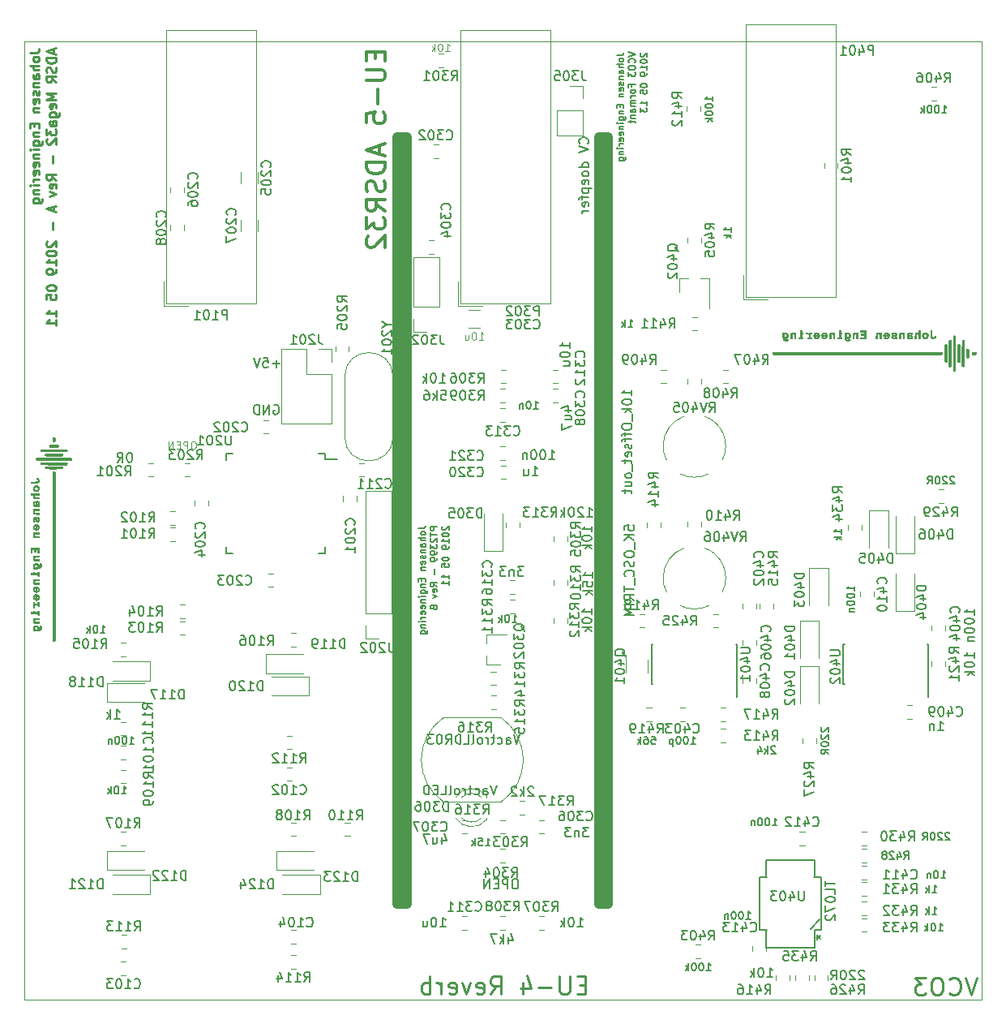
<source format=gbr>
G04 #@! TF.GenerationSoftware,KiCad,Pcbnew,(5.1.0)-1*
G04 #@! TF.CreationDate,2019-05-13T18:05:39+02:00*
G04 #@! TF.ProjectId,KicadJE_ADSR_Mega32,4b696361-644a-4455-9f41-4453525f4d65,rev?*
G04 #@! TF.SameCoordinates,Original*
G04 #@! TF.FileFunction,Legend,Bot*
G04 #@! TF.FilePolarity,Positive*
%FSLAX46Y46*%
G04 Gerber Fmt 4.6, Leading zero omitted, Abs format (unit mm)*
G04 Created by KiCad (PCBNEW (5.1.0)-1) date 2019-05-13 18:05:39*
%MOMM*%
%LPD*%
G04 APERTURE LIST*
%ADD10C,0.175000*%
%ADD11C,0.250000*%
%ADD12C,0.300000*%
%ADD13C,0.150000*%
%ADD14C,1.000000*%
%ADD15C,0.050000*%
%ADD16C,0.010000*%
%ADD17C,0.120000*%
%ADD18C,0.100000*%
G04 APERTURE END LIST*
D10*
X111891666Y-51480416D02*
X112391666Y-51480416D01*
X112491666Y-51447083D01*
X112558333Y-51380416D01*
X112591666Y-51280416D01*
X112591666Y-51213750D01*
X112591666Y-51913750D02*
X112558333Y-51847083D01*
X112525000Y-51813750D01*
X112458333Y-51780416D01*
X112258333Y-51780416D01*
X112191666Y-51813750D01*
X112158333Y-51847083D01*
X112125000Y-51913750D01*
X112125000Y-52013750D01*
X112158333Y-52080416D01*
X112191666Y-52113750D01*
X112258333Y-52147083D01*
X112458333Y-52147083D01*
X112525000Y-52113750D01*
X112558333Y-52080416D01*
X112591666Y-52013750D01*
X112591666Y-51913750D01*
X112591666Y-52447083D02*
X111891666Y-52447083D01*
X112591666Y-52747083D02*
X112225000Y-52747083D01*
X112158333Y-52713750D01*
X112125000Y-52647083D01*
X112125000Y-52547083D01*
X112158333Y-52480416D01*
X112191666Y-52447083D01*
X112591666Y-53380416D02*
X112225000Y-53380416D01*
X112158333Y-53347083D01*
X112125000Y-53280416D01*
X112125000Y-53147083D01*
X112158333Y-53080416D01*
X112558333Y-53380416D02*
X112591666Y-53313750D01*
X112591666Y-53147083D01*
X112558333Y-53080416D01*
X112491666Y-53047083D01*
X112425000Y-53047083D01*
X112358333Y-53080416D01*
X112325000Y-53147083D01*
X112325000Y-53313750D01*
X112291666Y-53380416D01*
X112125000Y-53713750D02*
X112591666Y-53713750D01*
X112191666Y-53713750D02*
X112158333Y-53747083D01*
X112125000Y-53813750D01*
X112125000Y-53913750D01*
X112158333Y-53980416D01*
X112225000Y-54013750D01*
X112591666Y-54013750D01*
X112558333Y-54313750D02*
X112591666Y-54380416D01*
X112591666Y-54513750D01*
X112558333Y-54580416D01*
X112491666Y-54613750D01*
X112458333Y-54613750D01*
X112391666Y-54580416D01*
X112358333Y-54513750D01*
X112358333Y-54413750D01*
X112325000Y-54347083D01*
X112258333Y-54313750D01*
X112225000Y-54313750D01*
X112158333Y-54347083D01*
X112125000Y-54413750D01*
X112125000Y-54513750D01*
X112158333Y-54580416D01*
X112558333Y-55180416D02*
X112591666Y-55113750D01*
X112591666Y-54980416D01*
X112558333Y-54913750D01*
X112491666Y-54880416D01*
X112225000Y-54880416D01*
X112158333Y-54913750D01*
X112125000Y-54980416D01*
X112125000Y-55113750D01*
X112158333Y-55180416D01*
X112225000Y-55213750D01*
X112291666Y-55213750D01*
X112358333Y-54880416D01*
X112125000Y-55513750D02*
X112591666Y-55513750D01*
X112191666Y-55513750D02*
X112158333Y-55547083D01*
X112125000Y-55613750D01*
X112125000Y-55713750D01*
X112158333Y-55780416D01*
X112225000Y-55813750D01*
X112591666Y-55813750D01*
X112225000Y-56680416D02*
X112225000Y-56913750D01*
X112591666Y-57013750D02*
X112591666Y-56680416D01*
X111891666Y-56680416D01*
X111891666Y-57013750D01*
X112125000Y-57313750D02*
X112591666Y-57313750D01*
X112191666Y-57313750D02*
X112158333Y-57347083D01*
X112125000Y-57413750D01*
X112125000Y-57513750D01*
X112158333Y-57580416D01*
X112225000Y-57613750D01*
X112591666Y-57613750D01*
X112125000Y-58247083D02*
X112691666Y-58247083D01*
X112758333Y-58213750D01*
X112791666Y-58180416D01*
X112825000Y-58113750D01*
X112825000Y-58013750D01*
X112791666Y-57947083D01*
X112558333Y-58247083D02*
X112591666Y-58180416D01*
X112591666Y-58047083D01*
X112558333Y-57980416D01*
X112525000Y-57947083D01*
X112458333Y-57913750D01*
X112258333Y-57913750D01*
X112191666Y-57947083D01*
X112158333Y-57980416D01*
X112125000Y-58047083D01*
X112125000Y-58180416D01*
X112158333Y-58247083D01*
X112591666Y-58580416D02*
X112125000Y-58580416D01*
X111891666Y-58580416D02*
X111925000Y-58547083D01*
X111958333Y-58580416D01*
X111925000Y-58613750D01*
X111891666Y-58580416D01*
X111958333Y-58580416D01*
X112125000Y-58913750D02*
X112591666Y-58913750D01*
X112191666Y-58913750D02*
X112158333Y-58947083D01*
X112125000Y-59013750D01*
X112125000Y-59113750D01*
X112158333Y-59180416D01*
X112225000Y-59213750D01*
X112591666Y-59213750D01*
X112558333Y-59813750D02*
X112591666Y-59747083D01*
X112591666Y-59613750D01*
X112558333Y-59547083D01*
X112491666Y-59513750D01*
X112225000Y-59513750D01*
X112158333Y-59547083D01*
X112125000Y-59613750D01*
X112125000Y-59747083D01*
X112158333Y-59813750D01*
X112225000Y-59847083D01*
X112291666Y-59847083D01*
X112358333Y-59513750D01*
X112558333Y-60413750D02*
X112591666Y-60347083D01*
X112591666Y-60213750D01*
X112558333Y-60147083D01*
X112491666Y-60113750D01*
X112225000Y-60113750D01*
X112158333Y-60147083D01*
X112125000Y-60213750D01*
X112125000Y-60347083D01*
X112158333Y-60413750D01*
X112225000Y-60447083D01*
X112291666Y-60447083D01*
X112358333Y-60113750D01*
X112591666Y-60747083D02*
X112125000Y-60747083D01*
X112258333Y-60747083D02*
X112191666Y-60780416D01*
X112158333Y-60813750D01*
X112125000Y-60880416D01*
X112125000Y-60947083D01*
X112591666Y-61180416D02*
X112125000Y-61180416D01*
X111891666Y-61180416D02*
X111925000Y-61147083D01*
X111958333Y-61180416D01*
X111925000Y-61213750D01*
X111891666Y-61180416D01*
X111958333Y-61180416D01*
X112125000Y-61513750D02*
X112591666Y-61513750D01*
X112191666Y-61513750D02*
X112158333Y-61547083D01*
X112125000Y-61613750D01*
X112125000Y-61713750D01*
X112158333Y-61780416D01*
X112225000Y-61813750D01*
X112591666Y-61813750D01*
X112125000Y-62447083D02*
X112691666Y-62447083D01*
X112758333Y-62413750D01*
X112791666Y-62380416D01*
X112825000Y-62313750D01*
X112825000Y-62213750D01*
X112791666Y-62147083D01*
X112558333Y-62447083D02*
X112591666Y-62380416D01*
X112591666Y-62247083D01*
X112558333Y-62180416D01*
X112525000Y-62147083D01*
X112458333Y-62113750D01*
X112258333Y-62113750D01*
X112191666Y-62147083D01*
X112158333Y-62180416D01*
X112125000Y-62247083D01*
X112125000Y-62380416D01*
X112158333Y-62447083D01*
X113116666Y-51180416D02*
X113816666Y-51413750D01*
X113116666Y-51647083D01*
X113750000Y-52280416D02*
X113783333Y-52247083D01*
X113816666Y-52147083D01*
X113816666Y-52080416D01*
X113783333Y-51980416D01*
X113716666Y-51913750D01*
X113650000Y-51880416D01*
X113516666Y-51847083D01*
X113416666Y-51847083D01*
X113283333Y-51880416D01*
X113216666Y-51913750D01*
X113150000Y-51980416D01*
X113116666Y-52080416D01*
X113116666Y-52147083D01*
X113150000Y-52247083D01*
X113183333Y-52280416D01*
X113116666Y-52713750D02*
X113116666Y-52847083D01*
X113150000Y-52913750D01*
X113216666Y-52980416D01*
X113350000Y-53013750D01*
X113583333Y-53013750D01*
X113716666Y-52980416D01*
X113783333Y-52913750D01*
X113816666Y-52847083D01*
X113816666Y-52713750D01*
X113783333Y-52647083D01*
X113716666Y-52580416D01*
X113583333Y-52547083D01*
X113350000Y-52547083D01*
X113216666Y-52580416D01*
X113150000Y-52647083D01*
X113116666Y-52713750D01*
X113116666Y-53247083D02*
X113116666Y-53680416D01*
X113383333Y-53447083D01*
X113383333Y-53547083D01*
X113416666Y-53613750D01*
X113450000Y-53647083D01*
X113516666Y-53680416D01*
X113683333Y-53680416D01*
X113750000Y-53647083D01*
X113783333Y-53613750D01*
X113816666Y-53547083D01*
X113816666Y-53347083D01*
X113783333Y-53280416D01*
X113750000Y-53247083D01*
X113450000Y-54747083D02*
X113450000Y-54513750D01*
X113816666Y-54513750D02*
X113116666Y-54513750D01*
X113116666Y-54847083D01*
X113816666Y-55213750D02*
X113783333Y-55147083D01*
X113750000Y-55113750D01*
X113683333Y-55080416D01*
X113483333Y-55080416D01*
X113416666Y-55113750D01*
X113383333Y-55147083D01*
X113350000Y-55213750D01*
X113350000Y-55313750D01*
X113383333Y-55380416D01*
X113416666Y-55413750D01*
X113483333Y-55447083D01*
X113683333Y-55447083D01*
X113750000Y-55413750D01*
X113783333Y-55380416D01*
X113816666Y-55313750D01*
X113816666Y-55213750D01*
X113816666Y-55747083D02*
X113350000Y-55747083D01*
X113483333Y-55747083D02*
X113416666Y-55780416D01*
X113383333Y-55813750D01*
X113350000Y-55880416D01*
X113350000Y-55947083D01*
X113816666Y-56180416D02*
X113350000Y-56180416D01*
X113416666Y-56180416D02*
X113383333Y-56213750D01*
X113350000Y-56280416D01*
X113350000Y-56380416D01*
X113383333Y-56447083D01*
X113450000Y-56480416D01*
X113816666Y-56480416D01*
X113450000Y-56480416D02*
X113383333Y-56513750D01*
X113350000Y-56580416D01*
X113350000Y-56680416D01*
X113383333Y-56747083D01*
X113450000Y-56780416D01*
X113816666Y-56780416D01*
X113816666Y-57413750D02*
X113450000Y-57413750D01*
X113383333Y-57380416D01*
X113350000Y-57313750D01*
X113350000Y-57180416D01*
X113383333Y-57113750D01*
X113783333Y-57413750D02*
X113816666Y-57347083D01*
X113816666Y-57180416D01*
X113783333Y-57113750D01*
X113716666Y-57080416D01*
X113650000Y-57080416D01*
X113583333Y-57113750D01*
X113550000Y-57180416D01*
X113550000Y-57347083D01*
X113516666Y-57413750D01*
X113350000Y-57747083D02*
X113816666Y-57747083D01*
X113416666Y-57747083D02*
X113383333Y-57780416D01*
X113350000Y-57847083D01*
X113350000Y-57947083D01*
X113383333Y-58013750D01*
X113450000Y-58047083D01*
X113816666Y-58047083D01*
X113350000Y-58280416D02*
X113350000Y-58547083D01*
X113116666Y-58380416D02*
X113716666Y-58380416D01*
X113783333Y-58413750D01*
X113816666Y-58480416D01*
X113816666Y-58547083D01*
X114408333Y-51247083D02*
X114375000Y-51280416D01*
X114341666Y-51347083D01*
X114341666Y-51513750D01*
X114375000Y-51580416D01*
X114408333Y-51613750D01*
X114475000Y-51647083D01*
X114541666Y-51647083D01*
X114641666Y-51613750D01*
X115041666Y-51213750D01*
X115041666Y-51647083D01*
X114341666Y-52080416D02*
X114341666Y-52147083D01*
X114375000Y-52213750D01*
X114408333Y-52247083D01*
X114475000Y-52280416D01*
X114608333Y-52313750D01*
X114775000Y-52313750D01*
X114908333Y-52280416D01*
X114975000Y-52247083D01*
X115008333Y-52213750D01*
X115041666Y-52147083D01*
X115041666Y-52080416D01*
X115008333Y-52013750D01*
X114975000Y-51980416D01*
X114908333Y-51947083D01*
X114775000Y-51913750D01*
X114608333Y-51913750D01*
X114475000Y-51947083D01*
X114408333Y-51980416D01*
X114375000Y-52013750D01*
X114341666Y-52080416D01*
X115041666Y-52980416D02*
X115041666Y-52580416D01*
X115041666Y-52780416D02*
X114341666Y-52780416D01*
X114441666Y-52713750D01*
X114508333Y-52647083D01*
X114541666Y-52580416D01*
X115041666Y-53313750D02*
X115041666Y-53447083D01*
X115008333Y-53513750D01*
X114975000Y-53547083D01*
X114875000Y-53613750D01*
X114741666Y-53647083D01*
X114475000Y-53647083D01*
X114408333Y-53613750D01*
X114375000Y-53580416D01*
X114341666Y-53513750D01*
X114341666Y-53380416D01*
X114375000Y-53313750D01*
X114408333Y-53280416D01*
X114475000Y-53247083D01*
X114641666Y-53247083D01*
X114708333Y-53280416D01*
X114741666Y-53313750D01*
X114775000Y-53380416D01*
X114775000Y-53513750D01*
X114741666Y-53580416D01*
X114708333Y-53613750D01*
X114641666Y-53647083D01*
X114341666Y-54613750D02*
X114341666Y-54680416D01*
X114375000Y-54747083D01*
X114408333Y-54780416D01*
X114475000Y-54813750D01*
X114608333Y-54847083D01*
X114775000Y-54847083D01*
X114908333Y-54813750D01*
X114975000Y-54780416D01*
X115008333Y-54747083D01*
X115041666Y-54680416D01*
X115041666Y-54613750D01*
X115008333Y-54547083D01*
X114975000Y-54513750D01*
X114908333Y-54480416D01*
X114775000Y-54447083D01*
X114608333Y-54447083D01*
X114475000Y-54480416D01*
X114408333Y-54513750D01*
X114375000Y-54547083D01*
X114341666Y-54613750D01*
X114341666Y-55480416D02*
X114341666Y-55147083D01*
X114675000Y-55113750D01*
X114641666Y-55147083D01*
X114608333Y-55213750D01*
X114608333Y-55380416D01*
X114641666Y-55447083D01*
X114675000Y-55480416D01*
X114741666Y-55513750D01*
X114908333Y-55513750D01*
X114975000Y-55480416D01*
X115008333Y-55447083D01*
X115041666Y-55380416D01*
X115041666Y-55213750D01*
X115008333Y-55147083D01*
X114975000Y-55113750D01*
X115041666Y-56713750D02*
X115041666Y-56313750D01*
X115041666Y-56513750D02*
X114341666Y-56513750D01*
X114441666Y-56447083D01*
X114508333Y-56380416D01*
X114541666Y-56313750D01*
X114341666Y-56947083D02*
X114341666Y-57380416D01*
X114608333Y-57147083D01*
X114608333Y-57247083D01*
X114641666Y-57313750D01*
X114675000Y-57347083D01*
X114741666Y-57380416D01*
X114908333Y-57380416D01*
X114975000Y-57347083D01*
X115008333Y-57313750D01*
X115041666Y-57247083D01*
X115041666Y-57047083D01*
X115008333Y-56980416D01*
X114975000Y-56947083D01*
D11*
X149485714Y-147764285D02*
X148885714Y-149564285D01*
X148285714Y-147764285D01*
X146657142Y-149392857D02*
X146742857Y-149478571D01*
X147000000Y-149564285D01*
X147171428Y-149564285D01*
X147428571Y-149478571D01*
X147600000Y-149307142D01*
X147685714Y-149135714D01*
X147771428Y-148792857D01*
X147771428Y-148535714D01*
X147685714Y-148192857D01*
X147600000Y-148021428D01*
X147428571Y-147850000D01*
X147171428Y-147764285D01*
X147000000Y-147764285D01*
X146742857Y-147850000D01*
X146657142Y-147935714D01*
X145542857Y-147764285D02*
X145200000Y-147764285D01*
X145028571Y-147850000D01*
X144857142Y-148021428D01*
X144771428Y-148364285D01*
X144771428Y-148964285D01*
X144857142Y-149307142D01*
X145028571Y-149478571D01*
X145200000Y-149564285D01*
X145542857Y-149564285D01*
X145714285Y-149478571D01*
X145885714Y-149307142D01*
X145971428Y-148964285D01*
X145971428Y-148364285D01*
X145885714Y-148021428D01*
X145714285Y-147850000D01*
X145542857Y-147764285D01*
X144171428Y-147764285D02*
X143057142Y-147764285D01*
X143657142Y-148450000D01*
X143400000Y-148450000D01*
X143228571Y-148535714D01*
X143142857Y-148621428D01*
X143057142Y-148792857D01*
X143057142Y-149221428D01*
X143142857Y-149392857D01*
X143228571Y-149478571D01*
X143400000Y-149564285D01*
X143914285Y-149564285D01*
X144085714Y-149478571D01*
X144171428Y-149392857D01*
D12*
X86657142Y-51157142D02*
X86657142Y-51823809D01*
X87704761Y-52109523D02*
X87704761Y-51157142D01*
X85704761Y-51157142D01*
X85704761Y-52109523D01*
X85704761Y-52966666D02*
X87323809Y-52966666D01*
X87514285Y-53061904D01*
X87609523Y-53157142D01*
X87704761Y-53347619D01*
X87704761Y-53728571D01*
X87609523Y-53919047D01*
X87514285Y-54014285D01*
X87323809Y-54109523D01*
X85704761Y-54109523D01*
X86942857Y-55061904D02*
X86942857Y-56585714D01*
X85704761Y-58490476D02*
X85704761Y-57538095D01*
X86657142Y-57442857D01*
X86561904Y-57538095D01*
X86466666Y-57728571D01*
X86466666Y-58204761D01*
X86561904Y-58395238D01*
X86657142Y-58490476D01*
X86847619Y-58585714D01*
X87323809Y-58585714D01*
X87514285Y-58490476D01*
X87609523Y-58395238D01*
X87704761Y-58204761D01*
X87704761Y-57728571D01*
X87609523Y-57538095D01*
X87514285Y-57442857D01*
X87133333Y-60871428D02*
X87133333Y-61823809D01*
X87704761Y-60680952D02*
X85704761Y-61347619D01*
X87704761Y-62014285D01*
X87704761Y-62680952D02*
X85704761Y-62680952D01*
X85704761Y-63157142D01*
X85800000Y-63442857D01*
X85990476Y-63633333D01*
X86180952Y-63728571D01*
X86561904Y-63823809D01*
X86847619Y-63823809D01*
X87228571Y-63728571D01*
X87419047Y-63633333D01*
X87609523Y-63442857D01*
X87704761Y-63157142D01*
X87704761Y-62680952D01*
X87609523Y-64585714D02*
X87704761Y-64871428D01*
X87704761Y-65347619D01*
X87609523Y-65538095D01*
X87514285Y-65633333D01*
X87323809Y-65728571D01*
X87133333Y-65728571D01*
X86942857Y-65633333D01*
X86847619Y-65538095D01*
X86752380Y-65347619D01*
X86657142Y-64966666D01*
X86561904Y-64776190D01*
X86466666Y-64680952D01*
X86276190Y-64585714D01*
X86085714Y-64585714D01*
X85895238Y-64680952D01*
X85800000Y-64776190D01*
X85704761Y-64966666D01*
X85704761Y-65442857D01*
X85800000Y-65728571D01*
X87704761Y-67728571D02*
X86752380Y-67061904D01*
X87704761Y-66585714D02*
X85704761Y-66585714D01*
X85704761Y-67347619D01*
X85800000Y-67538095D01*
X85895238Y-67633333D01*
X86085714Y-67728571D01*
X86371428Y-67728571D01*
X86561904Y-67633333D01*
X86657142Y-67538095D01*
X86752380Y-67347619D01*
X86752380Y-66585714D01*
X85704761Y-68395238D02*
X85704761Y-69633333D01*
X86466666Y-68966666D01*
X86466666Y-69252380D01*
X86561904Y-69442857D01*
X86657142Y-69538095D01*
X86847619Y-69633333D01*
X87323809Y-69633333D01*
X87514285Y-69538095D01*
X87609523Y-69442857D01*
X87704761Y-69252380D01*
X87704761Y-68680952D01*
X87609523Y-68490476D01*
X87514285Y-68395238D01*
X85895238Y-70395238D02*
X85800000Y-70490476D01*
X85704761Y-70680952D01*
X85704761Y-71157142D01*
X85800000Y-71347619D01*
X85895238Y-71442857D01*
X86085714Y-71538095D01*
X86276190Y-71538095D01*
X86561904Y-71442857D01*
X87704761Y-70299999D01*
X87704761Y-71538095D01*
D11*
X108585714Y-148471428D02*
X107985714Y-148471428D01*
X107728571Y-149414285D02*
X108585714Y-149414285D01*
X108585714Y-147614285D01*
X107728571Y-147614285D01*
X106957142Y-147614285D02*
X106957142Y-149071428D01*
X106871428Y-149242857D01*
X106785714Y-149328571D01*
X106614285Y-149414285D01*
X106271428Y-149414285D01*
X106100000Y-149328571D01*
X106014285Y-149242857D01*
X105928571Y-149071428D01*
X105928571Y-147614285D01*
X105071428Y-148728571D02*
X103700000Y-148728571D01*
X102071428Y-148214285D02*
X102071428Y-149414285D01*
X102500000Y-147528571D02*
X102928571Y-148814285D01*
X101814285Y-148814285D01*
X98728571Y-149414285D02*
X99328571Y-148557142D01*
X99757142Y-149414285D02*
X99757142Y-147614285D01*
X99071428Y-147614285D01*
X98900000Y-147700000D01*
X98814285Y-147785714D01*
X98728571Y-147957142D01*
X98728571Y-148214285D01*
X98814285Y-148385714D01*
X98900000Y-148471428D01*
X99071428Y-148557142D01*
X99757142Y-148557142D01*
X97271428Y-149328571D02*
X97442857Y-149414285D01*
X97785714Y-149414285D01*
X97957142Y-149328571D01*
X98042857Y-149157142D01*
X98042857Y-148471428D01*
X97957142Y-148300000D01*
X97785714Y-148214285D01*
X97442857Y-148214285D01*
X97271428Y-148300000D01*
X97185714Y-148471428D01*
X97185714Y-148642857D01*
X98042857Y-148814285D01*
X96585714Y-148214285D02*
X96157142Y-149414285D01*
X95728571Y-148214285D01*
X94357142Y-149328571D02*
X94528571Y-149414285D01*
X94871428Y-149414285D01*
X95042857Y-149328571D01*
X95128571Y-149157142D01*
X95128571Y-148471428D01*
X95042857Y-148300000D01*
X94871428Y-148214285D01*
X94528571Y-148214285D01*
X94357142Y-148300000D01*
X94271428Y-148471428D01*
X94271428Y-148642857D01*
X95128571Y-148814285D01*
X93500000Y-149414285D02*
X93500000Y-148214285D01*
X93500000Y-148557142D02*
X93414285Y-148385714D01*
X93328571Y-148300000D01*
X93157142Y-148214285D01*
X92985714Y-148214285D01*
X92385714Y-149414285D02*
X92385714Y-147614285D01*
X92385714Y-148300000D02*
X92214285Y-148214285D01*
X91871428Y-148214285D01*
X91700000Y-148300000D01*
X91614285Y-148385714D01*
X91528571Y-148557142D01*
X91528571Y-149071428D01*
X91614285Y-149242857D01*
X91700000Y-149328571D01*
X91871428Y-149414285D01*
X92214285Y-149414285D01*
X92385714Y-149328571D01*
D10*
X91191666Y-100880416D02*
X91691666Y-100880416D01*
X91791666Y-100847083D01*
X91858333Y-100780416D01*
X91891666Y-100680416D01*
X91891666Y-100613750D01*
X91891666Y-101313750D02*
X91858333Y-101247083D01*
X91825000Y-101213750D01*
X91758333Y-101180416D01*
X91558333Y-101180416D01*
X91491666Y-101213750D01*
X91458333Y-101247083D01*
X91425000Y-101313750D01*
X91425000Y-101413750D01*
X91458333Y-101480416D01*
X91491666Y-101513750D01*
X91558333Y-101547083D01*
X91758333Y-101547083D01*
X91825000Y-101513750D01*
X91858333Y-101480416D01*
X91891666Y-101413750D01*
X91891666Y-101313750D01*
X91891666Y-101847083D02*
X91191666Y-101847083D01*
X91891666Y-102147083D02*
X91525000Y-102147083D01*
X91458333Y-102113750D01*
X91425000Y-102047083D01*
X91425000Y-101947083D01*
X91458333Y-101880416D01*
X91491666Y-101847083D01*
X91891666Y-102780416D02*
X91525000Y-102780416D01*
X91458333Y-102747083D01*
X91425000Y-102680416D01*
X91425000Y-102547083D01*
X91458333Y-102480416D01*
X91858333Y-102780416D02*
X91891666Y-102713750D01*
X91891666Y-102547083D01*
X91858333Y-102480416D01*
X91791666Y-102447083D01*
X91725000Y-102447083D01*
X91658333Y-102480416D01*
X91625000Y-102547083D01*
X91625000Y-102713750D01*
X91591666Y-102780416D01*
X91425000Y-103113750D02*
X91891666Y-103113750D01*
X91491666Y-103113750D02*
X91458333Y-103147083D01*
X91425000Y-103213750D01*
X91425000Y-103313750D01*
X91458333Y-103380416D01*
X91525000Y-103413750D01*
X91891666Y-103413750D01*
X91858333Y-103713750D02*
X91891666Y-103780416D01*
X91891666Y-103913750D01*
X91858333Y-103980416D01*
X91791666Y-104013750D01*
X91758333Y-104013750D01*
X91691666Y-103980416D01*
X91658333Y-103913750D01*
X91658333Y-103813750D01*
X91625000Y-103747083D01*
X91558333Y-103713750D01*
X91525000Y-103713750D01*
X91458333Y-103747083D01*
X91425000Y-103813750D01*
X91425000Y-103913750D01*
X91458333Y-103980416D01*
X91858333Y-104580416D02*
X91891666Y-104513750D01*
X91891666Y-104380416D01*
X91858333Y-104313750D01*
X91791666Y-104280416D01*
X91525000Y-104280416D01*
X91458333Y-104313750D01*
X91425000Y-104380416D01*
X91425000Y-104513750D01*
X91458333Y-104580416D01*
X91525000Y-104613750D01*
X91591666Y-104613750D01*
X91658333Y-104280416D01*
X91425000Y-104913750D02*
X91891666Y-104913750D01*
X91491666Y-104913750D02*
X91458333Y-104947083D01*
X91425000Y-105013750D01*
X91425000Y-105113750D01*
X91458333Y-105180416D01*
X91525000Y-105213750D01*
X91891666Y-105213750D01*
X91525000Y-106080416D02*
X91525000Y-106313750D01*
X91891666Y-106413750D02*
X91891666Y-106080416D01*
X91191666Y-106080416D01*
X91191666Y-106413750D01*
X91425000Y-106713750D02*
X91891666Y-106713750D01*
X91491666Y-106713750D02*
X91458333Y-106747083D01*
X91425000Y-106813750D01*
X91425000Y-106913750D01*
X91458333Y-106980416D01*
X91525000Y-107013750D01*
X91891666Y-107013750D01*
X91425000Y-107647083D02*
X91991666Y-107647083D01*
X92058333Y-107613750D01*
X92091666Y-107580416D01*
X92125000Y-107513750D01*
X92125000Y-107413750D01*
X92091666Y-107347083D01*
X91858333Y-107647083D02*
X91891666Y-107580416D01*
X91891666Y-107447083D01*
X91858333Y-107380416D01*
X91825000Y-107347083D01*
X91758333Y-107313750D01*
X91558333Y-107313750D01*
X91491666Y-107347083D01*
X91458333Y-107380416D01*
X91425000Y-107447083D01*
X91425000Y-107580416D01*
X91458333Y-107647083D01*
X91891666Y-107980416D02*
X91425000Y-107980416D01*
X91191666Y-107980416D02*
X91225000Y-107947083D01*
X91258333Y-107980416D01*
X91225000Y-108013750D01*
X91191666Y-107980416D01*
X91258333Y-107980416D01*
X91425000Y-108313750D02*
X91891666Y-108313750D01*
X91491666Y-108313750D02*
X91458333Y-108347083D01*
X91425000Y-108413750D01*
X91425000Y-108513750D01*
X91458333Y-108580416D01*
X91525000Y-108613750D01*
X91891666Y-108613750D01*
X91858333Y-109213750D02*
X91891666Y-109147083D01*
X91891666Y-109013750D01*
X91858333Y-108947083D01*
X91791666Y-108913750D01*
X91525000Y-108913750D01*
X91458333Y-108947083D01*
X91425000Y-109013750D01*
X91425000Y-109147083D01*
X91458333Y-109213750D01*
X91525000Y-109247083D01*
X91591666Y-109247083D01*
X91658333Y-108913750D01*
X91858333Y-109813750D02*
X91891666Y-109747083D01*
X91891666Y-109613750D01*
X91858333Y-109547083D01*
X91791666Y-109513750D01*
X91525000Y-109513750D01*
X91458333Y-109547083D01*
X91425000Y-109613750D01*
X91425000Y-109747083D01*
X91458333Y-109813750D01*
X91525000Y-109847083D01*
X91591666Y-109847083D01*
X91658333Y-109513750D01*
X91891666Y-110147083D02*
X91425000Y-110147083D01*
X91558333Y-110147083D02*
X91491666Y-110180416D01*
X91458333Y-110213750D01*
X91425000Y-110280416D01*
X91425000Y-110347083D01*
X91891666Y-110580416D02*
X91425000Y-110580416D01*
X91191666Y-110580416D02*
X91225000Y-110547083D01*
X91258333Y-110580416D01*
X91225000Y-110613750D01*
X91191666Y-110580416D01*
X91258333Y-110580416D01*
X91425000Y-110913750D02*
X91891666Y-110913750D01*
X91491666Y-110913750D02*
X91458333Y-110947083D01*
X91425000Y-111013750D01*
X91425000Y-111113750D01*
X91458333Y-111180416D01*
X91525000Y-111213750D01*
X91891666Y-111213750D01*
X91425000Y-111847083D02*
X91991666Y-111847083D01*
X92058333Y-111813750D01*
X92091666Y-111780416D01*
X92125000Y-111713750D01*
X92125000Y-111613750D01*
X92091666Y-111547083D01*
X91858333Y-111847083D02*
X91891666Y-111780416D01*
X91891666Y-111647083D01*
X91858333Y-111580416D01*
X91825000Y-111547083D01*
X91758333Y-111513750D01*
X91558333Y-111513750D01*
X91491666Y-111547083D01*
X91458333Y-111580416D01*
X91425000Y-111647083D01*
X91425000Y-111780416D01*
X91458333Y-111847083D01*
X93116666Y-100680416D02*
X92416666Y-100680416D01*
X92416666Y-100947083D01*
X92450000Y-101013750D01*
X92483333Y-101047083D01*
X92550000Y-101080416D01*
X92650000Y-101080416D01*
X92716666Y-101047083D01*
X92750000Y-101013750D01*
X92783333Y-100947083D01*
X92783333Y-100680416D01*
X92416666Y-101280416D02*
X92416666Y-101680416D01*
X93116666Y-101480416D02*
X92416666Y-101480416D01*
X92483333Y-101880416D02*
X92450000Y-101913750D01*
X92416666Y-101980416D01*
X92416666Y-102147083D01*
X92450000Y-102213750D01*
X92483333Y-102247083D01*
X92550000Y-102280416D01*
X92616666Y-102280416D01*
X92716666Y-102247083D01*
X93116666Y-101847083D01*
X93116666Y-102280416D01*
X92416666Y-102513750D02*
X92416666Y-102947083D01*
X92683333Y-102713750D01*
X92683333Y-102813750D01*
X92716666Y-102880416D01*
X92750000Y-102913750D01*
X92816666Y-102947083D01*
X92983333Y-102947083D01*
X93050000Y-102913750D01*
X93083333Y-102880416D01*
X93116666Y-102813750D01*
X93116666Y-102613750D01*
X93083333Y-102547083D01*
X93050000Y-102513750D01*
X93116666Y-103280416D02*
X93116666Y-103413750D01*
X93083333Y-103480416D01*
X93050000Y-103513750D01*
X92950000Y-103580416D01*
X92816666Y-103613750D01*
X92550000Y-103613750D01*
X92483333Y-103580416D01*
X92450000Y-103547083D01*
X92416666Y-103480416D01*
X92416666Y-103347083D01*
X92450000Y-103280416D01*
X92483333Y-103247083D01*
X92550000Y-103213750D01*
X92716666Y-103213750D01*
X92783333Y-103247083D01*
X92816666Y-103280416D01*
X92850000Y-103347083D01*
X92850000Y-103480416D01*
X92816666Y-103547083D01*
X92783333Y-103580416D01*
X92716666Y-103613750D01*
X93116666Y-103947083D02*
X93116666Y-104080416D01*
X93083333Y-104147083D01*
X93050000Y-104180416D01*
X92950000Y-104247083D01*
X92816666Y-104280416D01*
X92550000Y-104280416D01*
X92483333Y-104247083D01*
X92450000Y-104213750D01*
X92416666Y-104147083D01*
X92416666Y-104013750D01*
X92450000Y-103947083D01*
X92483333Y-103913750D01*
X92550000Y-103880416D01*
X92716666Y-103880416D01*
X92783333Y-103913750D01*
X92816666Y-103947083D01*
X92850000Y-104013750D01*
X92850000Y-104147083D01*
X92816666Y-104213750D01*
X92783333Y-104247083D01*
X92716666Y-104280416D01*
X92850000Y-105113750D02*
X92850000Y-105647083D01*
X93116666Y-106913750D02*
X92783333Y-106680416D01*
X93116666Y-106513750D02*
X92416666Y-106513750D01*
X92416666Y-106780416D01*
X92450000Y-106847083D01*
X92483333Y-106880416D01*
X92550000Y-106913750D01*
X92650000Y-106913750D01*
X92716666Y-106880416D01*
X92750000Y-106847083D01*
X92783333Y-106780416D01*
X92783333Y-106513750D01*
X93083333Y-107480416D02*
X93116666Y-107413750D01*
X93116666Y-107280416D01*
X93083333Y-107213750D01*
X93016666Y-107180416D01*
X92750000Y-107180416D01*
X92683333Y-107213750D01*
X92650000Y-107280416D01*
X92650000Y-107413750D01*
X92683333Y-107480416D01*
X92750000Y-107513750D01*
X92816666Y-107513750D01*
X92883333Y-107180416D01*
X92650000Y-107747083D02*
X93116666Y-107913750D01*
X92650000Y-108080416D01*
X92750000Y-109113750D02*
X92783333Y-109213750D01*
X92816666Y-109247083D01*
X92883333Y-109280416D01*
X92983333Y-109280416D01*
X93050000Y-109247083D01*
X93083333Y-109213750D01*
X93116666Y-109147083D01*
X93116666Y-108880416D01*
X92416666Y-108880416D01*
X92416666Y-109113750D01*
X92450000Y-109180416D01*
X92483333Y-109213750D01*
X92550000Y-109247083D01*
X92616666Y-109247083D01*
X92683333Y-109213750D01*
X92716666Y-109180416D01*
X92750000Y-109113750D01*
X92750000Y-108880416D01*
X93708333Y-100647083D02*
X93675000Y-100680416D01*
X93641666Y-100747083D01*
X93641666Y-100913750D01*
X93675000Y-100980416D01*
X93708333Y-101013750D01*
X93775000Y-101047083D01*
X93841666Y-101047083D01*
X93941666Y-101013750D01*
X94341666Y-100613750D01*
X94341666Y-101047083D01*
X93641666Y-101480416D02*
X93641666Y-101547083D01*
X93675000Y-101613750D01*
X93708333Y-101647083D01*
X93775000Y-101680416D01*
X93908333Y-101713750D01*
X94075000Y-101713750D01*
X94208333Y-101680416D01*
X94275000Y-101647083D01*
X94308333Y-101613750D01*
X94341666Y-101547083D01*
X94341666Y-101480416D01*
X94308333Y-101413750D01*
X94275000Y-101380416D01*
X94208333Y-101347083D01*
X94075000Y-101313750D01*
X93908333Y-101313750D01*
X93775000Y-101347083D01*
X93708333Y-101380416D01*
X93675000Y-101413750D01*
X93641666Y-101480416D01*
X94341666Y-102380416D02*
X94341666Y-101980416D01*
X94341666Y-102180416D02*
X93641666Y-102180416D01*
X93741666Y-102113750D01*
X93808333Y-102047083D01*
X93841666Y-101980416D01*
X94341666Y-102713750D02*
X94341666Y-102847083D01*
X94308333Y-102913750D01*
X94275000Y-102947083D01*
X94175000Y-103013750D01*
X94041666Y-103047083D01*
X93775000Y-103047083D01*
X93708333Y-103013750D01*
X93675000Y-102980416D01*
X93641666Y-102913750D01*
X93641666Y-102780416D01*
X93675000Y-102713750D01*
X93708333Y-102680416D01*
X93775000Y-102647083D01*
X93941666Y-102647083D01*
X94008333Y-102680416D01*
X94041666Y-102713750D01*
X94075000Y-102780416D01*
X94075000Y-102913750D01*
X94041666Y-102980416D01*
X94008333Y-103013750D01*
X93941666Y-103047083D01*
X93641666Y-104013750D02*
X93641666Y-104080416D01*
X93675000Y-104147083D01*
X93708333Y-104180416D01*
X93775000Y-104213750D01*
X93908333Y-104247083D01*
X94075000Y-104247083D01*
X94208333Y-104213750D01*
X94275000Y-104180416D01*
X94308333Y-104147083D01*
X94341666Y-104080416D01*
X94341666Y-104013750D01*
X94308333Y-103947083D01*
X94275000Y-103913750D01*
X94208333Y-103880416D01*
X94075000Y-103847083D01*
X93908333Y-103847083D01*
X93775000Y-103880416D01*
X93708333Y-103913750D01*
X93675000Y-103947083D01*
X93641666Y-104013750D01*
X93641666Y-104880416D02*
X93641666Y-104547083D01*
X93975000Y-104513750D01*
X93941666Y-104547083D01*
X93908333Y-104613750D01*
X93908333Y-104780416D01*
X93941666Y-104847083D01*
X93975000Y-104880416D01*
X94041666Y-104913750D01*
X94208333Y-104913750D01*
X94275000Y-104880416D01*
X94308333Y-104847083D01*
X94341666Y-104780416D01*
X94341666Y-104613750D01*
X94308333Y-104547083D01*
X94275000Y-104513750D01*
X94341666Y-106113750D02*
X94341666Y-105713750D01*
X94341666Y-105913750D02*
X93641666Y-105913750D01*
X93741666Y-105847083D01*
X93808333Y-105780416D01*
X93841666Y-105713750D01*
X94341666Y-106780416D02*
X94341666Y-106380416D01*
X94341666Y-106580416D02*
X93641666Y-106580416D01*
X93741666Y-106513750D01*
X93808333Y-106447083D01*
X93841666Y-106380416D01*
D11*
X50577380Y-51186309D02*
X51291666Y-51186309D01*
X51434523Y-51138690D01*
X51529761Y-51043452D01*
X51577380Y-50900595D01*
X51577380Y-50805357D01*
X51577380Y-51805357D02*
X51529761Y-51710119D01*
X51482142Y-51662500D01*
X51386904Y-51614880D01*
X51101190Y-51614880D01*
X51005952Y-51662500D01*
X50958333Y-51710119D01*
X50910714Y-51805357D01*
X50910714Y-51948214D01*
X50958333Y-52043452D01*
X51005952Y-52091071D01*
X51101190Y-52138690D01*
X51386904Y-52138690D01*
X51482142Y-52091071D01*
X51529761Y-52043452D01*
X51577380Y-51948214D01*
X51577380Y-51805357D01*
X51577380Y-52567261D02*
X50577380Y-52567261D01*
X51577380Y-52995833D02*
X51053571Y-52995833D01*
X50958333Y-52948214D01*
X50910714Y-52852976D01*
X50910714Y-52710119D01*
X50958333Y-52614880D01*
X51005952Y-52567261D01*
X51577380Y-53900595D02*
X51053571Y-53900595D01*
X50958333Y-53852976D01*
X50910714Y-53757738D01*
X50910714Y-53567261D01*
X50958333Y-53472023D01*
X51529761Y-53900595D02*
X51577380Y-53805357D01*
X51577380Y-53567261D01*
X51529761Y-53472023D01*
X51434523Y-53424404D01*
X51339285Y-53424404D01*
X51244047Y-53472023D01*
X51196428Y-53567261D01*
X51196428Y-53805357D01*
X51148809Y-53900595D01*
X50910714Y-54376785D02*
X51577380Y-54376785D01*
X51005952Y-54376785D02*
X50958333Y-54424404D01*
X50910714Y-54519642D01*
X50910714Y-54662500D01*
X50958333Y-54757738D01*
X51053571Y-54805357D01*
X51577380Y-54805357D01*
X51529761Y-55233928D02*
X51577380Y-55329166D01*
X51577380Y-55519642D01*
X51529761Y-55614880D01*
X51434523Y-55662500D01*
X51386904Y-55662500D01*
X51291666Y-55614880D01*
X51244047Y-55519642D01*
X51244047Y-55376785D01*
X51196428Y-55281547D01*
X51101190Y-55233928D01*
X51053571Y-55233928D01*
X50958333Y-55281547D01*
X50910714Y-55376785D01*
X50910714Y-55519642D01*
X50958333Y-55614880D01*
X51529761Y-56472023D02*
X51577380Y-56376785D01*
X51577380Y-56186309D01*
X51529761Y-56091071D01*
X51434523Y-56043452D01*
X51053571Y-56043452D01*
X50958333Y-56091071D01*
X50910714Y-56186309D01*
X50910714Y-56376785D01*
X50958333Y-56472023D01*
X51053571Y-56519642D01*
X51148809Y-56519642D01*
X51244047Y-56043452D01*
X50910714Y-56948214D02*
X51577380Y-56948214D01*
X51005952Y-56948214D02*
X50958333Y-56995833D01*
X50910714Y-57091071D01*
X50910714Y-57233928D01*
X50958333Y-57329166D01*
X51053571Y-57376785D01*
X51577380Y-57376785D01*
X51053571Y-58614880D02*
X51053571Y-58948214D01*
X51577380Y-59091071D02*
X51577380Y-58614880D01*
X50577380Y-58614880D01*
X50577380Y-59091071D01*
X50910714Y-59519642D02*
X51577380Y-59519642D01*
X51005952Y-59519642D02*
X50958333Y-59567261D01*
X50910714Y-59662500D01*
X50910714Y-59805357D01*
X50958333Y-59900595D01*
X51053571Y-59948214D01*
X51577380Y-59948214D01*
X50910714Y-60852976D02*
X51720238Y-60852976D01*
X51815476Y-60805357D01*
X51863095Y-60757738D01*
X51910714Y-60662500D01*
X51910714Y-60519642D01*
X51863095Y-60424404D01*
X51529761Y-60852976D02*
X51577380Y-60757738D01*
X51577380Y-60567261D01*
X51529761Y-60472023D01*
X51482142Y-60424404D01*
X51386904Y-60376785D01*
X51101190Y-60376785D01*
X51005952Y-60424404D01*
X50958333Y-60472023D01*
X50910714Y-60567261D01*
X50910714Y-60757738D01*
X50958333Y-60852976D01*
X51577380Y-61329166D02*
X50910714Y-61329166D01*
X50577380Y-61329166D02*
X50625000Y-61281547D01*
X50672619Y-61329166D01*
X50625000Y-61376785D01*
X50577380Y-61329166D01*
X50672619Y-61329166D01*
X50910714Y-61805357D02*
X51577380Y-61805357D01*
X51005952Y-61805357D02*
X50958333Y-61852976D01*
X50910714Y-61948214D01*
X50910714Y-62091071D01*
X50958333Y-62186309D01*
X51053571Y-62233928D01*
X51577380Y-62233928D01*
X51529761Y-63091071D02*
X51577380Y-62995833D01*
X51577380Y-62805357D01*
X51529761Y-62710119D01*
X51434523Y-62662500D01*
X51053571Y-62662500D01*
X50958333Y-62710119D01*
X50910714Y-62805357D01*
X50910714Y-62995833D01*
X50958333Y-63091071D01*
X51053571Y-63138690D01*
X51148809Y-63138690D01*
X51244047Y-62662500D01*
X51529761Y-63948214D02*
X51577380Y-63852976D01*
X51577380Y-63662500D01*
X51529761Y-63567261D01*
X51434523Y-63519642D01*
X51053571Y-63519642D01*
X50958333Y-63567261D01*
X50910714Y-63662500D01*
X50910714Y-63852976D01*
X50958333Y-63948214D01*
X51053571Y-63995833D01*
X51148809Y-63995833D01*
X51244047Y-63519642D01*
X51577380Y-64424404D02*
X50910714Y-64424404D01*
X51101190Y-64424404D02*
X51005952Y-64472023D01*
X50958333Y-64519642D01*
X50910714Y-64614880D01*
X50910714Y-64710119D01*
X51577380Y-65043452D02*
X50910714Y-65043452D01*
X50577380Y-65043452D02*
X50625000Y-64995833D01*
X50672619Y-65043452D01*
X50625000Y-65091071D01*
X50577380Y-65043452D01*
X50672619Y-65043452D01*
X50910714Y-65519642D02*
X51577380Y-65519642D01*
X51005952Y-65519642D02*
X50958333Y-65567261D01*
X50910714Y-65662500D01*
X50910714Y-65805357D01*
X50958333Y-65900595D01*
X51053571Y-65948214D01*
X51577380Y-65948214D01*
X50910714Y-66852976D02*
X51720238Y-66852976D01*
X51815476Y-66805357D01*
X51863095Y-66757738D01*
X51910714Y-66662500D01*
X51910714Y-66519642D01*
X51863095Y-66424404D01*
X51529761Y-66852976D02*
X51577380Y-66757738D01*
X51577380Y-66567261D01*
X51529761Y-66472023D01*
X51482142Y-66424404D01*
X51386904Y-66376785D01*
X51101190Y-66376785D01*
X51005952Y-66424404D01*
X50958333Y-66472023D01*
X50910714Y-66567261D01*
X50910714Y-66757738D01*
X50958333Y-66852976D01*
X53041666Y-50852976D02*
X53041666Y-51329166D01*
X53327380Y-50757738D02*
X52327380Y-51091071D01*
X53327380Y-51424404D01*
X53327380Y-51757738D02*
X52327380Y-51757738D01*
X52327380Y-51995833D01*
X52375000Y-52138690D01*
X52470238Y-52233928D01*
X52565476Y-52281547D01*
X52755952Y-52329166D01*
X52898809Y-52329166D01*
X53089285Y-52281547D01*
X53184523Y-52233928D01*
X53279761Y-52138690D01*
X53327380Y-51995833D01*
X53327380Y-51757738D01*
X53279761Y-52710119D02*
X53327380Y-52852976D01*
X53327380Y-53091071D01*
X53279761Y-53186309D01*
X53232142Y-53233928D01*
X53136904Y-53281547D01*
X53041666Y-53281547D01*
X52946428Y-53233928D01*
X52898809Y-53186309D01*
X52851190Y-53091071D01*
X52803571Y-52900595D01*
X52755952Y-52805357D01*
X52708333Y-52757738D01*
X52613095Y-52710119D01*
X52517857Y-52710119D01*
X52422619Y-52757738D01*
X52375000Y-52805357D01*
X52327380Y-52900595D01*
X52327380Y-53138690D01*
X52375000Y-53281547D01*
X53327380Y-54281547D02*
X52851190Y-53948214D01*
X53327380Y-53710119D02*
X52327380Y-53710119D01*
X52327380Y-54091071D01*
X52375000Y-54186309D01*
X52422619Y-54233928D01*
X52517857Y-54281547D01*
X52660714Y-54281547D01*
X52755952Y-54233928D01*
X52803571Y-54186309D01*
X52851190Y-54091071D01*
X52851190Y-53710119D01*
X53327380Y-55472023D02*
X52327380Y-55472023D01*
X53041666Y-55805357D01*
X52327380Y-56138690D01*
X53327380Y-56138690D01*
X53279761Y-56995833D02*
X53327380Y-56900595D01*
X53327380Y-56710119D01*
X53279761Y-56614880D01*
X53184523Y-56567261D01*
X52803571Y-56567261D01*
X52708333Y-56614880D01*
X52660714Y-56710119D01*
X52660714Y-56900595D01*
X52708333Y-56995833D01*
X52803571Y-57043452D01*
X52898809Y-57043452D01*
X52994047Y-56567261D01*
X52660714Y-57900595D02*
X53470238Y-57900595D01*
X53565476Y-57852976D01*
X53613095Y-57805357D01*
X53660714Y-57710119D01*
X53660714Y-57567261D01*
X53613095Y-57472023D01*
X53279761Y-57900595D02*
X53327380Y-57805357D01*
X53327380Y-57614880D01*
X53279761Y-57519642D01*
X53232142Y-57472023D01*
X53136904Y-57424404D01*
X52851190Y-57424404D01*
X52755952Y-57472023D01*
X52708333Y-57519642D01*
X52660714Y-57614880D01*
X52660714Y-57805357D01*
X52708333Y-57900595D01*
X53327380Y-58805357D02*
X52803571Y-58805357D01*
X52708333Y-58757738D01*
X52660714Y-58662500D01*
X52660714Y-58472023D01*
X52708333Y-58376785D01*
X53279761Y-58805357D02*
X53327380Y-58710119D01*
X53327380Y-58472023D01*
X53279761Y-58376785D01*
X53184523Y-58329166D01*
X53089285Y-58329166D01*
X52994047Y-58376785D01*
X52946428Y-58472023D01*
X52946428Y-58710119D01*
X52898809Y-58805357D01*
X52327380Y-59186309D02*
X52327380Y-59805357D01*
X52708333Y-59472023D01*
X52708333Y-59614880D01*
X52755952Y-59710119D01*
X52803571Y-59757738D01*
X52898809Y-59805357D01*
X53136904Y-59805357D01*
X53232142Y-59757738D01*
X53279761Y-59710119D01*
X53327380Y-59614880D01*
X53327380Y-59329166D01*
X53279761Y-59233928D01*
X53232142Y-59186309D01*
X52422619Y-60186309D02*
X52375000Y-60233928D01*
X52327380Y-60329166D01*
X52327380Y-60567261D01*
X52375000Y-60662500D01*
X52422619Y-60710119D01*
X52517857Y-60757738D01*
X52613095Y-60757738D01*
X52755952Y-60710119D01*
X53327380Y-60138690D01*
X53327380Y-60757738D01*
X52946428Y-61948214D02*
X52946428Y-62710119D01*
X53327380Y-64519642D02*
X52851190Y-64186309D01*
X53327380Y-63948214D02*
X52327380Y-63948214D01*
X52327380Y-64329166D01*
X52375000Y-64424404D01*
X52422619Y-64472023D01*
X52517857Y-64519642D01*
X52660714Y-64519642D01*
X52755952Y-64472023D01*
X52803571Y-64424404D01*
X52851190Y-64329166D01*
X52851190Y-63948214D01*
X53279761Y-65329166D02*
X53327380Y-65233928D01*
X53327380Y-65043452D01*
X53279761Y-64948214D01*
X53184523Y-64900595D01*
X52803571Y-64900595D01*
X52708333Y-64948214D01*
X52660714Y-65043452D01*
X52660714Y-65233928D01*
X52708333Y-65329166D01*
X52803571Y-65376785D01*
X52898809Y-65376785D01*
X52994047Y-64900595D01*
X52660714Y-65710119D02*
X53327380Y-65948214D01*
X52660714Y-66186309D01*
X53041666Y-67281547D02*
X53041666Y-67757738D01*
X53327380Y-67186309D02*
X52327380Y-67519642D01*
X53327380Y-67852976D01*
X52946428Y-68948214D02*
X52946428Y-69710119D01*
X52422619Y-70900595D02*
X52375000Y-70948214D01*
X52327380Y-71043452D01*
X52327380Y-71281547D01*
X52375000Y-71376785D01*
X52422619Y-71424404D01*
X52517857Y-71472023D01*
X52613095Y-71472023D01*
X52755952Y-71424404D01*
X53327380Y-70852976D01*
X53327380Y-71472023D01*
X52327380Y-72091071D02*
X52327380Y-72186309D01*
X52375000Y-72281547D01*
X52422619Y-72329166D01*
X52517857Y-72376785D01*
X52708333Y-72424404D01*
X52946428Y-72424404D01*
X53136904Y-72376785D01*
X53232142Y-72329166D01*
X53279761Y-72281547D01*
X53327380Y-72186309D01*
X53327380Y-72091071D01*
X53279761Y-71995833D01*
X53232142Y-71948214D01*
X53136904Y-71900595D01*
X52946428Y-71852976D01*
X52708333Y-71852976D01*
X52517857Y-71900595D01*
X52422619Y-71948214D01*
X52375000Y-71995833D01*
X52327380Y-72091071D01*
X53327380Y-73376785D02*
X53327380Y-72805357D01*
X53327380Y-73091071D02*
X52327380Y-73091071D01*
X52470238Y-72995833D01*
X52565476Y-72900595D01*
X52613095Y-72805357D01*
X53327380Y-73852976D02*
X53327380Y-74043452D01*
X53279761Y-74138690D01*
X53232142Y-74186309D01*
X53089285Y-74281547D01*
X52898809Y-74329166D01*
X52517857Y-74329166D01*
X52422619Y-74281547D01*
X52375000Y-74233928D01*
X52327380Y-74138690D01*
X52327380Y-73948214D01*
X52375000Y-73852976D01*
X52422619Y-73805357D01*
X52517857Y-73757738D01*
X52755952Y-73757738D01*
X52851190Y-73805357D01*
X52898809Y-73852976D01*
X52946428Y-73948214D01*
X52946428Y-74138690D01*
X52898809Y-74233928D01*
X52851190Y-74281547D01*
X52755952Y-74329166D01*
X52327380Y-75710119D02*
X52327380Y-75805357D01*
X52375000Y-75900595D01*
X52422619Y-75948214D01*
X52517857Y-75995833D01*
X52708333Y-76043452D01*
X52946428Y-76043452D01*
X53136904Y-75995833D01*
X53232142Y-75948214D01*
X53279761Y-75900595D01*
X53327380Y-75805357D01*
X53327380Y-75710119D01*
X53279761Y-75614880D01*
X53232142Y-75567261D01*
X53136904Y-75519642D01*
X52946428Y-75472023D01*
X52708333Y-75472023D01*
X52517857Y-75519642D01*
X52422619Y-75567261D01*
X52375000Y-75614880D01*
X52327380Y-75710119D01*
X52327380Y-76948214D02*
X52327380Y-76472023D01*
X52803571Y-76424404D01*
X52755952Y-76472023D01*
X52708333Y-76567261D01*
X52708333Y-76805357D01*
X52755952Y-76900595D01*
X52803571Y-76948214D01*
X52898809Y-76995833D01*
X53136904Y-76995833D01*
X53232142Y-76948214D01*
X53279761Y-76900595D01*
X53327380Y-76805357D01*
X53327380Y-76567261D01*
X53279761Y-76472023D01*
X53232142Y-76424404D01*
X53327380Y-78710119D02*
X53327380Y-78138690D01*
X53327380Y-78424404D02*
X52327380Y-78424404D01*
X52470238Y-78329166D01*
X52565476Y-78233928D01*
X52613095Y-78138690D01*
X53327380Y-79662499D02*
X53327380Y-79091071D01*
X53327380Y-79376785D02*
X52327380Y-79376785D01*
X52470238Y-79281547D01*
X52565476Y-79186309D01*
X52613095Y-79091071D01*
D13*
X76061904Y-88000000D02*
X76157142Y-87952380D01*
X76300000Y-87952380D01*
X76442857Y-88000000D01*
X76538095Y-88095238D01*
X76585714Y-88190476D01*
X76633333Y-88380952D01*
X76633333Y-88523809D01*
X76585714Y-88714285D01*
X76538095Y-88809523D01*
X76442857Y-88904761D01*
X76300000Y-88952380D01*
X76204761Y-88952380D01*
X76061904Y-88904761D01*
X76014285Y-88857142D01*
X76014285Y-88523809D01*
X76204761Y-88523809D01*
X75585714Y-88952380D02*
X75585714Y-87952380D01*
X75014285Y-88952380D01*
X75014285Y-87952380D01*
X74538095Y-88952380D02*
X74538095Y-87952380D01*
X74300000Y-87952380D01*
X74157142Y-88000000D01*
X74061904Y-88095238D01*
X74014285Y-88190476D01*
X73966666Y-88380952D01*
X73966666Y-88523809D01*
X74014285Y-88714285D01*
X74061904Y-88809523D01*
X74157142Y-88904761D01*
X74300000Y-88952380D01*
X74538095Y-88952380D01*
X76685714Y-83671428D02*
X75923809Y-83671428D01*
X76304761Y-84052380D02*
X76304761Y-83290476D01*
X74971428Y-83052380D02*
X75447619Y-83052380D01*
X75495238Y-83528571D01*
X75447619Y-83480952D01*
X75352380Y-83433333D01*
X75114285Y-83433333D01*
X75019047Y-83480952D01*
X74971428Y-83528571D01*
X74923809Y-83623809D01*
X74923809Y-83861904D01*
X74971428Y-83957142D01*
X75019047Y-84004761D01*
X75114285Y-84052380D01*
X75352380Y-84052380D01*
X75447619Y-84004761D01*
X75495238Y-83957142D01*
X74638095Y-83052380D02*
X74304761Y-84052380D01*
X73971428Y-83052380D01*
D14*
X89000000Y-60000000D02*
X90000000Y-60000000D01*
X110000000Y-60000000D02*
X111000000Y-60000000D01*
X110000000Y-140000000D02*
X111000000Y-140000000D01*
X89000000Y-140000000D02*
X90000000Y-140000000D01*
X110000000Y-60000000D02*
X110000000Y-140000000D01*
X111000000Y-60000000D02*
X111000000Y-140000000D01*
X90000000Y-60000000D02*
X90000000Y-140000000D01*
X89000000Y-60000000D02*
X89000000Y-140000000D01*
D15*
X50000000Y-150000000D02*
X50000000Y-50000000D01*
X150000000Y-150000000D02*
X50000000Y-150000000D01*
X150000000Y-50000000D02*
X150000000Y-150000000D01*
X50000000Y-50000000D02*
X150000000Y-50000000D01*
D16*
G36*
X147055558Y-80758379D02*
G01*
X147048563Y-80766617D01*
X147042951Y-80774118D01*
X147037971Y-80782821D01*
X147033586Y-80794684D01*
X147029758Y-80811669D01*
X147026450Y-80835733D01*
X147023623Y-80868836D01*
X147021239Y-80912937D01*
X147019261Y-80969996D01*
X147017650Y-81041971D01*
X147016370Y-81130823D01*
X147015382Y-81238510D01*
X147014648Y-81366991D01*
X147014131Y-81518226D01*
X147013792Y-81694174D01*
X147013594Y-81896795D01*
X147013499Y-82128047D01*
X147013470Y-82389890D01*
X147013467Y-82583998D01*
X147013467Y-84356763D01*
X147052659Y-84393581D01*
X147106077Y-84424572D01*
X147162439Y-84425636D01*
X147212668Y-84396788D01*
X147216008Y-84393340D01*
X147221518Y-84386991D01*
X147226409Y-84379168D01*
X147230716Y-84367922D01*
X147234478Y-84351309D01*
X147237731Y-84327380D01*
X147240512Y-84294189D01*
X147242858Y-84249789D01*
X147244806Y-84192233D01*
X147246393Y-84119574D01*
X147247656Y-84029865D01*
X147248632Y-83921160D01*
X147249357Y-83791511D01*
X147249870Y-83638971D01*
X147250207Y-83461595D01*
X147250405Y-83257433D01*
X147250501Y-83024541D01*
X147250531Y-82760970D01*
X147250534Y-82575959D01*
X147250534Y-80795637D01*
X147211342Y-80758818D01*
X147157924Y-80726974D01*
X147103841Y-80726931D01*
X147055558Y-80758379D01*
X147055558Y-80758379D01*
G37*
X147055558Y-80758379D02*
X147048563Y-80766617D01*
X147042951Y-80774118D01*
X147037971Y-80782821D01*
X147033586Y-80794684D01*
X147029758Y-80811669D01*
X147026450Y-80835733D01*
X147023623Y-80868836D01*
X147021239Y-80912937D01*
X147019261Y-80969996D01*
X147017650Y-81041971D01*
X147016370Y-81130823D01*
X147015382Y-81238510D01*
X147014648Y-81366991D01*
X147014131Y-81518226D01*
X147013792Y-81694174D01*
X147013594Y-81896795D01*
X147013499Y-82128047D01*
X147013470Y-82389890D01*
X147013467Y-82583998D01*
X147013467Y-84356763D01*
X147052659Y-84393581D01*
X147106077Y-84424572D01*
X147162439Y-84425636D01*
X147212668Y-84396788D01*
X147216008Y-84393340D01*
X147221518Y-84386991D01*
X147226409Y-84379168D01*
X147230716Y-84367922D01*
X147234478Y-84351309D01*
X147237731Y-84327380D01*
X147240512Y-84294189D01*
X147242858Y-84249789D01*
X147244806Y-84192233D01*
X147246393Y-84119574D01*
X147247656Y-84029865D01*
X147248632Y-83921160D01*
X147249357Y-83791511D01*
X147249870Y-83638971D01*
X147250207Y-83461595D01*
X147250405Y-83257433D01*
X147250501Y-83024541D01*
X147250531Y-82760970D01*
X147250534Y-82575959D01*
X147250534Y-80795637D01*
X147211342Y-80758818D01*
X147157924Y-80726974D01*
X147103841Y-80726931D01*
X147055558Y-80758379D01*
G36*
X148008287Y-81198447D02*
G01*
X147963862Y-81224735D01*
X147938717Y-81267422D01*
X147937054Y-81290231D01*
X147935467Y-81344206D01*
X147933977Y-81426647D01*
X147932608Y-81534854D01*
X147931379Y-81666126D01*
X147930313Y-81817764D01*
X147929431Y-81987066D01*
X147928754Y-82171332D01*
X147928305Y-82367863D01*
X147928105Y-82573957D01*
X147928098Y-82598136D01*
X147927867Y-83890073D01*
X147969431Y-83931636D01*
X148018086Y-83966118D01*
X148066419Y-83968201D01*
X148120278Y-83938135D01*
X148120317Y-83938104D01*
X148164934Y-83903008D01*
X148164934Y-82590791D01*
X148164722Y-82311748D01*
X148164084Y-82066126D01*
X148163013Y-81853483D01*
X148161504Y-81673378D01*
X148159550Y-81525367D01*
X148157145Y-81409008D01*
X148154284Y-81323858D01*
X148150961Y-81269476D01*
X148147170Y-81245419D01*
X148146971Y-81245009D01*
X148110475Y-81207439D01*
X148060703Y-81192300D01*
X148008287Y-81198447D01*
X148008287Y-81198447D01*
G37*
X148008287Y-81198447D02*
X147963862Y-81224735D01*
X147938717Y-81267422D01*
X147937054Y-81290231D01*
X147935467Y-81344206D01*
X147933977Y-81426647D01*
X147932608Y-81534854D01*
X147931379Y-81666126D01*
X147930313Y-81817764D01*
X147929431Y-81987066D01*
X147928754Y-82171332D01*
X147928305Y-82367863D01*
X147928105Y-82573957D01*
X147928098Y-82598136D01*
X147927867Y-83890073D01*
X147969431Y-83931636D01*
X148018086Y-83966118D01*
X148066419Y-83968201D01*
X148120278Y-83938135D01*
X148120317Y-83938104D01*
X148164934Y-83903008D01*
X148164934Y-82590791D01*
X148164722Y-82311748D01*
X148164084Y-82066126D01*
X148163013Y-81853483D01*
X148161504Y-81673378D01*
X148159550Y-81525367D01*
X148157145Y-81409008D01*
X148154284Y-81323858D01*
X148150961Y-81269476D01*
X148147170Y-81245419D01*
X148146971Y-81245009D01*
X148110475Y-81207439D01*
X148060703Y-81192300D01*
X148008287Y-81198447D01*
G36*
X146616595Y-81204117D02*
G01*
X146587495Y-81229054D01*
X146581731Y-81237430D01*
X146576722Y-81248868D01*
X146572416Y-81265652D01*
X146568758Y-81290066D01*
X146565697Y-81324393D01*
X146563180Y-81370916D01*
X146561153Y-81431920D01*
X146559565Y-81509686D01*
X146558361Y-81606500D01*
X146557491Y-81724645D01*
X146556899Y-81866403D01*
X146556534Y-82034060D01*
X146556343Y-82229897D01*
X146556273Y-82456199D01*
X146556267Y-82578845D01*
X146556267Y-83890073D01*
X146597831Y-83931636D01*
X146648435Y-83966435D01*
X146698089Y-83967478D01*
X146748582Y-83934765D01*
X146751770Y-83931636D01*
X146793334Y-83890073D01*
X146793334Y-82578845D01*
X146793304Y-82336789D01*
X146793179Y-82126316D01*
X146792906Y-81945142D01*
X146792432Y-81790984D01*
X146791704Y-81661559D01*
X146790670Y-81554583D01*
X146789277Y-81467773D01*
X146787472Y-81398844D01*
X146785201Y-81345514D01*
X146782413Y-81305499D01*
X146779055Y-81276515D01*
X146775073Y-81256279D01*
X146770414Y-81242508D01*
X146765027Y-81232917D01*
X146762106Y-81229054D01*
X146716021Y-81196615D01*
X146674800Y-81190489D01*
X146616595Y-81204117D01*
X146616595Y-81204117D01*
G37*
X146616595Y-81204117D02*
X146587495Y-81229054D01*
X146581731Y-81237430D01*
X146576722Y-81248868D01*
X146572416Y-81265652D01*
X146568758Y-81290066D01*
X146565697Y-81324393D01*
X146563180Y-81370916D01*
X146561153Y-81431920D01*
X146559565Y-81509686D01*
X146558361Y-81606500D01*
X146557491Y-81724645D01*
X146556899Y-81866403D01*
X146556534Y-82034060D01*
X146556343Y-82229897D01*
X146556273Y-82456199D01*
X146556267Y-82578845D01*
X146556267Y-83890073D01*
X146597831Y-83931636D01*
X146648435Y-83966435D01*
X146698089Y-83967478D01*
X146748582Y-83934765D01*
X146751770Y-83931636D01*
X146793334Y-83890073D01*
X146793334Y-82578845D01*
X146793304Y-82336789D01*
X146793179Y-82126316D01*
X146792906Y-81945142D01*
X146792432Y-81790984D01*
X146791704Y-81661559D01*
X146790670Y-81554583D01*
X146789277Y-81467773D01*
X146787472Y-81398844D01*
X146785201Y-81345514D01*
X146782413Y-81305499D01*
X146779055Y-81276515D01*
X146775073Y-81256279D01*
X146770414Y-81242508D01*
X146765027Y-81232917D01*
X146762106Y-81229054D01*
X146716021Y-81196615D01*
X146674800Y-81190489D01*
X146616595Y-81204117D01*
G36*
X147531129Y-81664488D02*
G01*
X147528235Y-81666292D01*
X147515468Y-81676358D01*
X147504736Y-81689947D01*
X147495863Y-81709878D01*
X147488674Y-81738969D01*
X147482993Y-81780040D01*
X147478644Y-81835908D01*
X147475451Y-81909393D01*
X147473238Y-82003313D01*
X147471830Y-82120486D01*
X147471050Y-82263733D01*
X147470722Y-82435870D01*
X147470667Y-82588827D01*
X147470702Y-82778626D01*
X147470884Y-82937467D01*
X147471327Y-83068258D01*
X147472147Y-83173906D01*
X147473458Y-83257319D01*
X147475376Y-83321407D01*
X147478016Y-83369076D01*
X147481492Y-83403236D01*
X147485920Y-83426794D01*
X147491414Y-83442657D01*
X147498090Y-83453735D01*
X147505193Y-83462007D01*
X147551721Y-83492002D01*
X147606172Y-83499525D01*
X147656129Y-83484616D01*
X147681374Y-83461432D01*
X147687392Y-83449485D01*
X147692437Y-83430432D01*
X147696592Y-83401477D01*
X147699938Y-83359822D01*
X147702560Y-83302669D01*
X147704541Y-83227220D01*
X147705962Y-83130679D01*
X147706907Y-83010248D01*
X147707460Y-82863129D01*
X147707702Y-82686525D01*
X147707734Y-82572432D01*
X147707697Y-82380729D01*
X147707512Y-82220024D01*
X147707070Y-82087449D01*
X147706261Y-81980134D01*
X147704975Y-81895210D01*
X147703103Y-81829810D01*
X147700534Y-81781063D01*
X147697160Y-81746103D01*
X147692870Y-81722059D01*
X147687554Y-81706063D01*
X147681103Y-81695246D01*
X147673867Y-81687200D01*
X147630431Y-81661991D01*
X147577141Y-81653600D01*
X147531129Y-81664488D01*
X147531129Y-81664488D01*
G37*
X147531129Y-81664488D02*
X147528235Y-81666292D01*
X147515468Y-81676358D01*
X147504736Y-81689947D01*
X147495863Y-81709878D01*
X147488674Y-81738969D01*
X147482993Y-81780040D01*
X147478644Y-81835908D01*
X147475451Y-81909393D01*
X147473238Y-82003313D01*
X147471830Y-82120486D01*
X147471050Y-82263733D01*
X147470722Y-82435870D01*
X147470667Y-82588827D01*
X147470702Y-82778626D01*
X147470884Y-82937467D01*
X147471327Y-83068258D01*
X147472147Y-83173906D01*
X147473458Y-83257319D01*
X147475376Y-83321407D01*
X147478016Y-83369076D01*
X147481492Y-83403236D01*
X147485920Y-83426794D01*
X147491414Y-83442657D01*
X147498090Y-83453735D01*
X147505193Y-83462007D01*
X147551721Y-83492002D01*
X147606172Y-83499525D01*
X147656129Y-83484616D01*
X147681374Y-83461432D01*
X147687392Y-83449485D01*
X147692437Y-83430432D01*
X147696592Y-83401477D01*
X147699938Y-83359822D01*
X147702560Y-83302669D01*
X147704541Y-83227220D01*
X147705962Y-83130679D01*
X147706907Y-83010248D01*
X147707460Y-82863129D01*
X147707702Y-82686525D01*
X147707734Y-82572432D01*
X147707697Y-82380729D01*
X147707512Y-82220024D01*
X147707070Y-82087449D01*
X147706261Y-81980134D01*
X147704975Y-81895210D01*
X147703103Y-81829810D01*
X147700534Y-81781063D01*
X147697160Y-81746103D01*
X147692870Y-81722059D01*
X147687554Y-81706063D01*
X147681103Y-81695246D01*
X147673867Y-81687200D01*
X147630431Y-81661991D01*
X147577141Y-81653600D01*
X147531129Y-81664488D01*
G36*
X146176186Y-81678864D02*
G01*
X146166800Y-81687200D01*
X146159176Y-81695759D01*
X146152791Y-81706787D01*
X146147535Y-81723154D01*
X146143298Y-81747727D01*
X146139971Y-81783377D01*
X146137444Y-81832971D01*
X146135607Y-81899378D01*
X146134350Y-81985467D01*
X146133565Y-82094106D01*
X146133140Y-82228165D01*
X146132966Y-82390512D01*
X146132934Y-82572432D01*
X146133038Y-82766966D01*
X146133405Y-82930431D01*
X146134117Y-83065624D01*
X146135259Y-83175345D01*
X146136913Y-83262388D01*
X146139161Y-83329554D01*
X146142088Y-83379638D01*
X146145775Y-83415438D01*
X146150305Y-83439752D01*
X146155763Y-83455378D01*
X146159294Y-83461432D01*
X146198984Y-83491709D01*
X146251689Y-83499582D01*
X146304990Y-83485009D01*
X146335474Y-83462007D01*
X146343256Y-83452818D01*
X146349772Y-83441473D01*
X146355133Y-83425090D01*
X146359453Y-83400781D01*
X146362843Y-83365665D01*
X146365417Y-83316855D01*
X146367286Y-83251468D01*
X146368563Y-83166619D01*
X146369361Y-83059423D01*
X146369791Y-82926996D01*
X146369967Y-82766453D01*
X146370000Y-82576200D01*
X146369966Y-82384858D01*
X146369790Y-82224499D01*
X146369357Y-82092237D01*
X146368557Y-81985189D01*
X146367276Y-81900469D01*
X146365403Y-81835194D01*
X146362825Y-81786478D01*
X146359429Y-81751437D01*
X146355103Y-81727187D01*
X146349735Y-81710843D01*
X146343212Y-81699521D01*
X146335474Y-81690393D01*
X146286349Y-81659925D01*
X146228943Y-81656001D01*
X146176186Y-81678864D01*
X146176186Y-81678864D01*
G37*
X146176186Y-81678864D02*
X146166800Y-81687200D01*
X146159176Y-81695759D01*
X146152791Y-81706787D01*
X146147535Y-81723154D01*
X146143298Y-81747727D01*
X146139971Y-81783377D01*
X146137444Y-81832971D01*
X146135607Y-81899378D01*
X146134350Y-81985467D01*
X146133565Y-82094106D01*
X146133140Y-82228165D01*
X146132966Y-82390512D01*
X146132934Y-82572432D01*
X146133038Y-82766966D01*
X146133405Y-82930431D01*
X146134117Y-83065624D01*
X146135259Y-83175345D01*
X146136913Y-83262388D01*
X146139161Y-83329554D01*
X146142088Y-83379638D01*
X146145775Y-83415438D01*
X146150305Y-83439752D01*
X146155763Y-83455378D01*
X146159294Y-83461432D01*
X146198984Y-83491709D01*
X146251689Y-83499582D01*
X146304990Y-83485009D01*
X146335474Y-83462007D01*
X146343256Y-83452818D01*
X146349772Y-83441473D01*
X146355133Y-83425090D01*
X146359453Y-83400781D01*
X146362843Y-83365665D01*
X146365417Y-83316855D01*
X146367286Y-83251468D01*
X146368563Y-83166619D01*
X146369361Y-83059423D01*
X146369791Y-82926996D01*
X146369967Y-82766453D01*
X146370000Y-82576200D01*
X146369966Y-82384858D01*
X146369790Y-82224499D01*
X146369357Y-82092237D01*
X146368557Y-81985189D01*
X146367276Y-81900469D01*
X146365403Y-81835194D01*
X146362825Y-81786478D01*
X146359429Y-81751437D01*
X146355103Y-81727187D01*
X146349735Y-81710843D01*
X146343212Y-81699521D01*
X146335474Y-81690393D01*
X146286349Y-81659925D01*
X146228943Y-81656001D01*
X146176186Y-81678864D01*
G36*
X148477258Y-82117406D02*
G01*
X148433510Y-82142876D01*
X148420746Y-82154022D01*
X148410974Y-82167071D01*
X148403724Y-82186435D01*
X148398526Y-82216522D01*
X148394911Y-82261744D01*
X148392408Y-82326510D01*
X148390548Y-82415231D01*
X148388861Y-82532318D01*
X148388416Y-82566095D01*
X148383299Y-82956971D01*
X148425747Y-82999419D01*
X148478754Y-83034698D01*
X148531964Y-83036968D01*
X148581947Y-83006157D01*
X148585315Y-83002675D01*
X148597100Y-82988848D01*
X148606059Y-82972732D01*
X148612580Y-82949828D01*
X148617048Y-82915632D01*
X148619852Y-82865644D01*
X148621376Y-82795361D01*
X148622008Y-82700281D01*
X148622134Y-82575903D01*
X148622134Y-82573827D01*
X148622046Y-82449240D01*
X148621510Y-82354052D01*
X148620115Y-82283796D01*
X148617451Y-82234004D01*
X148613106Y-82200209D01*
X148606670Y-82177944D01*
X148597734Y-82162740D01*
X148585885Y-82150131D01*
X148582942Y-82147352D01*
X148530707Y-82115480D01*
X148477258Y-82117406D01*
X148477258Y-82117406D01*
G37*
X148477258Y-82117406D02*
X148433510Y-82142876D01*
X148420746Y-82154022D01*
X148410974Y-82167071D01*
X148403724Y-82186435D01*
X148398526Y-82216522D01*
X148394911Y-82261744D01*
X148392408Y-82326510D01*
X148390548Y-82415231D01*
X148388861Y-82532318D01*
X148388416Y-82566095D01*
X148383299Y-82956971D01*
X148425747Y-82999419D01*
X148478754Y-83034698D01*
X148531964Y-83036968D01*
X148581947Y-83006157D01*
X148585315Y-83002675D01*
X148597100Y-82988848D01*
X148606059Y-82972732D01*
X148612580Y-82949828D01*
X148617048Y-82915632D01*
X148619852Y-82865644D01*
X148621376Y-82795361D01*
X148622008Y-82700281D01*
X148622134Y-82575903D01*
X148622134Y-82573827D01*
X148622046Y-82449240D01*
X148621510Y-82354052D01*
X148620115Y-82283796D01*
X148617451Y-82234004D01*
X148613106Y-82200209D01*
X148606670Y-82177944D01*
X148597734Y-82162740D01*
X148585885Y-82150131D01*
X148582942Y-82147352D01*
X148530707Y-82115480D01*
X148477258Y-82117406D01*
G36*
X149091276Y-82452523D02*
G01*
X149027199Y-82464255D01*
X148987194Y-82487042D01*
X148966611Y-82523528D01*
X148960800Y-82576200D01*
X148966524Y-82628710D01*
X148986801Y-82665041D01*
X149026292Y-82687817D01*
X149089657Y-82699660D01*
X149181558Y-82703194D01*
X149186449Y-82703200D01*
X149262122Y-82702434D01*
X149312010Y-82699053D01*
X149344180Y-82691435D01*
X149366698Y-82677955D01*
X149381182Y-82664008D01*
X149412330Y-82609484D01*
X149414663Y-82549984D01*
X149388320Y-82496001D01*
X149378809Y-82486018D01*
X149355901Y-82468240D01*
X149327841Y-82457250D01*
X149286349Y-82451483D01*
X149223145Y-82449373D01*
X149184076Y-82449200D01*
X149091276Y-82452523D01*
X149091276Y-82452523D01*
G37*
X149091276Y-82452523D02*
X149027199Y-82464255D01*
X148987194Y-82487042D01*
X148966611Y-82523528D01*
X148960800Y-82576200D01*
X148966524Y-82628710D01*
X148986801Y-82665041D01*
X149026292Y-82687817D01*
X149089657Y-82699660D01*
X149181558Y-82703194D01*
X149186449Y-82703200D01*
X149262122Y-82702434D01*
X149312010Y-82699053D01*
X149344180Y-82691435D01*
X149366698Y-82677955D01*
X149381182Y-82664008D01*
X149412330Y-82609484D01*
X149414663Y-82549984D01*
X149388320Y-82496001D01*
X149378809Y-82486018D01*
X149355901Y-82468240D01*
X149327841Y-82457250D01*
X149286349Y-82451483D01*
X149223145Y-82449373D01*
X149184076Y-82449200D01*
X149091276Y-82452523D01*
G36*
X128169619Y-82488391D02*
G01*
X128138471Y-82542916D01*
X128136138Y-82602415D01*
X128162481Y-82656399D01*
X128171992Y-82666381D01*
X128211183Y-82703200D01*
X145791809Y-82703200D01*
X145826905Y-82658583D01*
X145851641Y-82616096D01*
X145862000Y-82576364D01*
X145862000Y-82576200D01*
X145851741Y-82536539D01*
X145827057Y-82494010D01*
X145826905Y-82493817D01*
X145791809Y-82449200D01*
X128206437Y-82449200D01*
X128169619Y-82488391D01*
X128169619Y-82488391D01*
G37*
X128169619Y-82488391D02*
X128138471Y-82542916D01*
X128136138Y-82602415D01*
X128162481Y-82656399D01*
X128171992Y-82666381D01*
X128211183Y-82703200D01*
X145791809Y-82703200D01*
X145826905Y-82658583D01*
X145851641Y-82616096D01*
X145862000Y-82576364D01*
X145862000Y-82576200D01*
X145851741Y-82536539D01*
X145827057Y-82494010D01*
X145826905Y-82493817D01*
X145791809Y-82449200D01*
X128206437Y-82449200D01*
X128169619Y-82488391D01*
G36*
X135942435Y-80427272D02*
G01*
X135904360Y-80443035D01*
X135870139Y-80456278D01*
X135854591Y-80453017D01*
X135854401Y-80451501D01*
X135839379Y-80440626D01*
X135801854Y-80434576D01*
X135786667Y-80434133D01*
X135718934Y-80434133D01*
X135718934Y-80770296D01*
X135719113Y-80885592D01*
X135719988Y-80972208D01*
X135722065Y-81035330D01*
X135725850Y-81080145D01*
X135731850Y-81111840D01*
X135740571Y-81135599D01*
X135752520Y-81156610D01*
X135757371Y-81163996D01*
X135817913Y-81225593D01*
X135898749Y-81265107D01*
X135993214Y-81280952D01*
X136094645Y-81271542D01*
X136146661Y-81256597D01*
X136207496Y-81229893D01*
X136247664Y-81201969D01*
X136260801Y-81179002D01*
X136251152Y-81157527D01*
X136231127Y-81129373D01*
X136201453Y-81092728D01*
X136118706Y-81129331D01*
X136037055Y-81154167D01*
X135964750Y-81155029D01*
X135906842Y-81133772D01*
X135868376Y-81092249D01*
X135854401Y-81032317D01*
X135854401Y-80975130D01*
X135904360Y-81000965D01*
X135985118Y-81026043D01*
X136064409Y-81021009D01*
X136137545Y-80989466D01*
X136199840Y-80935016D01*
X136246607Y-80861261D01*
X136273162Y-80771804D01*
X136277324Y-80715925D01*
X136141340Y-80715925D01*
X136132617Y-80784004D01*
X136102331Y-80844455D01*
X136055737Y-80885477D01*
X136004873Y-80900013D01*
X135944138Y-80898357D01*
X135891122Y-80881732D01*
X135878290Y-80873146D01*
X135865553Y-80845779D01*
X135857320Y-80795576D01*
X135853685Y-80733139D01*
X135854740Y-80669071D01*
X135860578Y-80613974D01*
X135871291Y-80578452D01*
X135875662Y-80573035D01*
X135929887Y-80547153D01*
X135995504Y-80542135D01*
X136041794Y-80553133D01*
X136095563Y-80591768D01*
X136128866Y-80648939D01*
X136141340Y-80715925D01*
X136277324Y-80715925D01*
X136277455Y-80714179D01*
X136263636Y-80620696D01*
X136226220Y-80540545D01*
X136170299Y-80477426D01*
X136100966Y-80435040D01*
X136023314Y-80417088D01*
X135942435Y-80427272D01*
X135942435Y-80427272D01*
G37*
X135942435Y-80427272D02*
X135904360Y-80443035D01*
X135870139Y-80456278D01*
X135854591Y-80453017D01*
X135854401Y-80451501D01*
X135839379Y-80440626D01*
X135801854Y-80434576D01*
X135786667Y-80434133D01*
X135718934Y-80434133D01*
X135718934Y-80770296D01*
X135719113Y-80885592D01*
X135719988Y-80972208D01*
X135722065Y-81035330D01*
X135725850Y-81080145D01*
X135731850Y-81111840D01*
X135740571Y-81135599D01*
X135752520Y-81156610D01*
X135757371Y-81163996D01*
X135817913Y-81225593D01*
X135898749Y-81265107D01*
X135993214Y-81280952D01*
X136094645Y-81271542D01*
X136146661Y-81256597D01*
X136207496Y-81229893D01*
X136247664Y-81201969D01*
X136260801Y-81179002D01*
X136251152Y-81157527D01*
X136231127Y-81129373D01*
X136201453Y-81092728D01*
X136118706Y-81129331D01*
X136037055Y-81154167D01*
X135964750Y-81155029D01*
X135906842Y-81133772D01*
X135868376Y-81092249D01*
X135854401Y-81032317D01*
X135854401Y-80975130D01*
X135904360Y-81000965D01*
X135985118Y-81026043D01*
X136064409Y-81021009D01*
X136137545Y-80989466D01*
X136199840Y-80935016D01*
X136246607Y-80861261D01*
X136273162Y-80771804D01*
X136277324Y-80715925D01*
X136141340Y-80715925D01*
X136132617Y-80784004D01*
X136102331Y-80844455D01*
X136055737Y-80885477D01*
X136004873Y-80900013D01*
X135944138Y-80898357D01*
X135891122Y-80881732D01*
X135878290Y-80873146D01*
X135865553Y-80845779D01*
X135857320Y-80795576D01*
X135853685Y-80733139D01*
X135854740Y-80669071D01*
X135860578Y-80613974D01*
X135871291Y-80578452D01*
X135875662Y-80573035D01*
X135929887Y-80547153D01*
X135995504Y-80542135D01*
X136041794Y-80553133D01*
X136095563Y-80591768D01*
X136128866Y-80648939D01*
X136141340Y-80715925D01*
X136277324Y-80715925D01*
X136277455Y-80714179D01*
X136263636Y-80620696D01*
X136226220Y-80540545D01*
X136170299Y-80477426D01*
X136100966Y-80435040D01*
X136023314Y-80417088D01*
X135942435Y-80427272D01*
G36*
X129440035Y-80427272D02*
G01*
X129401960Y-80443035D01*
X129367739Y-80456278D01*
X129352191Y-80453017D01*
X129352000Y-80451501D01*
X129336979Y-80440626D01*
X129299454Y-80434576D01*
X129284267Y-80434133D01*
X129216534Y-80434133D01*
X129216534Y-80770296D01*
X129216713Y-80885592D01*
X129217588Y-80972208D01*
X129219665Y-81035330D01*
X129223450Y-81080145D01*
X129229450Y-81111840D01*
X129238171Y-81135599D01*
X129250120Y-81156610D01*
X129254971Y-81163996D01*
X129315513Y-81225593D01*
X129396349Y-81265107D01*
X129490814Y-81280952D01*
X129592245Y-81271542D01*
X129644261Y-81256597D01*
X129705096Y-81229893D01*
X129745264Y-81201969D01*
X129758400Y-81179002D01*
X129748752Y-81157527D01*
X129728727Y-81129373D01*
X129699053Y-81092728D01*
X129616306Y-81129331D01*
X129534655Y-81154167D01*
X129462350Y-81155029D01*
X129404442Y-81133772D01*
X129365976Y-81092249D01*
X129352001Y-81032317D01*
X129352000Y-81032207D01*
X129352000Y-80975130D01*
X129401960Y-81000965D01*
X129482718Y-81026043D01*
X129562009Y-81021009D01*
X129635145Y-80989466D01*
X129697440Y-80935016D01*
X129744207Y-80861261D01*
X129770762Y-80771804D01*
X129774924Y-80715925D01*
X129638940Y-80715925D01*
X129630217Y-80784004D01*
X129599931Y-80844455D01*
X129553337Y-80885477D01*
X129502473Y-80900013D01*
X129441738Y-80898357D01*
X129388722Y-80881732D01*
X129375890Y-80873146D01*
X129363153Y-80845779D01*
X129354920Y-80795576D01*
X129351285Y-80733139D01*
X129352340Y-80669071D01*
X129358178Y-80613974D01*
X129368891Y-80578452D01*
X129373262Y-80573035D01*
X129427487Y-80547153D01*
X129493104Y-80542135D01*
X129539394Y-80553133D01*
X129593163Y-80591768D01*
X129626466Y-80648939D01*
X129638940Y-80715925D01*
X129774924Y-80715925D01*
X129775055Y-80714179D01*
X129761236Y-80620696D01*
X129723820Y-80540545D01*
X129667899Y-80477426D01*
X129598566Y-80435040D01*
X129520914Y-80417088D01*
X129440035Y-80427272D01*
X129440035Y-80427272D01*
G37*
X129440035Y-80427272D02*
X129401960Y-80443035D01*
X129367739Y-80456278D01*
X129352191Y-80453017D01*
X129352000Y-80451501D01*
X129336979Y-80440626D01*
X129299454Y-80434576D01*
X129284267Y-80434133D01*
X129216534Y-80434133D01*
X129216534Y-80770296D01*
X129216713Y-80885592D01*
X129217588Y-80972208D01*
X129219665Y-81035330D01*
X129223450Y-81080145D01*
X129229450Y-81111840D01*
X129238171Y-81135599D01*
X129250120Y-81156610D01*
X129254971Y-81163996D01*
X129315513Y-81225593D01*
X129396349Y-81265107D01*
X129490814Y-81280952D01*
X129592245Y-81271542D01*
X129644261Y-81256597D01*
X129705096Y-81229893D01*
X129745264Y-81201969D01*
X129758400Y-81179002D01*
X129748752Y-81157527D01*
X129728727Y-81129373D01*
X129699053Y-81092728D01*
X129616306Y-81129331D01*
X129534655Y-81154167D01*
X129462350Y-81155029D01*
X129404442Y-81133772D01*
X129365976Y-81092249D01*
X129352001Y-81032317D01*
X129352000Y-81032207D01*
X129352000Y-80975130D01*
X129401960Y-81000965D01*
X129482718Y-81026043D01*
X129562009Y-81021009D01*
X129635145Y-80989466D01*
X129697440Y-80935016D01*
X129744207Y-80861261D01*
X129770762Y-80771804D01*
X129774924Y-80715925D01*
X129638940Y-80715925D01*
X129630217Y-80784004D01*
X129599931Y-80844455D01*
X129553337Y-80885477D01*
X129502473Y-80900013D01*
X129441738Y-80898357D01*
X129388722Y-80881732D01*
X129375890Y-80873146D01*
X129363153Y-80845779D01*
X129354920Y-80795576D01*
X129351285Y-80733139D01*
X129352340Y-80669071D01*
X129358178Y-80613974D01*
X129368891Y-80578452D01*
X129373262Y-80573035D01*
X129427487Y-80547153D01*
X129493104Y-80542135D01*
X129539394Y-80553133D01*
X129593163Y-80591768D01*
X129626466Y-80648939D01*
X129638940Y-80715925D01*
X129774924Y-80715925D01*
X129775055Y-80714179D01*
X129761236Y-80620696D01*
X129723820Y-80540545D01*
X129667899Y-80477426D01*
X129598566Y-80435040D01*
X129520914Y-80417088D01*
X129440035Y-80427272D01*
G36*
X144642801Y-80515212D02*
G01*
X144643057Y-80627928D01*
X144644195Y-80712471D01*
X144646764Y-80774533D01*
X144651315Y-80819807D01*
X144658400Y-80853985D01*
X144668569Y-80882758D01*
X144680901Y-80908912D01*
X144730337Y-80978863D01*
X144778267Y-81014074D01*
X144848213Y-81035523D01*
X144930980Y-81041837D01*
X145008731Y-81032266D01*
X145032258Y-81024709D01*
X145097850Y-80984287D01*
X145155479Y-80923486D01*
X145177809Y-80887941D01*
X145197417Y-80843522D01*
X145195363Y-80816872D01*
X145168906Y-80797671D01*
X145151823Y-80790157D01*
X145102662Y-80778387D01*
X145073224Y-80790386D01*
X145066134Y-80814627D01*
X145052359Y-80843581D01*
X145018416Y-80877093D01*
X144975383Y-80906650D01*
X144934333Y-80923739D01*
X144922286Y-80925200D01*
X144877498Y-80922029D01*
X144842949Y-80909993D01*
X144817348Y-80885305D01*
X144799405Y-80844179D01*
X144787829Y-80782830D01*
X144781329Y-80697472D01*
X144778615Y-80584318D01*
X144778267Y-80502707D01*
X144778267Y-80197066D01*
X144642801Y-80197066D01*
X144642801Y-80515212D01*
X144642801Y-80515212D01*
G37*
X144642801Y-80515212D02*
X144643057Y-80627928D01*
X144644195Y-80712471D01*
X144646764Y-80774533D01*
X144651315Y-80819807D01*
X144658400Y-80853985D01*
X144668569Y-80882758D01*
X144680901Y-80908912D01*
X144730337Y-80978863D01*
X144778267Y-81014074D01*
X144848213Y-81035523D01*
X144930980Y-81041837D01*
X145008731Y-81032266D01*
X145032258Y-81024709D01*
X145097850Y-80984287D01*
X145155479Y-80923486D01*
X145177809Y-80887941D01*
X145197417Y-80843522D01*
X145195363Y-80816872D01*
X145168906Y-80797671D01*
X145151823Y-80790157D01*
X145102662Y-80778387D01*
X145073224Y-80790386D01*
X145066134Y-80814627D01*
X145052359Y-80843581D01*
X145018416Y-80877093D01*
X144975383Y-80906650D01*
X144934333Y-80923739D01*
X144922286Y-80925200D01*
X144877498Y-80922029D01*
X144842949Y-80909993D01*
X144817348Y-80885305D01*
X144799405Y-80844179D01*
X144787829Y-80782830D01*
X144781329Y-80697472D01*
X144778615Y-80584318D01*
X144778267Y-80502707D01*
X144778267Y-80197066D01*
X144642801Y-80197066D01*
X144642801Y-80515212D01*
G36*
X143987645Y-80432167D02*
G01*
X143901368Y-80474702D01*
X143835518Y-80541261D01*
X143793620Y-80628297D01*
X143779201Y-80730467D01*
X143794005Y-80834596D01*
X143836211Y-80921187D01*
X143902508Y-80986975D01*
X143989585Y-81028695D01*
X144094132Y-81043082D01*
X144096157Y-81043070D01*
X144157231Y-81037786D01*
X144213146Y-81025339D01*
X144227934Y-81019829D01*
X144304097Y-80968619D01*
X144360245Y-80895689D01*
X144393885Y-80808300D01*
X144401267Y-80727485D01*
X144265081Y-80727485D01*
X144255484Y-80795111D01*
X144225442Y-80853755D01*
X144177763Y-80897030D01*
X144115253Y-80918551D01*
X144067977Y-80917844D01*
X144014643Y-80899415D01*
X143967137Y-80866826D01*
X143966377Y-80866074D01*
X143939775Y-80832927D01*
X143926794Y-80794211D01*
X143923150Y-80736497D01*
X143923134Y-80730467D01*
X143926006Y-80671410D01*
X143937756Y-80632012D01*
X143963086Y-80598323D01*
X143970085Y-80591151D01*
X144010539Y-80559267D01*
X144056604Y-80545948D01*
X144094318Y-80544200D01*
X144149130Y-80548533D01*
X144186103Y-80565605D01*
X144211712Y-80590833D01*
X144251426Y-80657264D01*
X144265081Y-80727485D01*
X144401267Y-80727485D01*
X144402526Y-80713711D01*
X144383677Y-80619184D01*
X144373729Y-80595000D01*
X144319393Y-80508978D01*
X144248141Y-80451826D01*
X144157919Y-80422252D01*
X144090821Y-80417200D01*
X143987645Y-80432167D01*
X143987645Y-80432167D01*
G37*
X143987645Y-80432167D02*
X143901368Y-80474702D01*
X143835518Y-80541261D01*
X143793620Y-80628297D01*
X143779201Y-80730467D01*
X143794005Y-80834596D01*
X143836211Y-80921187D01*
X143902508Y-80986975D01*
X143989585Y-81028695D01*
X144094132Y-81043082D01*
X144096157Y-81043070D01*
X144157231Y-81037786D01*
X144213146Y-81025339D01*
X144227934Y-81019829D01*
X144304097Y-80968619D01*
X144360245Y-80895689D01*
X144393885Y-80808300D01*
X144401267Y-80727485D01*
X144265081Y-80727485D01*
X144255484Y-80795111D01*
X144225442Y-80853755D01*
X144177763Y-80897030D01*
X144115253Y-80918551D01*
X144067977Y-80917844D01*
X144014643Y-80899415D01*
X143967137Y-80866826D01*
X143966377Y-80866074D01*
X143939775Y-80832927D01*
X143926794Y-80794211D01*
X143923150Y-80736497D01*
X143923134Y-80730467D01*
X143926006Y-80671410D01*
X143937756Y-80632012D01*
X143963086Y-80598323D01*
X143970085Y-80591151D01*
X144010539Y-80559267D01*
X144056604Y-80545948D01*
X144094318Y-80544200D01*
X144149130Y-80548533D01*
X144186103Y-80565605D01*
X144211712Y-80590833D01*
X144251426Y-80657264D01*
X144265081Y-80727485D01*
X144401267Y-80727485D01*
X144402526Y-80713711D01*
X144383677Y-80619184D01*
X144373729Y-80595000D01*
X144319393Y-80508978D01*
X144248141Y-80451826D01*
X144157919Y-80422252D01*
X144090821Y-80417200D01*
X143987645Y-80432167D01*
G36*
X142336320Y-80441944D02*
G01*
X142264708Y-80485525D01*
X142241110Y-80510565D01*
X142226353Y-80531943D01*
X142216164Y-80556307D01*
X142209710Y-80590050D01*
X142206154Y-80639567D01*
X142204665Y-80711253D01*
X142204400Y-80792017D01*
X142204400Y-81026800D01*
X142272134Y-81026800D01*
X142316379Y-81024003D01*
X142335950Y-81012588D01*
X142339867Y-80992426D01*
X142341430Y-80971082D01*
X142351502Y-80968907D01*
X142378162Y-80986403D01*
X142390620Y-80995576D01*
X142452341Y-81025366D01*
X142539033Y-81040153D01*
X142542701Y-81040428D01*
X142600543Y-81043296D01*
X142637728Y-81038586D01*
X142667299Y-81022062D01*
X142702300Y-80989487D01*
X142703615Y-80988172D01*
X142742610Y-80942725D01*
X142760054Y-80900742D01*
X142763200Y-80862353D01*
X142758359Y-80839584D01*
X142625109Y-80839584D01*
X142617823Y-80884473D01*
X142583700Y-80912505D01*
X142526568Y-80921201D01*
X142502200Y-80919263D01*
X142446022Y-80904967D01*
X142396579Y-80881320D01*
X142392133Y-80878199D01*
X142359093Y-80841179D01*
X142342976Y-80800759D01*
X142341923Y-80773864D01*
X142352724Y-80760801D01*
X142383643Y-80756805D01*
X142419176Y-80756822D01*
X142509442Y-80764674D01*
X142576156Y-80784918D01*
X142615790Y-80816139D01*
X142625109Y-80839584D01*
X142758359Y-80839584D01*
X142747908Y-80790434D01*
X142702829Y-80733001D01*
X142629159Y-80690865D01*
X142528097Y-80664840D01*
X142461755Y-80657719D01*
X142398161Y-80652780D01*
X142361617Y-80646607D01*
X142345326Y-80636718D01*
X142342495Y-80620634D01*
X142343222Y-80614449D01*
X142360897Y-80581244D01*
X142393830Y-80553745D01*
X142433818Y-80540852D01*
X142488785Y-80540892D01*
X142564125Y-80554378D01*
X142654134Y-80578531D01*
X142684178Y-80577973D01*
X142706338Y-80550465D01*
X142709383Y-80544061D01*
X142721957Y-80508700D01*
X142716912Y-80484706D01*
X142689209Y-80465476D01*
X142633809Y-80444405D01*
X142633164Y-80444185D01*
X142527124Y-80420160D01*
X142425984Y-80419785D01*
X142336320Y-80441944D01*
X142336320Y-80441944D01*
G37*
X142336320Y-80441944D02*
X142264708Y-80485525D01*
X142241110Y-80510565D01*
X142226353Y-80531943D01*
X142216164Y-80556307D01*
X142209710Y-80590050D01*
X142206154Y-80639567D01*
X142204665Y-80711253D01*
X142204400Y-80792017D01*
X142204400Y-81026800D01*
X142272134Y-81026800D01*
X142316379Y-81024003D01*
X142335950Y-81012588D01*
X142339867Y-80992426D01*
X142341430Y-80971082D01*
X142351502Y-80968907D01*
X142378162Y-80986403D01*
X142390620Y-80995576D01*
X142452341Y-81025366D01*
X142539033Y-81040153D01*
X142542701Y-81040428D01*
X142600543Y-81043296D01*
X142637728Y-81038586D01*
X142667299Y-81022062D01*
X142702300Y-80989487D01*
X142703615Y-80988172D01*
X142742610Y-80942725D01*
X142760054Y-80900742D01*
X142763200Y-80862353D01*
X142758359Y-80839584D01*
X142625109Y-80839584D01*
X142617823Y-80884473D01*
X142583700Y-80912505D01*
X142526568Y-80921201D01*
X142502200Y-80919263D01*
X142446022Y-80904967D01*
X142396579Y-80881320D01*
X142392133Y-80878199D01*
X142359093Y-80841179D01*
X142342976Y-80800759D01*
X142341923Y-80773864D01*
X142352724Y-80760801D01*
X142383643Y-80756805D01*
X142419176Y-80756822D01*
X142509442Y-80764674D01*
X142576156Y-80784918D01*
X142615790Y-80816139D01*
X142625109Y-80839584D01*
X142758359Y-80839584D01*
X142747908Y-80790434D01*
X142702829Y-80733001D01*
X142629159Y-80690865D01*
X142528097Y-80664840D01*
X142461755Y-80657719D01*
X142398161Y-80652780D01*
X142361617Y-80646607D01*
X142345326Y-80636718D01*
X142342495Y-80620634D01*
X142343222Y-80614449D01*
X142360897Y-80581244D01*
X142393830Y-80553745D01*
X142433818Y-80540852D01*
X142488785Y-80540892D01*
X142564125Y-80554378D01*
X142654134Y-80578531D01*
X142684178Y-80577973D01*
X142706338Y-80550465D01*
X142709383Y-80544061D01*
X142721957Y-80508700D01*
X142716912Y-80484706D01*
X142689209Y-80465476D01*
X142633809Y-80444405D01*
X142633164Y-80444185D01*
X142527124Y-80420160D01*
X142425984Y-80419785D01*
X142336320Y-80441944D01*
G36*
X140749157Y-80425849D02*
G01*
X140675547Y-80444038D01*
X140622104Y-80470810D01*
X140616014Y-80475948D01*
X140604555Y-80504002D01*
X140610975Y-80538643D01*
X140629605Y-80567544D01*
X140654774Y-80578379D01*
X140662250Y-80576484D01*
X140729952Y-80554938D01*
X140803005Y-80543348D01*
X140873021Y-80541616D01*
X140931614Y-80549647D01*
X140970394Y-80567343D01*
X140979872Y-80580139D01*
X140983236Y-80602607D01*
X140970639Y-80620377D01*
X140937484Y-80635711D01*
X140879174Y-80650870D01*
X140807025Y-80665193D01*
X140705285Y-80689266D01*
X140633608Y-80719569D01*
X140588369Y-80758878D01*
X140565940Y-80809972D01*
X140561867Y-80852971D01*
X140577007Y-80920649D01*
X140619295Y-80975217D01*
X140684033Y-81015087D01*
X140766524Y-81038672D01*
X140862071Y-81044386D01*
X140965974Y-81030643D01*
X141032100Y-81011803D01*
X141083107Y-80993043D01*
X141120002Y-80977360D01*
X141131746Y-80970566D01*
X141132998Y-80949501D01*
X141122163Y-80912006D01*
X141120355Y-80907512D01*
X141108443Y-80880706D01*
X141095306Y-80866760D01*
X141073396Y-80865315D01*
X141035161Y-80876010D01*
X140973050Y-80898485D01*
X140968267Y-80900249D01*
X140869117Y-80921140D01*
X140810637Y-80920694D01*
X140740951Y-80907598D01*
X140703202Y-80886750D01*
X140697391Y-80861677D01*
X140723521Y-80835909D01*
X140781596Y-80812974D01*
X140810543Y-80806044D01*
X140904044Y-80785881D01*
X140970598Y-80769246D01*
X141016623Y-80753850D01*
X141048535Y-80737405D01*
X141072752Y-80717624D01*
X141080217Y-80709901D01*
X141114791Y-80651345D01*
X141119518Y-80588281D01*
X141096672Y-80526931D01*
X141048527Y-80473522D01*
X140979865Y-80435210D01*
X140912428Y-80420190D01*
X140831821Y-80417485D01*
X140749157Y-80425849D01*
X140749157Y-80425849D01*
G37*
X140749157Y-80425849D02*
X140675547Y-80444038D01*
X140622104Y-80470810D01*
X140616014Y-80475948D01*
X140604555Y-80504002D01*
X140610975Y-80538643D01*
X140629605Y-80567544D01*
X140654774Y-80578379D01*
X140662250Y-80576484D01*
X140729952Y-80554938D01*
X140803005Y-80543348D01*
X140873021Y-80541616D01*
X140931614Y-80549647D01*
X140970394Y-80567343D01*
X140979872Y-80580139D01*
X140983236Y-80602607D01*
X140970639Y-80620377D01*
X140937484Y-80635711D01*
X140879174Y-80650870D01*
X140807025Y-80665193D01*
X140705285Y-80689266D01*
X140633608Y-80719569D01*
X140588369Y-80758878D01*
X140565940Y-80809972D01*
X140561867Y-80852971D01*
X140577007Y-80920649D01*
X140619295Y-80975217D01*
X140684033Y-81015087D01*
X140766524Y-81038672D01*
X140862071Y-81044386D01*
X140965974Y-81030643D01*
X141032100Y-81011803D01*
X141083107Y-80993043D01*
X141120002Y-80977360D01*
X141131746Y-80970566D01*
X141132998Y-80949501D01*
X141122163Y-80912006D01*
X141120355Y-80907512D01*
X141108443Y-80880706D01*
X141095306Y-80866760D01*
X141073396Y-80865315D01*
X141035161Y-80876010D01*
X140973050Y-80898485D01*
X140968267Y-80900249D01*
X140869117Y-80921140D01*
X140810637Y-80920694D01*
X140740951Y-80907598D01*
X140703202Y-80886750D01*
X140697391Y-80861677D01*
X140723521Y-80835909D01*
X140781596Y-80812974D01*
X140810543Y-80806044D01*
X140904044Y-80785881D01*
X140970598Y-80769246D01*
X141016623Y-80753850D01*
X141048535Y-80737405D01*
X141072752Y-80717624D01*
X141080217Y-80709901D01*
X141114791Y-80651345D01*
X141119518Y-80588281D01*
X141096672Y-80526931D01*
X141048527Y-80473522D01*
X140979865Y-80435210D01*
X140912428Y-80420190D01*
X140831821Y-80417485D01*
X140749157Y-80425849D01*
G36*
X139941050Y-80427717D02*
G01*
X139858825Y-80460655D01*
X139804909Y-80504149D01*
X139758452Y-80573393D01*
X139722625Y-80664642D01*
X139708113Y-80726233D01*
X139696733Y-80789733D01*
X140205541Y-80789733D01*
X140186625Y-80831250D01*
X140152246Y-80872372D01*
X140096777Y-80905290D01*
X140032960Y-80923295D01*
X140008975Y-80924828D01*
X139963325Y-80917499D01*
X139907319Y-80899606D01*
X139889194Y-80891980D01*
X139817655Y-80859505D01*
X139783598Y-80902802D01*
X139749541Y-80946098D01*
X139791543Y-80979137D01*
X139868678Y-81020380D01*
X139962312Y-81040868D01*
X140061492Y-81039676D01*
X140155265Y-81015879D01*
X140167047Y-81010824D01*
X140242819Y-80959215D01*
X140297526Y-80886991D01*
X140329646Y-80801195D01*
X140337658Y-80708873D01*
X140325319Y-80644580D01*
X140189638Y-80644580D01*
X140175113Y-80659856D01*
X140132818Y-80668048D01*
X140060190Y-80671035D01*
X140028467Y-80671200D01*
X139949417Y-80670004D01*
X139899435Y-80665976D01*
X139873792Y-80658457D01*
X139867600Y-80648752D01*
X139879067Y-80622860D01*
X139907096Y-80589303D01*
X139911298Y-80585252D01*
X139957531Y-80554824D01*
X140016687Y-80544381D01*
X140028467Y-80544200D01*
X140091159Y-80551935D01*
X140138421Y-80578777D01*
X140145636Y-80585252D01*
X140178958Y-80620339D01*
X140189638Y-80644580D01*
X140325319Y-80644580D01*
X140320038Y-80617067D01*
X140275263Y-80532823D01*
X140271436Y-80527852D01*
X140205317Y-80468884D01*
X140122646Y-80432256D01*
X140031773Y-80418392D01*
X139941050Y-80427717D01*
X139941050Y-80427717D01*
G37*
X139941050Y-80427717D02*
X139858825Y-80460655D01*
X139804909Y-80504149D01*
X139758452Y-80573393D01*
X139722625Y-80664642D01*
X139708113Y-80726233D01*
X139696733Y-80789733D01*
X140205541Y-80789733D01*
X140186625Y-80831250D01*
X140152246Y-80872372D01*
X140096777Y-80905290D01*
X140032960Y-80923295D01*
X140008975Y-80924828D01*
X139963325Y-80917499D01*
X139907319Y-80899606D01*
X139889194Y-80891980D01*
X139817655Y-80859505D01*
X139783598Y-80902802D01*
X139749541Y-80946098D01*
X139791543Y-80979137D01*
X139868678Y-81020380D01*
X139962312Y-81040868D01*
X140061492Y-81039676D01*
X140155265Y-81015879D01*
X140167047Y-81010824D01*
X140242819Y-80959215D01*
X140297526Y-80886991D01*
X140329646Y-80801195D01*
X140337658Y-80708873D01*
X140325319Y-80644580D01*
X140189638Y-80644580D01*
X140175113Y-80659856D01*
X140132818Y-80668048D01*
X140060190Y-80671035D01*
X140028467Y-80671200D01*
X139949417Y-80670004D01*
X139899435Y-80665976D01*
X139873792Y-80658457D01*
X139867600Y-80648752D01*
X139879067Y-80622860D01*
X139907096Y-80589303D01*
X139911298Y-80585252D01*
X139957531Y-80554824D01*
X140016687Y-80544381D01*
X140028467Y-80544200D01*
X140091159Y-80551935D01*
X140138421Y-80578777D01*
X140145636Y-80585252D01*
X140178958Y-80620339D01*
X140189638Y-80644580D01*
X140325319Y-80644580D01*
X140320038Y-80617067D01*
X140275263Y-80532823D01*
X140271436Y-80527852D01*
X140205317Y-80468884D01*
X140122646Y-80432256D01*
X140031773Y-80418392D01*
X139941050Y-80427717D01*
G36*
X133455583Y-80427717D02*
G01*
X133373359Y-80460655D01*
X133319442Y-80504149D01*
X133272985Y-80573393D01*
X133237158Y-80664642D01*
X133222646Y-80726233D01*
X133211266Y-80789733D01*
X133720074Y-80789733D01*
X133701158Y-80831250D01*
X133666780Y-80872372D01*
X133611310Y-80905290D01*
X133547493Y-80923295D01*
X133523508Y-80924828D01*
X133477858Y-80917499D01*
X133421852Y-80899606D01*
X133403728Y-80891980D01*
X133332188Y-80859505D01*
X133298131Y-80902802D01*
X133264074Y-80946098D01*
X133306077Y-80979137D01*
X133383211Y-81020380D01*
X133476845Y-81040868D01*
X133576026Y-81039676D01*
X133669799Y-81015879D01*
X133681581Y-81010824D01*
X133757352Y-80959215D01*
X133812059Y-80886991D01*
X133844180Y-80801195D01*
X133852191Y-80708873D01*
X133839852Y-80644580D01*
X133704172Y-80644580D01*
X133689646Y-80659856D01*
X133647351Y-80668048D01*
X133574724Y-80671035D01*
X133543000Y-80671200D01*
X133463950Y-80670004D01*
X133413968Y-80665976D01*
X133388326Y-80658457D01*
X133382134Y-80648752D01*
X133393601Y-80622860D01*
X133421629Y-80589303D01*
X133425831Y-80585252D01*
X133472065Y-80554824D01*
X133531221Y-80544381D01*
X133543000Y-80544200D01*
X133605692Y-80551935D01*
X133652954Y-80578777D01*
X133660170Y-80585252D01*
X133693492Y-80620339D01*
X133704172Y-80644580D01*
X133839852Y-80644580D01*
X133834571Y-80617067D01*
X133789796Y-80532823D01*
X133785969Y-80527852D01*
X133719850Y-80468884D01*
X133637179Y-80432256D01*
X133546307Y-80418392D01*
X133455583Y-80427717D01*
X133455583Y-80427717D01*
G37*
X133455583Y-80427717D02*
X133373359Y-80460655D01*
X133319442Y-80504149D01*
X133272985Y-80573393D01*
X133237158Y-80664642D01*
X133222646Y-80726233D01*
X133211266Y-80789733D01*
X133720074Y-80789733D01*
X133701158Y-80831250D01*
X133666780Y-80872372D01*
X133611310Y-80905290D01*
X133547493Y-80923295D01*
X133523508Y-80924828D01*
X133477858Y-80917499D01*
X133421852Y-80899606D01*
X133403728Y-80891980D01*
X133332188Y-80859505D01*
X133298131Y-80902802D01*
X133264074Y-80946098D01*
X133306077Y-80979137D01*
X133383211Y-81020380D01*
X133476845Y-81040868D01*
X133576026Y-81039676D01*
X133669799Y-81015879D01*
X133681581Y-81010824D01*
X133757352Y-80959215D01*
X133812059Y-80886991D01*
X133844180Y-80801195D01*
X133852191Y-80708873D01*
X133839852Y-80644580D01*
X133704172Y-80644580D01*
X133689646Y-80659856D01*
X133647351Y-80668048D01*
X133574724Y-80671035D01*
X133543000Y-80671200D01*
X133463950Y-80670004D01*
X133413968Y-80665976D01*
X133388326Y-80658457D01*
X133382134Y-80648752D01*
X133393601Y-80622860D01*
X133421629Y-80589303D01*
X133425831Y-80585252D01*
X133472065Y-80554824D01*
X133531221Y-80544381D01*
X133543000Y-80544200D01*
X133605692Y-80551935D01*
X133652954Y-80578777D01*
X133660170Y-80585252D01*
X133693492Y-80620339D01*
X133704172Y-80644580D01*
X133839852Y-80644580D01*
X133834571Y-80617067D01*
X133789796Y-80532823D01*
X133785969Y-80527852D01*
X133719850Y-80468884D01*
X133637179Y-80432256D01*
X133546307Y-80418392D01*
X133455583Y-80427717D01*
G36*
X132642783Y-80427717D02*
G01*
X132560559Y-80460655D01*
X132506642Y-80504149D01*
X132460185Y-80573393D01*
X132424358Y-80664642D01*
X132409846Y-80726233D01*
X132398466Y-80789733D01*
X132907274Y-80789733D01*
X132888358Y-80831250D01*
X132853980Y-80872372D01*
X132798510Y-80905290D01*
X132734693Y-80923295D01*
X132710708Y-80924828D01*
X132665058Y-80917499D01*
X132609052Y-80899606D01*
X132590928Y-80891980D01*
X132519388Y-80859505D01*
X132485331Y-80902802D01*
X132451274Y-80946098D01*
X132493277Y-80979137D01*
X132570411Y-81020380D01*
X132664045Y-81040868D01*
X132763226Y-81039676D01*
X132856999Y-81015879D01*
X132868781Y-81010824D01*
X132944552Y-80959215D01*
X132999259Y-80886991D01*
X133031380Y-80801195D01*
X133039391Y-80708873D01*
X133027052Y-80644580D01*
X132891372Y-80644580D01*
X132876846Y-80659856D01*
X132834551Y-80668048D01*
X132761924Y-80671035D01*
X132730200Y-80671200D01*
X132651150Y-80670004D01*
X132601168Y-80665976D01*
X132575526Y-80658457D01*
X132569334Y-80648752D01*
X132580801Y-80622860D01*
X132608829Y-80589303D01*
X132613031Y-80585252D01*
X132659265Y-80554824D01*
X132718421Y-80544381D01*
X132730200Y-80544200D01*
X132792892Y-80551935D01*
X132840154Y-80578777D01*
X132847370Y-80585252D01*
X132880692Y-80620339D01*
X132891372Y-80644580D01*
X133027052Y-80644580D01*
X133021771Y-80617067D01*
X132976996Y-80532823D01*
X132973169Y-80527852D01*
X132907050Y-80468884D01*
X132824379Y-80432256D01*
X132733507Y-80418392D01*
X132642783Y-80427717D01*
X132642783Y-80427717D01*
G37*
X132642783Y-80427717D02*
X132560559Y-80460655D01*
X132506642Y-80504149D01*
X132460185Y-80573393D01*
X132424358Y-80664642D01*
X132409846Y-80726233D01*
X132398466Y-80789733D01*
X132907274Y-80789733D01*
X132888358Y-80831250D01*
X132853980Y-80872372D01*
X132798510Y-80905290D01*
X132734693Y-80923295D01*
X132710708Y-80924828D01*
X132665058Y-80917499D01*
X132609052Y-80899606D01*
X132590928Y-80891980D01*
X132519388Y-80859505D01*
X132485331Y-80902802D01*
X132451274Y-80946098D01*
X132493277Y-80979137D01*
X132570411Y-81020380D01*
X132664045Y-81040868D01*
X132763226Y-81039676D01*
X132856999Y-81015879D01*
X132868781Y-81010824D01*
X132944552Y-80959215D01*
X132999259Y-80886991D01*
X133031380Y-80801195D01*
X133039391Y-80708873D01*
X133027052Y-80644580D01*
X132891372Y-80644580D01*
X132876846Y-80659856D01*
X132834551Y-80668048D01*
X132761924Y-80671035D01*
X132730200Y-80671200D01*
X132651150Y-80670004D01*
X132601168Y-80665976D01*
X132575526Y-80658457D01*
X132569334Y-80648752D01*
X132580801Y-80622860D01*
X132608829Y-80589303D01*
X132613031Y-80585252D01*
X132659265Y-80554824D01*
X132718421Y-80544381D01*
X132730200Y-80544200D01*
X132792892Y-80551935D01*
X132840154Y-80578777D01*
X132847370Y-80585252D01*
X132880692Y-80620339D01*
X132891372Y-80644580D01*
X133027052Y-80644580D01*
X133021771Y-80617067D01*
X132976996Y-80532823D01*
X132973169Y-80527852D01*
X132907050Y-80468884D01*
X132824379Y-80432256D01*
X132733507Y-80418392D01*
X132642783Y-80427717D01*
G36*
X143406667Y-80536267D02*
G01*
X143359095Y-80483025D01*
X143319852Y-80447467D01*
X143274697Y-80428874D01*
X143226046Y-80421569D01*
X143171409Y-80418858D01*
X143134255Y-80427095D01*
X143098769Y-80451046D01*
X143083119Y-80464647D01*
X143025667Y-80515938D01*
X143014761Y-81026800D01*
X143152667Y-81026800D01*
X143152667Y-80807876D01*
X143153447Y-80713090D01*
X143156195Y-80646503D01*
X143161523Y-80602473D01*
X143170040Y-80575360D01*
X143179277Y-80562343D01*
X143224151Y-80538633D01*
X143277120Y-80541165D01*
X143329198Y-80566939D01*
X143371398Y-80612952D01*
X143380451Y-80629539D01*
X143395298Y-80678409D01*
X143403859Y-80751506D01*
X143406666Y-80853400D01*
X143406667Y-80855792D01*
X143406667Y-81026800D01*
X143542134Y-81026800D01*
X143542134Y-80197066D01*
X143406667Y-80197066D01*
X143406667Y-80536267D01*
X143406667Y-80536267D01*
G37*
X143406667Y-80536267D02*
X143359095Y-80483025D01*
X143319852Y-80447467D01*
X143274697Y-80428874D01*
X143226046Y-80421569D01*
X143171409Y-80418858D01*
X143134255Y-80427095D01*
X143098769Y-80451046D01*
X143083119Y-80464647D01*
X143025667Y-80515938D01*
X143014761Y-81026800D01*
X143152667Y-81026800D01*
X143152667Y-80807876D01*
X143153447Y-80713090D01*
X143156195Y-80646503D01*
X143161523Y-80602473D01*
X143170040Y-80575360D01*
X143179277Y-80562343D01*
X143224151Y-80538633D01*
X143277120Y-80541165D01*
X143329198Y-80566939D01*
X143371398Y-80612952D01*
X143380451Y-80629539D01*
X143395298Y-80678409D01*
X143403859Y-80751506D01*
X143406666Y-80853400D01*
X143406667Y-80855792D01*
X143406667Y-81026800D01*
X143542134Y-81026800D01*
X143542134Y-80197066D01*
X143406667Y-80197066D01*
X143406667Y-80536267D01*
G36*
X141528114Y-80423091D02*
G01*
X141481340Y-80445498D01*
X141455368Y-80466569D01*
X141400067Y-80515938D01*
X141389161Y-81026800D01*
X141527067Y-81026800D01*
X141527067Y-80807876D01*
X141527847Y-80713090D01*
X141530595Y-80646503D01*
X141535923Y-80602473D01*
X141544440Y-80575360D01*
X141553677Y-80562343D01*
X141598551Y-80538633D01*
X141651520Y-80541165D01*
X141703598Y-80566939D01*
X141745798Y-80612952D01*
X141754851Y-80629539D01*
X141769698Y-80678409D01*
X141778259Y-80751506D01*
X141781066Y-80853400D01*
X141781067Y-80855792D01*
X141781067Y-81026800D01*
X141916534Y-81026800D01*
X141916534Y-80434133D01*
X141848800Y-80434133D01*
X141805344Y-80436190D01*
X141786025Y-80447042D01*
X141781160Y-80473709D01*
X141781067Y-80483240D01*
X141781067Y-80532347D01*
X141723494Y-80474773D01*
X141680576Y-80437651D01*
X141639847Y-80420913D01*
X141588294Y-80417200D01*
X141528114Y-80423091D01*
X141528114Y-80423091D01*
G37*
X141528114Y-80423091D02*
X141481340Y-80445498D01*
X141455368Y-80466569D01*
X141400067Y-80515938D01*
X141389161Y-81026800D01*
X141527067Y-81026800D01*
X141527067Y-80807876D01*
X141527847Y-80713090D01*
X141530595Y-80646503D01*
X141535923Y-80602473D01*
X141544440Y-80575360D01*
X141553677Y-80562343D01*
X141598551Y-80538633D01*
X141651520Y-80541165D01*
X141703598Y-80566939D01*
X141745798Y-80612952D01*
X141754851Y-80629539D01*
X141769698Y-80678409D01*
X141778259Y-80751506D01*
X141781066Y-80853400D01*
X141781067Y-80855792D01*
X141781067Y-81026800D01*
X141916534Y-81026800D01*
X141916534Y-80434133D01*
X141848800Y-80434133D01*
X141805344Y-80436190D01*
X141786025Y-80447042D01*
X141781160Y-80473709D01*
X141781067Y-80483240D01*
X141781067Y-80532347D01*
X141723494Y-80474773D01*
X141680576Y-80437651D01*
X141639847Y-80420913D01*
X141588294Y-80417200D01*
X141528114Y-80423091D01*
G36*
X139089714Y-80423091D02*
G01*
X139042940Y-80445498D01*
X139016968Y-80466569D01*
X138961667Y-80515938D01*
X138950761Y-81026800D01*
X139088667Y-81026800D01*
X139088667Y-80807876D01*
X139089447Y-80713090D01*
X139092195Y-80646503D01*
X139097523Y-80602473D01*
X139106040Y-80575360D01*
X139115277Y-80562343D01*
X139160151Y-80538633D01*
X139213120Y-80541165D01*
X139265198Y-80566939D01*
X139307398Y-80612952D01*
X139316451Y-80629539D01*
X139331298Y-80678409D01*
X139339859Y-80751506D01*
X139342666Y-80853400D01*
X139342667Y-80855792D01*
X139342667Y-81026800D01*
X139478134Y-81026800D01*
X139478134Y-80434133D01*
X139410400Y-80434133D01*
X139366944Y-80436190D01*
X139347625Y-80447042D01*
X139342760Y-80473709D01*
X139342667Y-80483240D01*
X139342667Y-80532347D01*
X139285094Y-80474773D01*
X139242176Y-80437651D01*
X139201447Y-80420913D01*
X139149894Y-80417200D01*
X139089714Y-80423091D01*
X139089714Y-80423091D01*
G37*
X139089714Y-80423091D02*
X139042940Y-80445498D01*
X139016968Y-80466569D01*
X138961667Y-80515938D01*
X138950761Y-81026800D01*
X139088667Y-81026800D01*
X139088667Y-80807876D01*
X139089447Y-80713090D01*
X139092195Y-80646503D01*
X139097523Y-80602473D01*
X139106040Y-80575360D01*
X139115277Y-80562343D01*
X139160151Y-80538633D01*
X139213120Y-80541165D01*
X139265198Y-80566939D01*
X139307398Y-80612952D01*
X139316451Y-80629539D01*
X139331298Y-80678409D01*
X139339859Y-80751506D01*
X139342666Y-80853400D01*
X139342667Y-80855792D01*
X139342667Y-81026800D01*
X139478134Y-81026800D01*
X139478134Y-80434133D01*
X139410400Y-80434133D01*
X139366944Y-80436190D01*
X139347625Y-80447042D01*
X139342760Y-80473709D01*
X139342667Y-80483240D01*
X139342667Y-80532347D01*
X139285094Y-80474773D01*
X139242176Y-80437651D01*
X139201447Y-80420913D01*
X139149894Y-80417200D01*
X139089714Y-80423091D01*
G36*
X137344534Y-80315600D02*
G01*
X137734001Y-80315600D01*
X137734001Y-80552667D01*
X137429201Y-80552667D01*
X137429201Y-80671200D01*
X137734001Y-80671200D01*
X137734001Y-80908267D01*
X137344534Y-80908267D01*
X137344534Y-81026800D01*
X137869467Y-81026800D01*
X137869467Y-80197066D01*
X137344534Y-80197066D01*
X137344534Y-80315600D01*
X137344534Y-80315600D01*
G37*
X137344534Y-80315600D02*
X137734001Y-80315600D01*
X137734001Y-80552667D01*
X137429201Y-80552667D01*
X137429201Y-80671200D01*
X137734001Y-80671200D01*
X137734001Y-80908267D01*
X137344534Y-80908267D01*
X137344534Y-81026800D01*
X137869467Y-81026800D01*
X137869467Y-80197066D01*
X137344534Y-80197066D01*
X137344534Y-80315600D01*
G36*
X136668247Y-80423091D02*
G01*
X136621473Y-80445498D01*
X136595501Y-80466569D01*
X136540201Y-80515938D01*
X136534747Y-80771369D01*
X136529294Y-81026800D01*
X136667201Y-81026800D01*
X136667201Y-80807876D01*
X136667981Y-80713090D01*
X136670729Y-80646503D01*
X136676056Y-80602473D01*
X136684574Y-80575360D01*
X136693810Y-80562343D01*
X136738684Y-80538633D01*
X136791653Y-80541165D01*
X136843731Y-80566939D01*
X136885931Y-80612952D01*
X136894984Y-80629539D01*
X136909831Y-80678409D01*
X136918393Y-80751506D01*
X136921199Y-80853400D01*
X136921201Y-80855792D01*
X136921201Y-81026800D01*
X137056667Y-81026800D01*
X137056667Y-80434133D01*
X136988934Y-80434133D01*
X136945478Y-80436190D01*
X136926158Y-80447042D01*
X136921293Y-80473709D01*
X136921201Y-80483240D01*
X136921201Y-80532347D01*
X136863627Y-80474773D01*
X136820709Y-80437651D01*
X136779980Y-80420913D01*
X136728428Y-80417200D01*
X136668247Y-80423091D01*
X136668247Y-80423091D01*
G37*
X136668247Y-80423091D02*
X136621473Y-80445498D01*
X136595501Y-80466569D01*
X136540201Y-80515938D01*
X136534747Y-80771369D01*
X136529294Y-81026800D01*
X136667201Y-81026800D01*
X136667201Y-80807876D01*
X136667981Y-80713090D01*
X136670729Y-80646503D01*
X136676056Y-80602473D01*
X136684574Y-80575360D01*
X136693810Y-80562343D01*
X136738684Y-80538633D01*
X136791653Y-80541165D01*
X136843731Y-80566939D01*
X136885931Y-80612952D01*
X136894984Y-80629539D01*
X136909831Y-80678409D01*
X136918393Y-80751506D01*
X136921199Y-80853400D01*
X136921201Y-80855792D01*
X136921201Y-81026800D01*
X137056667Y-81026800D01*
X137056667Y-80434133D01*
X136988934Y-80434133D01*
X136945478Y-80436190D01*
X136926158Y-80447042D01*
X136921293Y-80473709D01*
X136921201Y-80483240D01*
X136921201Y-80532347D01*
X136863627Y-80474773D01*
X136820709Y-80437651D01*
X136779980Y-80420913D01*
X136728428Y-80417200D01*
X136668247Y-80423091D01*
G36*
X135092401Y-80908267D02*
G01*
X135024667Y-80908267D01*
X134981300Y-80910061D01*
X134962027Y-80921139D01*
X134957085Y-80950045D01*
X134956934Y-80967533D01*
X134956934Y-81026800D01*
X135363334Y-81026800D01*
X135363334Y-80967533D01*
X135360713Y-80927811D01*
X135345923Y-80911520D01*
X135308578Y-80908274D01*
X135304067Y-80908267D01*
X135244801Y-80908267D01*
X135244801Y-80552667D01*
X135304067Y-80552667D01*
X135343790Y-80550045D01*
X135360080Y-80535256D01*
X135363326Y-80497911D01*
X135363334Y-80493400D01*
X135363334Y-80434133D01*
X135092401Y-80434133D01*
X135092401Y-80908267D01*
X135092401Y-80908267D01*
G37*
X135092401Y-80908267D02*
X135024667Y-80908267D01*
X134981300Y-80910061D01*
X134962027Y-80921139D01*
X134957085Y-80950045D01*
X134956934Y-80967533D01*
X134956934Y-81026800D01*
X135363334Y-81026800D01*
X135363334Y-80967533D01*
X135360713Y-80927811D01*
X135345923Y-80911520D01*
X135308578Y-80908274D01*
X135304067Y-80908267D01*
X135244801Y-80908267D01*
X135244801Y-80552667D01*
X135304067Y-80552667D01*
X135343790Y-80550045D01*
X135360080Y-80535256D01*
X135363326Y-80497911D01*
X135363334Y-80493400D01*
X135363334Y-80434133D01*
X135092401Y-80434133D01*
X135092401Y-80908267D01*
G36*
X134229847Y-80423091D02*
G01*
X134183073Y-80445498D01*
X134157101Y-80466569D01*
X134101800Y-80515938D01*
X134090894Y-81026800D01*
X134228800Y-81026800D01*
X134228800Y-80807876D01*
X134229581Y-80713090D01*
X134232329Y-80646503D01*
X134237656Y-80602473D01*
X134246174Y-80575360D01*
X134255410Y-80562343D01*
X134300284Y-80538633D01*
X134353253Y-80541165D01*
X134405331Y-80566939D01*
X134447531Y-80612952D01*
X134456584Y-80629539D01*
X134471431Y-80678409D01*
X134479993Y-80751506D01*
X134482799Y-80853400D01*
X134482800Y-80855792D01*
X134482800Y-81026800D01*
X134618267Y-81026800D01*
X134618267Y-80434133D01*
X134550534Y-80434133D01*
X134507078Y-80436190D01*
X134487758Y-80447042D01*
X134482893Y-80473709D01*
X134482800Y-80483240D01*
X134482800Y-80532347D01*
X134425227Y-80474773D01*
X134382309Y-80437651D01*
X134341580Y-80420913D01*
X134290028Y-80417200D01*
X134229847Y-80423091D01*
X134229847Y-80423091D01*
G37*
X134229847Y-80423091D02*
X134183073Y-80445498D01*
X134157101Y-80466569D01*
X134101800Y-80515938D01*
X134090894Y-81026800D01*
X134228800Y-81026800D01*
X134228800Y-80807876D01*
X134229581Y-80713090D01*
X134232329Y-80646503D01*
X134237656Y-80602473D01*
X134246174Y-80575360D01*
X134255410Y-80562343D01*
X134300284Y-80538633D01*
X134353253Y-80541165D01*
X134405331Y-80566939D01*
X134447531Y-80612952D01*
X134456584Y-80629539D01*
X134471431Y-80678409D01*
X134479993Y-80751506D01*
X134482799Y-80853400D01*
X134482800Y-80855792D01*
X134482800Y-81026800D01*
X134618267Y-81026800D01*
X134618267Y-80434133D01*
X134550534Y-80434133D01*
X134507078Y-80436190D01*
X134487758Y-80447042D01*
X134482893Y-80473709D01*
X134482800Y-80483240D01*
X134482800Y-80532347D01*
X134425227Y-80474773D01*
X134382309Y-80437651D01*
X134341580Y-80420913D01*
X134290028Y-80417200D01*
X134229847Y-80423091D01*
G36*
X131638401Y-80421217D02*
G01*
X131605312Y-80434513D01*
X131596645Y-80461241D01*
X131605849Y-80499508D01*
X131620051Y-80533509D01*
X131638522Y-80547309D01*
X131673209Y-80546721D01*
X131696199Y-80543475D01*
X131777845Y-80544189D01*
X131849696Y-80569055D01*
X131903191Y-80614506D01*
X131916276Y-80635158D01*
X131933092Y-80688770D01*
X131941937Y-80763648D01*
X131942800Y-80797359D01*
X131942800Y-80908267D01*
X131875067Y-80908267D01*
X131831700Y-80910061D01*
X131812427Y-80921139D01*
X131807485Y-80950045D01*
X131807334Y-80967533D01*
X131807334Y-81026800D01*
X132213734Y-81026800D01*
X132213734Y-80967533D01*
X132211683Y-80929587D01*
X132199022Y-80912723D01*
X132165987Y-80908399D01*
X132146000Y-80908267D01*
X132078267Y-80908267D01*
X132078267Y-80535733D01*
X132146000Y-80535733D01*
X132189432Y-80533727D01*
X132208739Y-80522856D01*
X132213627Y-80495841D01*
X132213734Y-80484933D01*
X132213734Y-80434133D01*
X131942800Y-80434133D01*
X131942800Y-80543854D01*
X131898809Y-80496410D01*
X131840049Y-80447692D01*
X131771673Y-80422955D01*
X131700398Y-80417459D01*
X131638401Y-80421217D01*
X131638401Y-80421217D01*
G37*
X131638401Y-80421217D02*
X131605312Y-80434513D01*
X131596645Y-80461241D01*
X131605849Y-80499508D01*
X131620051Y-80533509D01*
X131638522Y-80547309D01*
X131673209Y-80546721D01*
X131696199Y-80543475D01*
X131777845Y-80544189D01*
X131849696Y-80569055D01*
X131903191Y-80614506D01*
X131916276Y-80635158D01*
X131933092Y-80688770D01*
X131941937Y-80763648D01*
X131942800Y-80797359D01*
X131942800Y-80908267D01*
X131875067Y-80908267D01*
X131831700Y-80910061D01*
X131812427Y-80921139D01*
X131807485Y-80950045D01*
X131807334Y-80967533D01*
X131807334Y-81026800D01*
X132213734Y-81026800D01*
X132213734Y-80967533D01*
X132211683Y-80929587D01*
X132199022Y-80912723D01*
X132165987Y-80908399D01*
X132146000Y-80908267D01*
X132078267Y-80908267D01*
X132078267Y-80535733D01*
X132146000Y-80535733D01*
X132189432Y-80533727D01*
X132208739Y-80522856D01*
X132213627Y-80495841D01*
X132213734Y-80484933D01*
X132213734Y-80434133D01*
X131942800Y-80434133D01*
X131942800Y-80543854D01*
X131898809Y-80496410D01*
X131840049Y-80447692D01*
X131771673Y-80422955D01*
X131700398Y-80417459D01*
X131638401Y-80421217D01*
G36*
X131028400Y-80908267D02*
G01*
X130960667Y-80908267D01*
X130917300Y-80910061D01*
X130898027Y-80921139D01*
X130893085Y-80950045D01*
X130892934Y-80967533D01*
X130892934Y-81026800D01*
X131299334Y-81026800D01*
X131299334Y-80967533D01*
X131296713Y-80927811D01*
X131281923Y-80911520D01*
X131244578Y-80908274D01*
X131240067Y-80908267D01*
X131180800Y-80908267D01*
X131180800Y-80552667D01*
X131240067Y-80552667D01*
X131279790Y-80550045D01*
X131296080Y-80535256D01*
X131299326Y-80497911D01*
X131299334Y-80493400D01*
X131299334Y-80434133D01*
X131028400Y-80434133D01*
X131028400Y-80908267D01*
X131028400Y-80908267D01*
G37*
X131028400Y-80908267D02*
X130960667Y-80908267D01*
X130917300Y-80910061D01*
X130898027Y-80921139D01*
X130893085Y-80950045D01*
X130892934Y-80967533D01*
X130892934Y-81026800D01*
X131299334Y-81026800D01*
X131299334Y-80967533D01*
X131296713Y-80927811D01*
X131281923Y-80911520D01*
X131244578Y-80908274D01*
X131240067Y-80908267D01*
X131180800Y-80908267D01*
X131180800Y-80552667D01*
X131240067Y-80552667D01*
X131279790Y-80550045D01*
X131296080Y-80535256D01*
X131299326Y-80497911D01*
X131299334Y-80493400D01*
X131299334Y-80434133D01*
X131028400Y-80434133D01*
X131028400Y-80908267D01*
G36*
X130165847Y-80423091D02*
G01*
X130119073Y-80445498D01*
X130093101Y-80466569D01*
X130037800Y-80515938D01*
X130026894Y-81026800D01*
X130164800Y-81026800D01*
X130164800Y-80807876D01*
X130165581Y-80713090D01*
X130168329Y-80646503D01*
X130173656Y-80602473D01*
X130182174Y-80575360D01*
X130191410Y-80562343D01*
X130236284Y-80538633D01*
X130289253Y-80541165D01*
X130341331Y-80566939D01*
X130383531Y-80612952D01*
X130392584Y-80629539D01*
X130407431Y-80678409D01*
X130415993Y-80751506D01*
X130418799Y-80853400D01*
X130418800Y-80855792D01*
X130418800Y-81026800D01*
X130554267Y-81026800D01*
X130554267Y-80434133D01*
X130486534Y-80434133D01*
X130443078Y-80436190D01*
X130423758Y-80447042D01*
X130418893Y-80473709D01*
X130418800Y-80483240D01*
X130418800Y-80532347D01*
X130361227Y-80474773D01*
X130318309Y-80437651D01*
X130277580Y-80420913D01*
X130226028Y-80417200D01*
X130165847Y-80423091D01*
X130165847Y-80423091D01*
G37*
X130165847Y-80423091D02*
X130119073Y-80445498D01*
X130093101Y-80466569D01*
X130037800Y-80515938D01*
X130026894Y-81026800D01*
X130164800Y-81026800D01*
X130164800Y-80807876D01*
X130165581Y-80713090D01*
X130168329Y-80646503D01*
X130173656Y-80602473D01*
X130182174Y-80575360D01*
X130191410Y-80562343D01*
X130236284Y-80538633D01*
X130289253Y-80541165D01*
X130341331Y-80566939D01*
X130383531Y-80612952D01*
X130392584Y-80629539D01*
X130407431Y-80678409D01*
X130415993Y-80751506D01*
X130418799Y-80853400D01*
X130418800Y-80855792D01*
X130418800Y-81026800D01*
X130554267Y-81026800D01*
X130554267Y-80434133D01*
X130486534Y-80434133D01*
X130443078Y-80436190D01*
X130423758Y-80447042D01*
X130418893Y-80473709D01*
X130418800Y-80483240D01*
X130418800Y-80532347D01*
X130361227Y-80474773D01*
X130318309Y-80437651D01*
X130277580Y-80420913D01*
X130226028Y-80417200D01*
X130165847Y-80423091D01*
G36*
X135092401Y-80366400D02*
G01*
X135244801Y-80366400D01*
X135244801Y-80197066D01*
X135092401Y-80197066D01*
X135092401Y-80366400D01*
X135092401Y-80366400D01*
G37*
X135092401Y-80366400D02*
X135244801Y-80366400D01*
X135244801Y-80197066D01*
X135092401Y-80197066D01*
X135092401Y-80366400D01*
G36*
X131028400Y-80366400D02*
G01*
X131180800Y-80366400D01*
X131180800Y-80197066D01*
X131028400Y-80197066D01*
X131028400Y-80366400D01*
X131028400Y-80366400D01*
G37*
X131028400Y-80366400D02*
X131180800Y-80366400D01*
X131180800Y-80197066D01*
X131028400Y-80197066D01*
X131028400Y-80366400D01*
G36*
X50866400Y-109721600D02*
G01*
X50866400Y-109569200D01*
X50697066Y-109569200D01*
X50697066Y-109721600D01*
X50866400Y-109721600D01*
X50866400Y-109721600D01*
G37*
X50866400Y-109721600D02*
X50866400Y-109569200D01*
X50697066Y-109569200D01*
X50697066Y-109721600D01*
X50866400Y-109721600D01*
G36*
X50866400Y-105657599D02*
G01*
X50866400Y-105505199D01*
X50697066Y-105505199D01*
X50697066Y-105657599D01*
X50866400Y-105657599D01*
X50866400Y-105657599D01*
G37*
X50866400Y-105657599D02*
X50866400Y-105505199D01*
X50697066Y-105505199D01*
X50697066Y-105657599D01*
X50866400Y-105657599D01*
G36*
X50923091Y-110584153D02*
G01*
X50945498Y-110630927D01*
X50966569Y-110656899D01*
X51015938Y-110712200D01*
X51526800Y-110723106D01*
X51526800Y-110585200D01*
X51307876Y-110585200D01*
X51213090Y-110584419D01*
X51146503Y-110581671D01*
X51102473Y-110576344D01*
X51075360Y-110567826D01*
X51062343Y-110558590D01*
X51038633Y-110513716D01*
X51041165Y-110460747D01*
X51066939Y-110408669D01*
X51112952Y-110366469D01*
X51129539Y-110357416D01*
X51178409Y-110342569D01*
X51251506Y-110334007D01*
X51353400Y-110331201D01*
X51355792Y-110331200D01*
X51526800Y-110331200D01*
X51526800Y-110195733D01*
X50934133Y-110195733D01*
X50934133Y-110263466D01*
X50936190Y-110306922D01*
X50947042Y-110326242D01*
X50973709Y-110331107D01*
X50983240Y-110331200D01*
X51032347Y-110331200D01*
X50974773Y-110388773D01*
X50937651Y-110431691D01*
X50920913Y-110472420D01*
X50917200Y-110523972D01*
X50923091Y-110584153D01*
X50923091Y-110584153D01*
G37*
X50923091Y-110584153D02*
X50945498Y-110630927D01*
X50966569Y-110656899D01*
X51015938Y-110712200D01*
X51526800Y-110723106D01*
X51526800Y-110585200D01*
X51307876Y-110585200D01*
X51213090Y-110584419D01*
X51146503Y-110581671D01*
X51102473Y-110576344D01*
X51075360Y-110567826D01*
X51062343Y-110558590D01*
X51038633Y-110513716D01*
X51041165Y-110460747D01*
X51066939Y-110408669D01*
X51112952Y-110366469D01*
X51129539Y-110357416D01*
X51178409Y-110342569D01*
X51251506Y-110334007D01*
X51353400Y-110331201D01*
X51355792Y-110331200D01*
X51526800Y-110331200D01*
X51526800Y-110195733D01*
X50934133Y-110195733D01*
X50934133Y-110263466D01*
X50936190Y-110306922D01*
X50947042Y-110326242D01*
X50973709Y-110331107D01*
X50983240Y-110331200D01*
X51032347Y-110331200D01*
X50974773Y-110388773D01*
X50937651Y-110431691D01*
X50920913Y-110472420D01*
X50917200Y-110523972D01*
X50923091Y-110584153D01*
G36*
X51408267Y-109721600D02*
G01*
X51408267Y-109789333D01*
X51410061Y-109832700D01*
X51421139Y-109851973D01*
X51450045Y-109856915D01*
X51467533Y-109857066D01*
X51526800Y-109857066D01*
X51526800Y-109450666D01*
X51467533Y-109450666D01*
X51427811Y-109453287D01*
X51411520Y-109468077D01*
X51408274Y-109505422D01*
X51408267Y-109509933D01*
X51408267Y-109569200D01*
X51052667Y-109569200D01*
X51052667Y-109509933D01*
X51050045Y-109470210D01*
X51035256Y-109453920D01*
X50997911Y-109450674D01*
X50993400Y-109450666D01*
X50934133Y-109450666D01*
X50934133Y-109721600D01*
X51408267Y-109721600D01*
X51408267Y-109721600D01*
G37*
X51408267Y-109721600D02*
X51408267Y-109789333D01*
X51410061Y-109832700D01*
X51421139Y-109851973D01*
X51450045Y-109856915D01*
X51467533Y-109857066D01*
X51526800Y-109857066D01*
X51526800Y-109450666D01*
X51467533Y-109450666D01*
X51427811Y-109453287D01*
X51411520Y-109468077D01*
X51408274Y-109505422D01*
X51408267Y-109509933D01*
X51408267Y-109569200D01*
X51052667Y-109569200D01*
X51052667Y-109509933D01*
X51050045Y-109470210D01*
X51035256Y-109453920D01*
X50997911Y-109450674D01*
X50993400Y-109450666D01*
X50934133Y-109450666D01*
X50934133Y-109721600D01*
X51408267Y-109721600D01*
G36*
X50921217Y-109111599D02*
G01*
X50934513Y-109144688D01*
X50961241Y-109153355D01*
X50999508Y-109144151D01*
X51033509Y-109129949D01*
X51047309Y-109111478D01*
X51046721Y-109076791D01*
X51043475Y-109053801D01*
X51044189Y-108972155D01*
X51069055Y-108900304D01*
X51114506Y-108846809D01*
X51135158Y-108833724D01*
X51188770Y-108816908D01*
X51263648Y-108808063D01*
X51297359Y-108807200D01*
X51408267Y-108807200D01*
X51408267Y-108874933D01*
X51410061Y-108918300D01*
X51421139Y-108937573D01*
X51450045Y-108942515D01*
X51467533Y-108942666D01*
X51526800Y-108942666D01*
X51526800Y-108536266D01*
X51467533Y-108536266D01*
X51429587Y-108538317D01*
X51412723Y-108550978D01*
X51408399Y-108584013D01*
X51408267Y-108604000D01*
X51408267Y-108671733D01*
X51035733Y-108671733D01*
X51035733Y-108604000D01*
X51033727Y-108560568D01*
X51022856Y-108541261D01*
X50995841Y-108536373D01*
X50984933Y-108536266D01*
X50934133Y-108536266D01*
X50934133Y-108807200D01*
X51043854Y-108807200D01*
X50996410Y-108851191D01*
X50947692Y-108909951D01*
X50922955Y-108978327D01*
X50917459Y-109049602D01*
X50921217Y-109111599D01*
X50921217Y-109111599D01*
G37*
X50921217Y-109111599D02*
X50934513Y-109144688D01*
X50961241Y-109153355D01*
X50999508Y-109144151D01*
X51033509Y-109129949D01*
X51047309Y-109111478D01*
X51046721Y-109076791D01*
X51043475Y-109053801D01*
X51044189Y-108972155D01*
X51069055Y-108900304D01*
X51114506Y-108846809D01*
X51135158Y-108833724D01*
X51188770Y-108816908D01*
X51263648Y-108808063D01*
X51297359Y-108807200D01*
X51408267Y-108807200D01*
X51408267Y-108874933D01*
X51410061Y-108918300D01*
X51421139Y-108937573D01*
X51450045Y-108942515D01*
X51467533Y-108942666D01*
X51526800Y-108942666D01*
X51526800Y-108536266D01*
X51467533Y-108536266D01*
X51429587Y-108538317D01*
X51412723Y-108550978D01*
X51408399Y-108584013D01*
X51408267Y-108604000D01*
X51408267Y-108671733D01*
X51035733Y-108671733D01*
X51035733Y-108604000D01*
X51033727Y-108560568D01*
X51022856Y-108541261D01*
X50995841Y-108536373D01*
X50984933Y-108536266D01*
X50934133Y-108536266D01*
X50934133Y-108807200D01*
X51043854Y-108807200D01*
X50996410Y-108851191D01*
X50947692Y-108909951D01*
X50922955Y-108978327D01*
X50917459Y-109049602D01*
X50921217Y-109111599D01*
G36*
X50923091Y-106520153D02*
G01*
X50945498Y-106566927D01*
X50966569Y-106592899D01*
X51015938Y-106648200D01*
X51526800Y-106659106D01*
X51526800Y-106521200D01*
X51307876Y-106521200D01*
X51213090Y-106520419D01*
X51146503Y-106517671D01*
X51102473Y-106512344D01*
X51075360Y-106503826D01*
X51062343Y-106494590D01*
X51038633Y-106449716D01*
X51041165Y-106396747D01*
X51066939Y-106344669D01*
X51112952Y-106302469D01*
X51129539Y-106293416D01*
X51178409Y-106278569D01*
X51251506Y-106270007D01*
X51353400Y-106267201D01*
X51355792Y-106267200D01*
X51526800Y-106267200D01*
X51526800Y-106131733D01*
X50934133Y-106131733D01*
X50934133Y-106199466D01*
X50936190Y-106242922D01*
X50947042Y-106262242D01*
X50973709Y-106267107D01*
X50983240Y-106267200D01*
X51032347Y-106267200D01*
X50974773Y-106324773D01*
X50937651Y-106367691D01*
X50920913Y-106408420D01*
X50917200Y-106459972D01*
X50923091Y-106520153D01*
X50923091Y-106520153D01*
G37*
X50923091Y-106520153D02*
X50945498Y-106566927D01*
X50966569Y-106592899D01*
X51015938Y-106648200D01*
X51526800Y-106659106D01*
X51526800Y-106521200D01*
X51307876Y-106521200D01*
X51213090Y-106520419D01*
X51146503Y-106517671D01*
X51102473Y-106512344D01*
X51075360Y-106503826D01*
X51062343Y-106494590D01*
X51038633Y-106449716D01*
X51041165Y-106396747D01*
X51066939Y-106344669D01*
X51112952Y-106302469D01*
X51129539Y-106293416D01*
X51178409Y-106278569D01*
X51251506Y-106270007D01*
X51353400Y-106267201D01*
X51355792Y-106267200D01*
X51526800Y-106267200D01*
X51526800Y-106131733D01*
X50934133Y-106131733D01*
X50934133Y-106199466D01*
X50936190Y-106242922D01*
X50947042Y-106262242D01*
X50973709Y-106267107D01*
X50983240Y-106267200D01*
X51032347Y-106267200D01*
X50974773Y-106324773D01*
X50937651Y-106367691D01*
X50920913Y-106408420D01*
X50917200Y-106459972D01*
X50923091Y-106520153D01*
G36*
X51408267Y-105657599D02*
G01*
X51408267Y-105725333D01*
X51410061Y-105768700D01*
X51421139Y-105787973D01*
X51450045Y-105792915D01*
X51467533Y-105793066D01*
X51526800Y-105793066D01*
X51526800Y-105386666D01*
X51467533Y-105386666D01*
X51427811Y-105389287D01*
X51411520Y-105404077D01*
X51408274Y-105441422D01*
X51408267Y-105445933D01*
X51408267Y-105505199D01*
X51052667Y-105505199D01*
X51052667Y-105445933D01*
X51050045Y-105406210D01*
X51035256Y-105389920D01*
X50997911Y-105386674D01*
X50993400Y-105386666D01*
X50934133Y-105386666D01*
X50934133Y-105657599D01*
X51408267Y-105657599D01*
X51408267Y-105657599D01*
G37*
X51408267Y-105657599D02*
X51408267Y-105725333D01*
X51410061Y-105768700D01*
X51421139Y-105787973D01*
X51450045Y-105792915D01*
X51467533Y-105793066D01*
X51526800Y-105793066D01*
X51526800Y-105386666D01*
X51467533Y-105386666D01*
X51427811Y-105389287D01*
X51411520Y-105404077D01*
X51408274Y-105441422D01*
X51408267Y-105445933D01*
X51408267Y-105505199D01*
X51052667Y-105505199D01*
X51052667Y-105445933D01*
X51050045Y-105406210D01*
X51035256Y-105389920D01*
X50997911Y-105386674D01*
X50993400Y-105386666D01*
X50934133Y-105386666D01*
X50934133Y-105657599D01*
X51408267Y-105657599D01*
G36*
X50923091Y-104081753D02*
G01*
X50945498Y-104128527D01*
X50966569Y-104154499D01*
X51015938Y-104209799D01*
X51271369Y-104215253D01*
X51526800Y-104220706D01*
X51526800Y-104082799D01*
X51307876Y-104082799D01*
X51213090Y-104082019D01*
X51146503Y-104079271D01*
X51102473Y-104073944D01*
X51075360Y-104065426D01*
X51062343Y-104056190D01*
X51038633Y-104011316D01*
X51041165Y-103958347D01*
X51066939Y-103906269D01*
X51112952Y-103864069D01*
X51129539Y-103855016D01*
X51178409Y-103840169D01*
X51251506Y-103831607D01*
X51353400Y-103828801D01*
X51355792Y-103828799D01*
X51526800Y-103828799D01*
X51526800Y-103693333D01*
X50934133Y-103693333D01*
X50934133Y-103761066D01*
X50936190Y-103804522D01*
X50947042Y-103823842D01*
X50973709Y-103828707D01*
X50983240Y-103828799D01*
X51032347Y-103828799D01*
X50974773Y-103886373D01*
X50937651Y-103929291D01*
X50920913Y-103970020D01*
X50917200Y-104021572D01*
X50923091Y-104081753D01*
X50923091Y-104081753D01*
G37*
X50923091Y-104081753D02*
X50945498Y-104128527D01*
X50966569Y-104154499D01*
X51015938Y-104209799D01*
X51271369Y-104215253D01*
X51526800Y-104220706D01*
X51526800Y-104082799D01*
X51307876Y-104082799D01*
X51213090Y-104082019D01*
X51146503Y-104079271D01*
X51102473Y-104073944D01*
X51075360Y-104065426D01*
X51062343Y-104056190D01*
X51038633Y-104011316D01*
X51041165Y-103958347D01*
X51066939Y-103906269D01*
X51112952Y-103864069D01*
X51129539Y-103855016D01*
X51178409Y-103840169D01*
X51251506Y-103831607D01*
X51353400Y-103828801D01*
X51355792Y-103828799D01*
X51526800Y-103828799D01*
X51526800Y-103693333D01*
X50934133Y-103693333D01*
X50934133Y-103761066D01*
X50936190Y-103804522D01*
X50947042Y-103823842D01*
X50973709Y-103828707D01*
X50983240Y-103828799D01*
X51032347Y-103828799D01*
X50974773Y-103886373D01*
X50937651Y-103929291D01*
X50920913Y-103970020D01*
X50917200Y-104021572D01*
X50923091Y-104081753D01*
G36*
X50815600Y-103405466D02*
G01*
X50815600Y-103015999D01*
X51052667Y-103015999D01*
X51052667Y-103320799D01*
X51171200Y-103320799D01*
X51171200Y-103015999D01*
X51408267Y-103015999D01*
X51408267Y-103405466D01*
X51526800Y-103405466D01*
X51526800Y-102880533D01*
X50697066Y-102880533D01*
X50697066Y-103405466D01*
X50815600Y-103405466D01*
X50815600Y-103405466D01*
G37*
X50815600Y-103405466D02*
X50815600Y-103015999D01*
X51052667Y-103015999D01*
X51052667Y-103320799D01*
X51171200Y-103320799D01*
X51171200Y-103015999D01*
X51408267Y-103015999D01*
X51408267Y-103405466D01*
X51526800Y-103405466D01*
X51526800Y-102880533D01*
X50697066Y-102880533D01*
X50697066Y-103405466D01*
X50815600Y-103405466D01*
G36*
X50923091Y-101660286D02*
G01*
X50945498Y-101707060D01*
X50966569Y-101733032D01*
X51015938Y-101788333D01*
X51526800Y-101799239D01*
X51526800Y-101661333D01*
X51307876Y-101661333D01*
X51213090Y-101660553D01*
X51146503Y-101657805D01*
X51102473Y-101652477D01*
X51075360Y-101643960D01*
X51062343Y-101634723D01*
X51038633Y-101589849D01*
X51041165Y-101536880D01*
X51066939Y-101484802D01*
X51112952Y-101442602D01*
X51129539Y-101433549D01*
X51178409Y-101418702D01*
X51251506Y-101410141D01*
X51353400Y-101407334D01*
X51355792Y-101407333D01*
X51526800Y-101407333D01*
X51526800Y-101271866D01*
X50934133Y-101271866D01*
X50934133Y-101339600D01*
X50936190Y-101383056D01*
X50947042Y-101402375D01*
X50973709Y-101407240D01*
X50983240Y-101407333D01*
X51032347Y-101407333D01*
X50974773Y-101464906D01*
X50937651Y-101507824D01*
X50920913Y-101548553D01*
X50917200Y-101600106D01*
X50923091Y-101660286D01*
X50923091Y-101660286D01*
G37*
X50923091Y-101660286D02*
X50945498Y-101707060D01*
X50966569Y-101733032D01*
X51015938Y-101788333D01*
X51526800Y-101799239D01*
X51526800Y-101661333D01*
X51307876Y-101661333D01*
X51213090Y-101660553D01*
X51146503Y-101657805D01*
X51102473Y-101652477D01*
X51075360Y-101643960D01*
X51062343Y-101634723D01*
X51038633Y-101589849D01*
X51041165Y-101536880D01*
X51066939Y-101484802D01*
X51112952Y-101442602D01*
X51129539Y-101433549D01*
X51178409Y-101418702D01*
X51251506Y-101410141D01*
X51353400Y-101407334D01*
X51355792Y-101407333D01*
X51526800Y-101407333D01*
X51526800Y-101271866D01*
X50934133Y-101271866D01*
X50934133Y-101339600D01*
X50936190Y-101383056D01*
X50947042Y-101402375D01*
X50973709Y-101407240D01*
X50983240Y-101407333D01*
X51032347Y-101407333D01*
X50974773Y-101464906D01*
X50937651Y-101507824D01*
X50920913Y-101548553D01*
X50917200Y-101600106D01*
X50923091Y-101660286D01*
G36*
X50923091Y-99221886D02*
G01*
X50945498Y-99268660D01*
X50966569Y-99294632D01*
X51015938Y-99349933D01*
X51526800Y-99360839D01*
X51526800Y-99222933D01*
X51307876Y-99222933D01*
X51213090Y-99222153D01*
X51146503Y-99219405D01*
X51102473Y-99214077D01*
X51075360Y-99205560D01*
X51062343Y-99196323D01*
X51038633Y-99151449D01*
X51041165Y-99098480D01*
X51066939Y-99046402D01*
X51112952Y-99004202D01*
X51129539Y-98995149D01*
X51178409Y-98980302D01*
X51251506Y-98971741D01*
X51353400Y-98968934D01*
X51355792Y-98968933D01*
X51526800Y-98968933D01*
X51526800Y-98833466D01*
X50934133Y-98833466D01*
X50934133Y-98901200D01*
X50936190Y-98944656D01*
X50947042Y-98963975D01*
X50973709Y-98968840D01*
X50983240Y-98968933D01*
X51032347Y-98968933D01*
X50974773Y-99026506D01*
X50937651Y-99069424D01*
X50920913Y-99110153D01*
X50917200Y-99161706D01*
X50923091Y-99221886D01*
X50923091Y-99221886D01*
G37*
X50923091Y-99221886D02*
X50945498Y-99268660D01*
X50966569Y-99294632D01*
X51015938Y-99349933D01*
X51526800Y-99360839D01*
X51526800Y-99222933D01*
X51307876Y-99222933D01*
X51213090Y-99222153D01*
X51146503Y-99219405D01*
X51102473Y-99214077D01*
X51075360Y-99205560D01*
X51062343Y-99196323D01*
X51038633Y-99151449D01*
X51041165Y-99098480D01*
X51066939Y-99046402D01*
X51112952Y-99004202D01*
X51129539Y-98995149D01*
X51178409Y-98980302D01*
X51251506Y-98971741D01*
X51353400Y-98968934D01*
X51355792Y-98968933D01*
X51526800Y-98968933D01*
X51526800Y-98833466D01*
X50934133Y-98833466D01*
X50934133Y-98901200D01*
X50936190Y-98944656D01*
X50947042Y-98963975D01*
X50973709Y-98968840D01*
X50983240Y-98968933D01*
X51032347Y-98968933D01*
X50974773Y-99026506D01*
X50937651Y-99069424D01*
X50920913Y-99110153D01*
X50917200Y-99161706D01*
X50923091Y-99221886D01*
G36*
X51036267Y-97343333D02*
G01*
X50983025Y-97390905D01*
X50947467Y-97430148D01*
X50928874Y-97475303D01*
X50921569Y-97523954D01*
X50918858Y-97578591D01*
X50927095Y-97615745D01*
X50951046Y-97651231D01*
X50964647Y-97666881D01*
X51015938Y-97724333D01*
X51526800Y-97735239D01*
X51526800Y-97597333D01*
X51307876Y-97597333D01*
X51213090Y-97596553D01*
X51146503Y-97593805D01*
X51102473Y-97588477D01*
X51075360Y-97579960D01*
X51062343Y-97570723D01*
X51038633Y-97525849D01*
X51041165Y-97472880D01*
X51066939Y-97420802D01*
X51112952Y-97378602D01*
X51129539Y-97369549D01*
X51178409Y-97354702D01*
X51251506Y-97346141D01*
X51353400Y-97343334D01*
X51355792Y-97343333D01*
X51526800Y-97343333D01*
X51526800Y-97207866D01*
X50697066Y-97207866D01*
X50697066Y-97343333D01*
X51036267Y-97343333D01*
X51036267Y-97343333D01*
G37*
X51036267Y-97343333D02*
X50983025Y-97390905D01*
X50947467Y-97430148D01*
X50928874Y-97475303D01*
X50921569Y-97523954D01*
X50918858Y-97578591D01*
X50927095Y-97615745D01*
X50951046Y-97651231D01*
X50964647Y-97666881D01*
X51015938Y-97724333D01*
X51526800Y-97735239D01*
X51526800Y-97597333D01*
X51307876Y-97597333D01*
X51213090Y-97596553D01*
X51146503Y-97593805D01*
X51102473Y-97588477D01*
X51075360Y-97579960D01*
X51062343Y-97570723D01*
X51038633Y-97525849D01*
X51041165Y-97472880D01*
X51066939Y-97420802D01*
X51112952Y-97378602D01*
X51129539Y-97369549D01*
X51178409Y-97354702D01*
X51251506Y-97346141D01*
X51353400Y-97343334D01*
X51355792Y-97343333D01*
X51526800Y-97343333D01*
X51526800Y-97207866D01*
X50697066Y-97207866D01*
X50697066Y-97343333D01*
X51036267Y-97343333D01*
G36*
X50927717Y-108107217D02*
G01*
X50960655Y-108189441D01*
X51004149Y-108243358D01*
X51073393Y-108289815D01*
X51164642Y-108325642D01*
X51226233Y-108340154D01*
X51289733Y-108351534D01*
X51289733Y-107842726D01*
X51331250Y-107861642D01*
X51372372Y-107896020D01*
X51405290Y-107951490D01*
X51423295Y-108015307D01*
X51424828Y-108039292D01*
X51417499Y-108084942D01*
X51399606Y-108140948D01*
X51391980Y-108159072D01*
X51359505Y-108230612D01*
X51402802Y-108264669D01*
X51446098Y-108298726D01*
X51479137Y-108256723D01*
X51520380Y-108179589D01*
X51540868Y-108085955D01*
X51539676Y-107986774D01*
X51515879Y-107893001D01*
X51510824Y-107881219D01*
X51459215Y-107805448D01*
X51386991Y-107750741D01*
X51301195Y-107718620D01*
X51208873Y-107710609D01*
X51144580Y-107722948D01*
X51144580Y-107858628D01*
X51159856Y-107873154D01*
X51168048Y-107915449D01*
X51171035Y-107988076D01*
X51171200Y-108019800D01*
X51170004Y-108098850D01*
X51165976Y-108148832D01*
X51158457Y-108174474D01*
X51148752Y-108180666D01*
X51122860Y-108169199D01*
X51089303Y-108141171D01*
X51085252Y-108136969D01*
X51054824Y-108090735D01*
X51044381Y-108031579D01*
X51044200Y-108019800D01*
X51051935Y-107957108D01*
X51078777Y-107909846D01*
X51085252Y-107902630D01*
X51120339Y-107869308D01*
X51144580Y-107858628D01*
X51144580Y-107722948D01*
X51117067Y-107728229D01*
X51032823Y-107773004D01*
X51027852Y-107776831D01*
X50968884Y-107842950D01*
X50932256Y-107925621D01*
X50918392Y-108016493D01*
X50927717Y-108107217D01*
X50927717Y-108107217D01*
G37*
X50927717Y-108107217D02*
X50960655Y-108189441D01*
X51004149Y-108243358D01*
X51073393Y-108289815D01*
X51164642Y-108325642D01*
X51226233Y-108340154D01*
X51289733Y-108351534D01*
X51289733Y-107842726D01*
X51331250Y-107861642D01*
X51372372Y-107896020D01*
X51405290Y-107951490D01*
X51423295Y-108015307D01*
X51424828Y-108039292D01*
X51417499Y-108084942D01*
X51399606Y-108140948D01*
X51391980Y-108159072D01*
X51359505Y-108230612D01*
X51402802Y-108264669D01*
X51446098Y-108298726D01*
X51479137Y-108256723D01*
X51520380Y-108179589D01*
X51540868Y-108085955D01*
X51539676Y-107986774D01*
X51515879Y-107893001D01*
X51510824Y-107881219D01*
X51459215Y-107805448D01*
X51386991Y-107750741D01*
X51301195Y-107718620D01*
X51208873Y-107710609D01*
X51144580Y-107722948D01*
X51144580Y-107858628D01*
X51159856Y-107873154D01*
X51168048Y-107915449D01*
X51171035Y-107988076D01*
X51171200Y-108019800D01*
X51170004Y-108098850D01*
X51165976Y-108148832D01*
X51158457Y-108174474D01*
X51148752Y-108180666D01*
X51122860Y-108169199D01*
X51089303Y-108141171D01*
X51085252Y-108136969D01*
X51054824Y-108090735D01*
X51044381Y-108031579D01*
X51044200Y-108019800D01*
X51051935Y-107957108D01*
X51078777Y-107909846D01*
X51085252Y-107902630D01*
X51120339Y-107869308D01*
X51144580Y-107858628D01*
X51144580Y-107722948D01*
X51117067Y-107728229D01*
X51032823Y-107773004D01*
X51027852Y-107776831D01*
X50968884Y-107842950D01*
X50932256Y-107925621D01*
X50918392Y-108016493D01*
X50927717Y-108107217D01*
G36*
X50927717Y-107294417D02*
G01*
X50960655Y-107376641D01*
X51004149Y-107430558D01*
X51073393Y-107477015D01*
X51164642Y-107512842D01*
X51226233Y-107527354D01*
X51289733Y-107538734D01*
X51289733Y-107029926D01*
X51331250Y-107048842D01*
X51372372Y-107083220D01*
X51405290Y-107138690D01*
X51423295Y-107202507D01*
X51424828Y-107226492D01*
X51417499Y-107272142D01*
X51399606Y-107328148D01*
X51391980Y-107346272D01*
X51359505Y-107417812D01*
X51402802Y-107451869D01*
X51446098Y-107485926D01*
X51479137Y-107443923D01*
X51520380Y-107366789D01*
X51540868Y-107273155D01*
X51539676Y-107173974D01*
X51515879Y-107080201D01*
X51510824Y-107068419D01*
X51459215Y-106992648D01*
X51386991Y-106937941D01*
X51301195Y-106905820D01*
X51208873Y-106897809D01*
X51144580Y-106910148D01*
X51144580Y-107045828D01*
X51159856Y-107060354D01*
X51168048Y-107102649D01*
X51171035Y-107175276D01*
X51171200Y-107207000D01*
X51170004Y-107286050D01*
X51165976Y-107336032D01*
X51158457Y-107361674D01*
X51148752Y-107367866D01*
X51122860Y-107356399D01*
X51089303Y-107328371D01*
X51085252Y-107324169D01*
X51054824Y-107277935D01*
X51044381Y-107218779D01*
X51044200Y-107207000D01*
X51051935Y-107144308D01*
X51078777Y-107097046D01*
X51085252Y-107089830D01*
X51120339Y-107056508D01*
X51144580Y-107045828D01*
X51144580Y-106910148D01*
X51117067Y-106915429D01*
X51032823Y-106960204D01*
X51027852Y-106964031D01*
X50968884Y-107030150D01*
X50932256Y-107112821D01*
X50918392Y-107203693D01*
X50927717Y-107294417D01*
X50927717Y-107294417D01*
G37*
X50927717Y-107294417D02*
X50960655Y-107376641D01*
X51004149Y-107430558D01*
X51073393Y-107477015D01*
X51164642Y-107512842D01*
X51226233Y-107527354D01*
X51289733Y-107538734D01*
X51289733Y-107029926D01*
X51331250Y-107048842D01*
X51372372Y-107083220D01*
X51405290Y-107138690D01*
X51423295Y-107202507D01*
X51424828Y-107226492D01*
X51417499Y-107272142D01*
X51399606Y-107328148D01*
X51391980Y-107346272D01*
X51359505Y-107417812D01*
X51402802Y-107451869D01*
X51446098Y-107485926D01*
X51479137Y-107443923D01*
X51520380Y-107366789D01*
X51540868Y-107273155D01*
X51539676Y-107173974D01*
X51515879Y-107080201D01*
X51510824Y-107068419D01*
X51459215Y-106992648D01*
X51386991Y-106937941D01*
X51301195Y-106905820D01*
X51208873Y-106897809D01*
X51144580Y-106910148D01*
X51144580Y-107045828D01*
X51159856Y-107060354D01*
X51168048Y-107102649D01*
X51171035Y-107175276D01*
X51171200Y-107207000D01*
X51170004Y-107286050D01*
X51165976Y-107336032D01*
X51158457Y-107361674D01*
X51148752Y-107367866D01*
X51122860Y-107356399D01*
X51089303Y-107328371D01*
X51085252Y-107324169D01*
X51054824Y-107277935D01*
X51044381Y-107218779D01*
X51044200Y-107207000D01*
X51051935Y-107144308D01*
X51078777Y-107097046D01*
X51085252Y-107089830D01*
X51120339Y-107056508D01*
X51144580Y-107045828D01*
X51144580Y-106910148D01*
X51117067Y-106915429D01*
X51032823Y-106960204D01*
X51027852Y-106964031D01*
X50968884Y-107030150D01*
X50932256Y-107112821D01*
X50918392Y-107203693D01*
X50927717Y-107294417D01*
G36*
X50927717Y-100808950D02*
G01*
X50960655Y-100891175D01*
X51004149Y-100945091D01*
X51073393Y-100991548D01*
X51164642Y-101027375D01*
X51226233Y-101041887D01*
X51289733Y-101053267D01*
X51289733Y-100544459D01*
X51331250Y-100563375D01*
X51372372Y-100597754D01*
X51405290Y-100653223D01*
X51423295Y-100717040D01*
X51424828Y-100741025D01*
X51417499Y-100786675D01*
X51399606Y-100842681D01*
X51391980Y-100860806D01*
X51359505Y-100932345D01*
X51402802Y-100966402D01*
X51446098Y-101000459D01*
X51479137Y-100958457D01*
X51520380Y-100881322D01*
X51540868Y-100787688D01*
X51539676Y-100688508D01*
X51515879Y-100594735D01*
X51510824Y-100582953D01*
X51459215Y-100507181D01*
X51386991Y-100452474D01*
X51301195Y-100420354D01*
X51208873Y-100412342D01*
X51144580Y-100424681D01*
X51144580Y-100560362D01*
X51159856Y-100574887D01*
X51168048Y-100617182D01*
X51171035Y-100689810D01*
X51171200Y-100721533D01*
X51170004Y-100800583D01*
X51165976Y-100850565D01*
X51158457Y-100876208D01*
X51148752Y-100882400D01*
X51122860Y-100870933D01*
X51089303Y-100842904D01*
X51085252Y-100838702D01*
X51054824Y-100792469D01*
X51044381Y-100733313D01*
X51044200Y-100721533D01*
X51051935Y-100658841D01*
X51078777Y-100611579D01*
X51085252Y-100604364D01*
X51120339Y-100571042D01*
X51144580Y-100560362D01*
X51144580Y-100424681D01*
X51117067Y-100429962D01*
X51032823Y-100474737D01*
X51027852Y-100478564D01*
X50968884Y-100544683D01*
X50932256Y-100627354D01*
X50918392Y-100718227D01*
X50927717Y-100808950D01*
X50927717Y-100808950D01*
G37*
X50927717Y-100808950D02*
X50960655Y-100891175D01*
X51004149Y-100945091D01*
X51073393Y-100991548D01*
X51164642Y-101027375D01*
X51226233Y-101041887D01*
X51289733Y-101053267D01*
X51289733Y-100544459D01*
X51331250Y-100563375D01*
X51372372Y-100597754D01*
X51405290Y-100653223D01*
X51423295Y-100717040D01*
X51424828Y-100741025D01*
X51417499Y-100786675D01*
X51399606Y-100842681D01*
X51391980Y-100860806D01*
X51359505Y-100932345D01*
X51402802Y-100966402D01*
X51446098Y-101000459D01*
X51479137Y-100958457D01*
X51520380Y-100881322D01*
X51540868Y-100787688D01*
X51539676Y-100688508D01*
X51515879Y-100594735D01*
X51510824Y-100582953D01*
X51459215Y-100507181D01*
X51386991Y-100452474D01*
X51301195Y-100420354D01*
X51208873Y-100412342D01*
X51144580Y-100424681D01*
X51144580Y-100560362D01*
X51159856Y-100574887D01*
X51168048Y-100617182D01*
X51171035Y-100689810D01*
X51171200Y-100721533D01*
X51170004Y-100800583D01*
X51165976Y-100850565D01*
X51158457Y-100876208D01*
X51148752Y-100882400D01*
X51122860Y-100870933D01*
X51089303Y-100842904D01*
X51085252Y-100838702D01*
X51054824Y-100792469D01*
X51044381Y-100733313D01*
X51044200Y-100721533D01*
X51051935Y-100658841D01*
X51078777Y-100611579D01*
X51085252Y-100604364D01*
X51120339Y-100571042D01*
X51144580Y-100560362D01*
X51144580Y-100424681D01*
X51117067Y-100429962D01*
X51032823Y-100474737D01*
X51027852Y-100478564D01*
X50968884Y-100544683D01*
X50932256Y-100627354D01*
X50918392Y-100718227D01*
X50927717Y-100808950D01*
G36*
X50925849Y-100000843D02*
G01*
X50944038Y-100074453D01*
X50970810Y-100127896D01*
X50975948Y-100133986D01*
X51004002Y-100145445D01*
X51038643Y-100139025D01*
X51067544Y-100120395D01*
X51078379Y-100095226D01*
X51076484Y-100087750D01*
X51054938Y-100020048D01*
X51043348Y-99946995D01*
X51041616Y-99876979D01*
X51049647Y-99818386D01*
X51067343Y-99779606D01*
X51080139Y-99770128D01*
X51102607Y-99766764D01*
X51120377Y-99779361D01*
X51135711Y-99812516D01*
X51150870Y-99870826D01*
X51165193Y-99942975D01*
X51189266Y-100044715D01*
X51219569Y-100116392D01*
X51258878Y-100161631D01*
X51309972Y-100184060D01*
X51352971Y-100188133D01*
X51420649Y-100172993D01*
X51475217Y-100130705D01*
X51515087Y-100065967D01*
X51538672Y-99983476D01*
X51544386Y-99887929D01*
X51530643Y-99784026D01*
X51511803Y-99717900D01*
X51493043Y-99666893D01*
X51477360Y-99629998D01*
X51470566Y-99618254D01*
X51449501Y-99617002D01*
X51412006Y-99627837D01*
X51407512Y-99629645D01*
X51380706Y-99641557D01*
X51366760Y-99654694D01*
X51365315Y-99676604D01*
X51376010Y-99714839D01*
X51398485Y-99776950D01*
X51400249Y-99781733D01*
X51421140Y-99880883D01*
X51420694Y-99939363D01*
X51407598Y-100009049D01*
X51386750Y-100046798D01*
X51361677Y-100052609D01*
X51335909Y-100026479D01*
X51312974Y-99968404D01*
X51306044Y-99939457D01*
X51285881Y-99845956D01*
X51269246Y-99779402D01*
X51253850Y-99733377D01*
X51237405Y-99701465D01*
X51217624Y-99677248D01*
X51209901Y-99669783D01*
X51151345Y-99635209D01*
X51088281Y-99630482D01*
X51026931Y-99653328D01*
X50973522Y-99701473D01*
X50935210Y-99770135D01*
X50920190Y-99837572D01*
X50917485Y-99918179D01*
X50925849Y-100000843D01*
X50925849Y-100000843D01*
G37*
X50925849Y-100000843D02*
X50944038Y-100074453D01*
X50970810Y-100127896D01*
X50975948Y-100133986D01*
X51004002Y-100145445D01*
X51038643Y-100139025D01*
X51067544Y-100120395D01*
X51078379Y-100095226D01*
X51076484Y-100087750D01*
X51054938Y-100020048D01*
X51043348Y-99946995D01*
X51041616Y-99876979D01*
X51049647Y-99818386D01*
X51067343Y-99779606D01*
X51080139Y-99770128D01*
X51102607Y-99766764D01*
X51120377Y-99779361D01*
X51135711Y-99812516D01*
X51150870Y-99870826D01*
X51165193Y-99942975D01*
X51189266Y-100044715D01*
X51219569Y-100116392D01*
X51258878Y-100161631D01*
X51309972Y-100184060D01*
X51352971Y-100188133D01*
X51420649Y-100172993D01*
X51475217Y-100130705D01*
X51515087Y-100065967D01*
X51538672Y-99983476D01*
X51544386Y-99887929D01*
X51530643Y-99784026D01*
X51511803Y-99717900D01*
X51493043Y-99666893D01*
X51477360Y-99629998D01*
X51470566Y-99618254D01*
X51449501Y-99617002D01*
X51412006Y-99627837D01*
X51407512Y-99629645D01*
X51380706Y-99641557D01*
X51366760Y-99654694D01*
X51365315Y-99676604D01*
X51376010Y-99714839D01*
X51398485Y-99776950D01*
X51400249Y-99781733D01*
X51421140Y-99880883D01*
X51420694Y-99939363D01*
X51407598Y-100009049D01*
X51386750Y-100046798D01*
X51361677Y-100052609D01*
X51335909Y-100026479D01*
X51312974Y-99968404D01*
X51306044Y-99939457D01*
X51285881Y-99845956D01*
X51269246Y-99779402D01*
X51253850Y-99733377D01*
X51237405Y-99701465D01*
X51217624Y-99677248D01*
X51209901Y-99669783D01*
X51151345Y-99635209D01*
X51088281Y-99630482D01*
X51026931Y-99653328D01*
X50973522Y-99701473D01*
X50935210Y-99770135D01*
X50920190Y-99837572D01*
X50917485Y-99918179D01*
X50925849Y-100000843D01*
G36*
X50941944Y-98413680D02*
G01*
X50985525Y-98485292D01*
X51010565Y-98508890D01*
X51031943Y-98523647D01*
X51056307Y-98533836D01*
X51090050Y-98540290D01*
X51139567Y-98543846D01*
X51211253Y-98545335D01*
X51292017Y-98545600D01*
X51526800Y-98545600D01*
X51526800Y-98477866D01*
X51524003Y-98433621D01*
X51512588Y-98414050D01*
X51492426Y-98410133D01*
X51471082Y-98408570D01*
X51468907Y-98398498D01*
X51486403Y-98371838D01*
X51495576Y-98359380D01*
X51525366Y-98297659D01*
X51540153Y-98210967D01*
X51540428Y-98207299D01*
X51543296Y-98149457D01*
X51538586Y-98112272D01*
X51522062Y-98082701D01*
X51489487Y-98047700D01*
X51488172Y-98046385D01*
X51442725Y-98007390D01*
X51400742Y-97989946D01*
X51362353Y-97986800D01*
X51339584Y-97991641D01*
X51339584Y-98124891D01*
X51384473Y-98132177D01*
X51412505Y-98166300D01*
X51421201Y-98223432D01*
X51419263Y-98247800D01*
X51404967Y-98303978D01*
X51381320Y-98353421D01*
X51378199Y-98357867D01*
X51341179Y-98390907D01*
X51300759Y-98407024D01*
X51273864Y-98408077D01*
X51260801Y-98397276D01*
X51256805Y-98366357D01*
X51256822Y-98330824D01*
X51264674Y-98240558D01*
X51284918Y-98173844D01*
X51316139Y-98134210D01*
X51339584Y-98124891D01*
X51339584Y-97991641D01*
X51290434Y-98002092D01*
X51233001Y-98047171D01*
X51190865Y-98120841D01*
X51164840Y-98221903D01*
X51157719Y-98288245D01*
X51152780Y-98351839D01*
X51146607Y-98388383D01*
X51136718Y-98404674D01*
X51120634Y-98407505D01*
X51114449Y-98406778D01*
X51081244Y-98389103D01*
X51053745Y-98356170D01*
X51040852Y-98316182D01*
X51040892Y-98261215D01*
X51054378Y-98185875D01*
X51078531Y-98095866D01*
X51077973Y-98065822D01*
X51050465Y-98043662D01*
X51044061Y-98040617D01*
X51008700Y-98028043D01*
X50984706Y-98033088D01*
X50965476Y-98060791D01*
X50944405Y-98116191D01*
X50944185Y-98116836D01*
X50920160Y-98222876D01*
X50919785Y-98324016D01*
X50941944Y-98413680D01*
X50941944Y-98413680D01*
G37*
X50941944Y-98413680D02*
X50985525Y-98485292D01*
X51010565Y-98508890D01*
X51031943Y-98523647D01*
X51056307Y-98533836D01*
X51090050Y-98540290D01*
X51139567Y-98543846D01*
X51211253Y-98545335D01*
X51292017Y-98545600D01*
X51526800Y-98545600D01*
X51526800Y-98477866D01*
X51524003Y-98433621D01*
X51512588Y-98414050D01*
X51492426Y-98410133D01*
X51471082Y-98408570D01*
X51468907Y-98398498D01*
X51486403Y-98371838D01*
X51495576Y-98359380D01*
X51525366Y-98297659D01*
X51540153Y-98210967D01*
X51540428Y-98207299D01*
X51543296Y-98149457D01*
X51538586Y-98112272D01*
X51522062Y-98082701D01*
X51489487Y-98047700D01*
X51488172Y-98046385D01*
X51442725Y-98007390D01*
X51400742Y-97989946D01*
X51362353Y-97986800D01*
X51339584Y-97991641D01*
X51339584Y-98124891D01*
X51384473Y-98132177D01*
X51412505Y-98166300D01*
X51421201Y-98223432D01*
X51419263Y-98247800D01*
X51404967Y-98303978D01*
X51381320Y-98353421D01*
X51378199Y-98357867D01*
X51341179Y-98390907D01*
X51300759Y-98407024D01*
X51273864Y-98408077D01*
X51260801Y-98397276D01*
X51256805Y-98366357D01*
X51256822Y-98330824D01*
X51264674Y-98240558D01*
X51284918Y-98173844D01*
X51316139Y-98134210D01*
X51339584Y-98124891D01*
X51339584Y-97991641D01*
X51290434Y-98002092D01*
X51233001Y-98047171D01*
X51190865Y-98120841D01*
X51164840Y-98221903D01*
X51157719Y-98288245D01*
X51152780Y-98351839D01*
X51146607Y-98388383D01*
X51136718Y-98404674D01*
X51120634Y-98407505D01*
X51114449Y-98406778D01*
X51081244Y-98389103D01*
X51053745Y-98356170D01*
X51040852Y-98316182D01*
X51040892Y-98261215D01*
X51054378Y-98185875D01*
X51078531Y-98095866D01*
X51077973Y-98065822D01*
X51050465Y-98043662D01*
X51044061Y-98040617D01*
X51008700Y-98028043D01*
X50984706Y-98033088D01*
X50965476Y-98060791D01*
X50944405Y-98116191D01*
X50944185Y-98116836D01*
X50920160Y-98222876D01*
X50919785Y-98324016D01*
X50941944Y-98413680D01*
G36*
X50932167Y-96762355D02*
G01*
X50974702Y-96848632D01*
X51041261Y-96914482D01*
X51128297Y-96956380D01*
X51230467Y-96970799D01*
X51334596Y-96955995D01*
X51421187Y-96913789D01*
X51486975Y-96847492D01*
X51528695Y-96760415D01*
X51543082Y-96655868D01*
X51543070Y-96653843D01*
X51537786Y-96592769D01*
X51525339Y-96536854D01*
X51519829Y-96522066D01*
X51468619Y-96445903D01*
X51395689Y-96389755D01*
X51308300Y-96356115D01*
X51227485Y-96348733D01*
X51227485Y-96484919D01*
X51295111Y-96494516D01*
X51353755Y-96524558D01*
X51397030Y-96572237D01*
X51418551Y-96634747D01*
X51417844Y-96682023D01*
X51399415Y-96735357D01*
X51366826Y-96782863D01*
X51366074Y-96783623D01*
X51332927Y-96810225D01*
X51294211Y-96823206D01*
X51236497Y-96826850D01*
X51230467Y-96826866D01*
X51171410Y-96823994D01*
X51132012Y-96812244D01*
X51098323Y-96786914D01*
X51091151Y-96779915D01*
X51059267Y-96739461D01*
X51045948Y-96693396D01*
X51044200Y-96655682D01*
X51048533Y-96600870D01*
X51065605Y-96563897D01*
X51090833Y-96538288D01*
X51157264Y-96498574D01*
X51227485Y-96484919D01*
X51227485Y-96348733D01*
X51213711Y-96347474D01*
X51119184Y-96366323D01*
X51095000Y-96376271D01*
X51008978Y-96430607D01*
X50951826Y-96501859D01*
X50922252Y-96592081D01*
X50917200Y-96659179D01*
X50932167Y-96762355D01*
X50932167Y-96762355D01*
G37*
X50932167Y-96762355D02*
X50974702Y-96848632D01*
X51041261Y-96914482D01*
X51128297Y-96956380D01*
X51230467Y-96970799D01*
X51334596Y-96955995D01*
X51421187Y-96913789D01*
X51486975Y-96847492D01*
X51528695Y-96760415D01*
X51543082Y-96655868D01*
X51543070Y-96653843D01*
X51537786Y-96592769D01*
X51525339Y-96536854D01*
X51519829Y-96522066D01*
X51468619Y-96445903D01*
X51395689Y-96389755D01*
X51308300Y-96356115D01*
X51227485Y-96348733D01*
X51227485Y-96484919D01*
X51295111Y-96494516D01*
X51353755Y-96524558D01*
X51397030Y-96572237D01*
X51418551Y-96634747D01*
X51417844Y-96682023D01*
X51399415Y-96735357D01*
X51366826Y-96782863D01*
X51366074Y-96783623D01*
X51332927Y-96810225D01*
X51294211Y-96823206D01*
X51236497Y-96826850D01*
X51230467Y-96826866D01*
X51171410Y-96823994D01*
X51132012Y-96812244D01*
X51098323Y-96786914D01*
X51091151Y-96779915D01*
X51059267Y-96739461D01*
X51045948Y-96693396D01*
X51044200Y-96655682D01*
X51048533Y-96600870D01*
X51065605Y-96563897D01*
X51090833Y-96538288D01*
X51157264Y-96498574D01*
X51227485Y-96484919D01*
X51227485Y-96348733D01*
X51213711Y-96347474D01*
X51119184Y-96366323D01*
X51095000Y-96376271D01*
X51008978Y-96430607D01*
X50951826Y-96501859D01*
X50922252Y-96592081D01*
X50917200Y-96659179D01*
X50932167Y-96762355D01*
G36*
X51015212Y-96107199D02*
G01*
X51127928Y-96106943D01*
X51212471Y-96105805D01*
X51274533Y-96103236D01*
X51319807Y-96098685D01*
X51353985Y-96091600D01*
X51382758Y-96081431D01*
X51408912Y-96069099D01*
X51478863Y-96019663D01*
X51514074Y-95971733D01*
X51535523Y-95901787D01*
X51541837Y-95819020D01*
X51532266Y-95741269D01*
X51524709Y-95717742D01*
X51484287Y-95652150D01*
X51423486Y-95594521D01*
X51387941Y-95572191D01*
X51343522Y-95552583D01*
X51316872Y-95554637D01*
X51297671Y-95581094D01*
X51290157Y-95598177D01*
X51278387Y-95647338D01*
X51290386Y-95676776D01*
X51314627Y-95683866D01*
X51343581Y-95697641D01*
X51377093Y-95731584D01*
X51406650Y-95774617D01*
X51423739Y-95815667D01*
X51425200Y-95827714D01*
X51422029Y-95872502D01*
X51409993Y-95907051D01*
X51385305Y-95932652D01*
X51344179Y-95950595D01*
X51282830Y-95962171D01*
X51197472Y-95968671D01*
X51084318Y-95971385D01*
X51002707Y-95971733D01*
X50697066Y-95971733D01*
X50697066Y-96107199D01*
X51015212Y-96107199D01*
X51015212Y-96107199D01*
G37*
X51015212Y-96107199D02*
X51127928Y-96106943D01*
X51212471Y-96105805D01*
X51274533Y-96103236D01*
X51319807Y-96098685D01*
X51353985Y-96091600D01*
X51382758Y-96081431D01*
X51408912Y-96069099D01*
X51478863Y-96019663D01*
X51514074Y-95971733D01*
X51535523Y-95901787D01*
X51541837Y-95819020D01*
X51532266Y-95741269D01*
X51524709Y-95717742D01*
X51484287Y-95652150D01*
X51423486Y-95594521D01*
X51387941Y-95572191D01*
X51343522Y-95552583D01*
X51316872Y-95554637D01*
X51297671Y-95581094D01*
X51290157Y-95598177D01*
X51278387Y-95647338D01*
X51290386Y-95676776D01*
X51314627Y-95683866D01*
X51343581Y-95697641D01*
X51377093Y-95731584D01*
X51406650Y-95774617D01*
X51423739Y-95815667D01*
X51425200Y-95827714D01*
X51422029Y-95872502D01*
X51409993Y-95907051D01*
X51385305Y-95932652D01*
X51344179Y-95950595D01*
X51282830Y-95962171D01*
X51197472Y-95968671D01*
X51084318Y-95971385D01*
X51002707Y-95971733D01*
X50697066Y-95971733D01*
X50697066Y-96107199D01*
X51015212Y-96107199D01*
G36*
X50927272Y-111309965D02*
G01*
X50943035Y-111348040D01*
X50956278Y-111382261D01*
X50953017Y-111397809D01*
X50951501Y-111398000D01*
X50940626Y-111413021D01*
X50934576Y-111450546D01*
X50934133Y-111465733D01*
X50934133Y-111533466D01*
X51270296Y-111533466D01*
X51385592Y-111533287D01*
X51472208Y-111532412D01*
X51535330Y-111530335D01*
X51580145Y-111526550D01*
X51611840Y-111520550D01*
X51635599Y-111511829D01*
X51656610Y-111499880D01*
X51663996Y-111495029D01*
X51725593Y-111434487D01*
X51765107Y-111353651D01*
X51780952Y-111259186D01*
X51771542Y-111157755D01*
X51756597Y-111105739D01*
X51729893Y-111044904D01*
X51701969Y-111004736D01*
X51679002Y-110991600D01*
X51657527Y-111001248D01*
X51629373Y-111021273D01*
X51592728Y-111050947D01*
X51629331Y-111133694D01*
X51654167Y-111215345D01*
X51655029Y-111287650D01*
X51633772Y-111345558D01*
X51592249Y-111384024D01*
X51532317Y-111397999D01*
X51532207Y-111398000D01*
X51475130Y-111398000D01*
X51500965Y-111348040D01*
X51526043Y-111267282D01*
X51521009Y-111187991D01*
X51489466Y-111114855D01*
X51435016Y-111052560D01*
X51361261Y-111005793D01*
X51271804Y-110979238D01*
X51215925Y-110975076D01*
X51215925Y-111111060D01*
X51284004Y-111119783D01*
X51344455Y-111150069D01*
X51385477Y-111196663D01*
X51400013Y-111247527D01*
X51398357Y-111308262D01*
X51381732Y-111361278D01*
X51373146Y-111374110D01*
X51345779Y-111386847D01*
X51295576Y-111395080D01*
X51233139Y-111398715D01*
X51169071Y-111397660D01*
X51113974Y-111391822D01*
X51078452Y-111381109D01*
X51073035Y-111376738D01*
X51047153Y-111322513D01*
X51042135Y-111256896D01*
X51053133Y-111210606D01*
X51091768Y-111156837D01*
X51148939Y-111123534D01*
X51215925Y-111111060D01*
X51215925Y-110975076D01*
X51214179Y-110974945D01*
X51120696Y-110988764D01*
X51040545Y-111026180D01*
X50977426Y-111082101D01*
X50935040Y-111151434D01*
X50917088Y-111229086D01*
X50927272Y-111309965D01*
X50927272Y-111309965D01*
G37*
X50927272Y-111309965D02*
X50943035Y-111348040D01*
X50956278Y-111382261D01*
X50953017Y-111397809D01*
X50951501Y-111398000D01*
X50940626Y-111413021D01*
X50934576Y-111450546D01*
X50934133Y-111465733D01*
X50934133Y-111533466D01*
X51270296Y-111533466D01*
X51385592Y-111533287D01*
X51472208Y-111532412D01*
X51535330Y-111530335D01*
X51580145Y-111526550D01*
X51611840Y-111520550D01*
X51635599Y-111511829D01*
X51656610Y-111499880D01*
X51663996Y-111495029D01*
X51725593Y-111434487D01*
X51765107Y-111353651D01*
X51780952Y-111259186D01*
X51771542Y-111157755D01*
X51756597Y-111105739D01*
X51729893Y-111044904D01*
X51701969Y-111004736D01*
X51679002Y-110991600D01*
X51657527Y-111001248D01*
X51629373Y-111021273D01*
X51592728Y-111050947D01*
X51629331Y-111133694D01*
X51654167Y-111215345D01*
X51655029Y-111287650D01*
X51633772Y-111345558D01*
X51592249Y-111384024D01*
X51532317Y-111397999D01*
X51532207Y-111398000D01*
X51475130Y-111398000D01*
X51500965Y-111348040D01*
X51526043Y-111267282D01*
X51521009Y-111187991D01*
X51489466Y-111114855D01*
X51435016Y-111052560D01*
X51361261Y-111005793D01*
X51271804Y-110979238D01*
X51215925Y-110975076D01*
X51215925Y-111111060D01*
X51284004Y-111119783D01*
X51344455Y-111150069D01*
X51385477Y-111196663D01*
X51400013Y-111247527D01*
X51398357Y-111308262D01*
X51381732Y-111361278D01*
X51373146Y-111374110D01*
X51345779Y-111386847D01*
X51295576Y-111395080D01*
X51233139Y-111398715D01*
X51169071Y-111397660D01*
X51113974Y-111391822D01*
X51078452Y-111381109D01*
X51073035Y-111376738D01*
X51047153Y-111322513D01*
X51042135Y-111256896D01*
X51053133Y-111210606D01*
X51091768Y-111156837D01*
X51148939Y-111123534D01*
X51215925Y-111111060D01*
X51215925Y-110975076D01*
X51214179Y-110974945D01*
X51120696Y-110988764D01*
X51040545Y-111026180D01*
X50977426Y-111082101D01*
X50935040Y-111151434D01*
X50917088Y-111229086D01*
X50927272Y-111309965D01*
G36*
X50927272Y-104807565D02*
G01*
X50943035Y-104845640D01*
X50956278Y-104879861D01*
X50953017Y-104895409D01*
X50951501Y-104895599D01*
X50940626Y-104910621D01*
X50934576Y-104948146D01*
X50934133Y-104963333D01*
X50934133Y-105031066D01*
X51270296Y-105031066D01*
X51385592Y-105030887D01*
X51472208Y-105030012D01*
X51535330Y-105027935D01*
X51580145Y-105024150D01*
X51611840Y-105018150D01*
X51635599Y-105009429D01*
X51656610Y-104997480D01*
X51663996Y-104992629D01*
X51725593Y-104932087D01*
X51765107Y-104851251D01*
X51780952Y-104756786D01*
X51771542Y-104655355D01*
X51756597Y-104603339D01*
X51729893Y-104542504D01*
X51701969Y-104502336D01*
X51679002Y-104489199D01*
X51657527Y-104498848D01*
X51629373Y-104518873D01*
X51592728Y-104548547D01*
X51629331Y-104631294D01*
X51654167Y-104712945D01*
X51655029Y-104785250D01*
X51633772Y-104843158D01*
X51592249Y-104881624D01*
X51532317Y-104895599D01*
X51475130Y-104895599D01*
X51500965Y-104845640D01*
X51526043Y-104764882D01*
X51521009Y-104685591D01*
X51489466Y-104612455D01*
X51435016Y-104550160D01*
X51361261Y-104503393D01*
X51271804Y-104476838D01*
X51215925Y-104472676D01*
X51215925Y-104608660D01*
X51284004Y-104617383D01*
X51344455Y-104647669D01*
X51385477Y-104694263D01*
X51400013Y-104745127D01*
X51398357Y-104805862D01*
X51381732Y-104858878D01*
X51373146Y-104871710D01*
X51345779Y-104884447D01*
X51295576Y-104892680D01*
X51233139Y-104896315D01*
X51169071Y-104895260D01*
X51113974Y-104889422D01*
X51078452Y-104878709D01*
X51073035Y-104874338D01*
X51047153Y-104820113D01*
X51042135Y-104754496D01*
X51053133Y-104708206D01*
X51091768Y-104654437D01*
X51148939Y-104621134D01*
X51215925Y-104608660D01*
X51215925Y-104472676D01*
X51214179Y-104472545D01*
X51120696Y-104486364D01*
X51040545Y-104523780D01*
X50977426Y-104579701D01*
X50935040Y-104649034D01*
X50917088Y-104726686D01*
X50927272Y-104807565D01*
X50927272Y-104807565D01*
G37*
X50927272Y-104807565D02*
X50943035Y-104845640D01*
X50956278Y-104879861D01*
X50953017Y-104895409D01*
X50951501Y-104895599D01*
X50940626Y-104910621D01*
X50934576Y-104948146D01*
X50934133Y-104963333D01*
X50934133Y-105031066D01*
X51270296Y-105031066D01*
X51385592Y-105030887D01*
X51472208Y-105030012D01*
X51535330Y-105027935D01*
X51580145Y-105024150D01*
X51611840Y-105018150D01*
X51635599Y-105009429D01*
X51656610Y-104997480D01*
X51663996Y-104992629D01*
X51725593Y-104932087D01*
X51765107Y-104851251D01*
X51780952Y-104756786D01*
X51771542Y-104655355D01*
X51756597Y-104603339D01*
X51729893Y-104542504D01*
X51701969Y-104502336D01*
X51679002Y-104489199D01*
X51657527Y-104498848D01*
X51629373Y-104518873D01*
X51592728Y-104548547D01*
X51629331Y-104631294D01*
X51654167Y-104712945D01*
X51655029Y-104785250D01*
X51633772Y-104843158D01*
X51592249Y-104881624D01*
X51532317Y-104895599D01*
X51475130Y-104895599D01*
X51500965Y-104845640D01*
X51526043Y-104764882D01*
X51521009Y-104685591D01*
X51489466Y-104612455D01*
X51435016Y-104550160D01*
X51361261Y-104503393D01*
X51271804Y-104476838D01*
X51215925Y-104472676D01*
X51215925Y-104608660D01*
X51284004Y-104617383D01*
X51344455Y-104647669D01*
X51385477Y-104694263D01*
X51400013Y-104745127D01*
X51398357Y-104805862D01*
X51381732Y-104858878D01*
X51373146Y-104871710D01*
X51345779Y-104884447D01*
X51295576Y-104892680D01*
X51233139Y-104896315D01*
X51169071Y-104895260D01*
X51113974Y-104889422D01*
X51078452Y-104878709D01*
X51073035Y-104874338D01*
X51047153Y-104820113D01*
X51042135Y-104754496D01*
X51053133Y-104708206D01*
X51091768Y-104654437D01*
X51148939Y-104621134D01*
X51215925Y-104608660D01*
X51215925Y-104472676D01*
X51214179Y-104472545D01*
X51120696Y-104486364D01*
X51040545Y-104523780D01*
X50977426Y-104579701D01*
X50935040Y-104649034D01*
X50917088Y-104726686D01*
X50927272Y-104807565D01*
G36*
X52988391Y-112580381D02*
G01*
X53042916Y-112611529D01*
X53102415Y-112613862D01*
X53156399Y-112587519D01*
X53166381Y-112578008D01*
X53203200Y-112538817D01*
X53203200Y-94958191D01*
X53158583Y-94923095D01*
X53116096Y-94898359D01*
X53076364Y-94888000D01*
X53076200Y-94888000D01*
X53036539Y-94898259D01*
X52994010Y-94922943D01*
X52993817Y-94923095D01*
X52949200Y-94958191D01*
X52949200Y-112543563D01*
X52988391Y-112580381D01*
X52988391Y-112580381D01*
G37*
X52988391Y-112580381D02*
X53042916Y-112611529D01*
X53102415Y-112613862D01*
X53156399Y-112587519D01*
X53166381Y-112578008D01*
X53203200Y-112538817D01*
X53203200Y-94958191D01*
X53158583Y-94923095D01*
X53116096Y-94898359D01*
X53076364Y-94888000D01*
X53076200Y-94888000D01*
X53036539Y-94898259D01*
X52994010Y-94922943D01*
X52993817Y-94923095D01*
X52949200Y-94958191D01*
X52949200Y-112543563D01*
X52988391Y-112580381D01*
G36*
X52952523Y-91658724D02*
G01*
X52964255Y-91722801D01*
X52987042Y-91762806D01*
X53023528Y-91783389D01*
X53076200Y-91789200D01*
X53128710Y-91783476D01*
X53165041Y-91763199D01*
X53187817Y-91723708D01*
X53199660Y-91660343D01*
X53203194Y-91568442D01*
X53203200Y-91563551D01*
X53202434Y-91487878D01*
X53199053Y-91437990D01*
X53191435Y-91405820D01*
X53177955Y-91383302D01*
X53164008Y-91368818D01*
X53109484Y-91337670D01*
X53049984Y-91335337D01*
X52996001Y-91361680D01*
X52986018Y-91371191D01*
X52968240Y-91394099D01*
X52957250Y-91422159D01*
X52951483Y-91463651D01*
X52949373Y-91526855D01*
X52949200Y-91565924D01*
X52952523Y-91658724D01*
X52952523Y-91658724D01*
G37*
X52952523Y-91658724D02*
X52964255Y-91722801D01*
X52987042Y-91762806D01*
X53023528Y-91783389D01*
X53076200Y-91789200D01*
X53128710Y-91783476D01*
X53165041Y-91763199D01*
X53187817Y-91723708D01*
X53199660Y-91660343D01*
X53203194Y-91568442D01*
X53203200Y-91563551D01*
X53202434Y-91487878D01*
X53199053Y-91437990D01*
X53191435Y-91405820D01*
X53177955Y-91383302D01*
X53164008Y-91368818D01*
X53109484Y-91337670D01*
X53049984Y-91335337D01*
X52996001Y-91361680D01*
X52986018Y-91371191D01*
X52968240Y-91394099D01*
X52957250Y-91422159D01*
X52951483Y-91463651D01*
X52949373Y-91526855D01*
X52949200Y-91565924D01*
X52952523Y-91658724D01*
G36*
X52617406Y-92272742D02*
G01*
X52642876Y-92316490D01*
X52654022Y-92329254D01*
X52667071Y-92339026D01*
X52686435Y-92346276D01*
X52716522Y-92351474D01*
X52761744Y-92355089D01*
X52826510Y-92357592D01*
X52915231Y-92359452D01*
X53032318Y-92361139D01*
X53066095Y-92361584D01*
X53456971Y-92366701D01*
X53499419Y-92324253D01*
X53534698Y-92271246D01*
X53536968Y-92218036D01*
X53506157Y-92168053D01*
X53502675Y-92164685D01*
X53488848Y-92152900D01*
X53472732Y-92143941D01*
X53449828Y-92137420D01*
X53415632Y-92132952D01*
X53365644Y-92130148D01*
X53295361Y-92128624D01*
X53200281Y-92127992D01*
X53075903Y-92127866D01*
X53073827Y-92127866D01*
X52949240Y-92127954D01*
X52854052Y-92128490D01*
X52783796Y-92129885D01*
X52734004Y-92132549D01*
X52700209Y-92136894D01*
X52677944Y-92143330D01*
X52662740Y-92152266D01*
X52650131Y-92164115D01*
X52647352Y-92167058D01*
X52615480Y-92219293D01*
X52617406Y-92272742D01*
X52617406Y-92272742D01*
G37*
X52617406Y-92272742D02*
X52642876Y-92316490D01*
X52654022Y-92329254D01*
X52667071Y-92339026D01*
X52686435Y-92346276D01*
X52716522Y-92351474D01*
X52761744Y-92355089D01*
X52826510Y-92357592D01*
X52915231Y-92359452D01*
X53032318Y-92361139D01*
X53066095Y-92361584D01*
X53456971Y-92366701D01*
X53499419Y-92324253D01*
X53534698Y-92271246D01*
X53536968Y-92218036D01*
X53506157Y-92168053D01*
X53502675Y-92164685D01*
X53488848Y-92152900D01*
X53472732Y-92143941D01*
X53449828Y-92137420D01*
X53415632Y-92132952D01*
X53365644Y-92130148D01*
X53295361Y-92128624D01*
X53200281Y-92127992D01*
X53075903Y-92127866D01*
X53073827Y-92127866D01*
X52949240Y-92127954D01*
X52854052Y-92128490D01*
X52783796Y-92129885D01*
X52734004Y-92132549D01*
X52700209Y-92136894D01*
X52677944Y-92143330D01*
X52662740Y-92152266D01*
X52650131Y-92164115D01*
X52647352Y-92167058D01*
X52615480Y-92219293D01*
X52617406Y-92272742D01*
G36*
X52178864Y-94573814D02*
G01*
X52187200Y-94583200D01*
X52195759Y-94590824D01*
X52206787Y-94597209D01*
X52223154Y-94602465D01*
X52247727Y-94606702D01*
X52283377Y-94610029D01*
X52332971Y-94612556D01*
X52399378Y-94614393D01*
X52485467Y-94615650D01*
X52594106Y-94616435D01*
X52728165Y-94616860D01*
X52890512Y-94617034D01*
X53072432Y-94617066D01*
X53266966Y-94616962D01*
X53430431Y-94616595D01*
X53565624Y-94615883D01*
X53675345Y-94614741D01*
X53762388Y-94613087D01*
X53829554Y-94610839D01*
X53879638Y-94607912D01*
X53915438Y-94604225D01*
X53939752Y-94599695D01*
X53955378Y-94594237D01*
X53961432Y-94590706D01*
X53991709Y-94551016D01*
X53999582Y-94498311D01*
X53985009Y-94445010D01*
X53962007Y-94414526D01*
X53952818Y-94406744D01*
X53941473Y-94400228D01*
X53925090Y-94394867D01*
X53900781Y-94390547D01*
X53865665Y-94387157D01*
X53816855Y-94384583D01*
X53751468Y-94382714D01*
X53666619Y-94381437D01*
X53559423Y-94380639D01*
X53426996Y-94380209D01*
X53266453Y-94380033D01*
X53076200Y-94380000D01*
X52884858Y-94380034D01*
X52724499Y-94380210D01*
X52592237Y-94380643D01*
X52485189Y-94381443D01*
X52400469Y-94382724D01*
X52335194Y-94384597D01*
X52286478Y-94387175D01*
X52251437Y-94390571D01*
X52227187Y-94394897D01*
X52210843Y-94400265D01*
X52199521Y-94406788D01*
X52190393Y-94414526D01*
X52159925Y-94463651D01*
X52156001Y-94521057D01*
X52178864Y-94573814D01*
X52178864Y-94573814D01*
G37*
X52178864Y-94573814D02*
X52187200Y-94583200D01*
X52195759Y-94590824D01*
X52206787Y-94597209D01*
X52223154Y-94602465D01*
X52247727Y-94606702D01*
X52283377Y-94610029D01*
X52332971Y-94612556D01*
X52399378Y-94614393D01*
X52485467Y-94615650D01*
X52594106Y-94616435D01*
X52728165Y-94616860D01*
X52890512Y-94617034D01*
X53072432Y-94617066D01*
X53266966Y-94616962D01*
X53430431Y-94616595D01*
X53565624Y-94615883D01*
X53675345Y-94614741D01*
X53762388Y-94613087D01*
X53829554Y-94610839D01*
X53879638Y-94607912D01*
X53915438Y-94604225D01*
X53939752Y-94599695D01*
X53955378Y-94594237D01*
X53961432Y-94590706D01*
X53991709Y-94551016D01*
X53999582Y-94498311D01*
X53985009Y-94445010D01*
X53962007Y-94414526D01*
X53952818Y-94406744D01*
X53941473Y-94400228D01*
X53925090Y-94394867D01*
X53900781Y-94390547D01*
X53865665Y-94387157D01*
X53816855Y-94384583D01*
X53751468Y-94382714D01*
X53666619Y-94381437D01*
X53559423Y-94380639D01*
X53426996Y-94380209D01*
X53266453Y-94380033D01*
X53076200Y-94380000D01*
X52884858Y-94380034D01*
X52724499Y-94380210D01*
X52592237Y-94380643D01*
X52485189Y-94381443D01*
X52400469Y-94382724D01*
X52335194Y-94384597D01*
X52286478Y-94387175D01*
X52251437Y-94390571D01*
X52227187Y-94394897D01*
X52210843Y-94400265D01*
X52199521Y-94406788D01*
X52190393Y-94414526D01*
X52159925Y-94463651D01*
X52156001Y-94521057D01*
X52178864Y-94573814D01*
G36*
X52164488Y-93218871D02*
G01*
X52166292Y-93221765D01*
X52176358Y-93234532D01*
X52189947Y-93245264D01*
X52209878Y-93254137D01*
X52238969Y-93261326D01*
X52280040Y-93267007D01*
X52335908Y-93271356D01*
X52409393Y-93274549D01*
X52503313Y-93276762D01*
X52620486Y-93278170D01*
X52763733Y-93278950D01*
X52935870Y-93279278D01*
X53088827Y-93279333D01*
X53278626Y-93279298D01*
X53437467Y-93279116D01*
X53568258Y-93278673D01*
X53673906Y-93277853D01*
X53757319Y-93276542D01*
X53821407Y-93274624D01*
X53869076Y-93271984D01*
X53903236Y-93268508D01*
X53926794Y-93264080D01*
X53942657Y-93258586D01*
X53953735Y-93251910D01*
X53962007Y-93244807D01*
X53992002Y-93198279D01*
X53999525Y-93143828D01*
X53984616Y-93093871D01*
X53961432Y-93068626D01*
X53949485Y-93062608D01*
X53930432Y-93057563D01*
X53901477Y-93053408D01*
X53859822Y-93050062D01*
X53802669Y-93047440D01*
X53727220Y-93045459D01*
X53630679Y-93044038D01*
X53510248Y-93043093D01*
X53363129Y-93042540D01*
X53186525Y-93042298D01*
X53072432Y-93042266D01*
X52880729Y-93042303D01*
X52720024Y-93042488D01*
X52587449Y-93042930D01*
X52480134Y-93043739D01*
X52395210Y-93045025D01*
X52329810Y-93046897D01*
X52281063Y-93049466D01*
X52246103Y-93052840D01*
X52222059Y-93057130D01*
X52206063Y-93062446D01*
X52195246Y-93068897D01*
X52187200Y-93076133D01*
X52161991Y-93119569D01*
X52153600Y-93172859D01*
X52164488Y-93218871D01*
X52164488Y-93218871D01*
G37*
X52164488Y-93218871D02*
X52166292Y-93221765D01*
X52176358Y-93234532D01*
X52189947Y-93245264D01*
X52209878Y-93254137D01*
X52238969Y-93261326D01*
X52280040Y-93267007D01*
X52335908Y-93271356D01*
X52409393Y-93274549D01*
X52503313Y-93276762D01*
X52620486Y-93278170D01*
X52763733Y-93278950D01*
X52935870Y-93279278D01*
X53088827Y-93279333D01*
X53278626Y-93279298D01*
X53437467Y-93279116D01*
X53568258Y-93278673D01*
X53673906Y-93277853D01*
X53757319Y-93276542D01*
X53821407Y-93274624D01*
X53869076Y-93271984D01*
X53903236Y-93268508D01*
X53926794Y-93264080D01*
X53942657Y-93258586D01*
X53953735Y-93251910D01*
X53962007Y-93244807D01*
X53992002Y-93198279D01*
X53999525Y-93143828D01*
X53984616Y-93093871D01*
X53961432Y-93068626D01*
X53949485Y-93062608D01*
X53930432Y-93057563D01*
X53901477Y-93053408D01*
X53859822Y-93050062D01*
X53802669Y-93047440D01*
X53727220Y-93045459D01*
X53630679Y-93044038D01*
X53510248Y-93043093D01*
X53363129Y-93042540D01*
X53186525Y-93042298D01*
X53072432Y-93042266D01*
X52880729Y-93042303D01*
X52720024Y-93042488D01*
X52587449Y-93042930D01*
X52480134Y-93043739D01*
X52395210Y-93045025D01*
X52329810Y-93046897D01*
X52281063Y-93049466D01*
X52246103Y-93052840D01*
X52222059Y-93057130D01*
X52206063Y-93062446D01*
X52195246Y-93068897D01*
X52187200Y-93076133D01*
X52161991Y-93119569D01*
X52153600Y-93172859D01*
X52164488Y-93218871D01*
G36*
X51704117Y-94133405D02*
G01*
X51729054Y-94162505D01*
X51737430Y-94168269D01*
X51748868Y-94173278D01*
X51765652Y-94177584D01*
X51790066Y-94181242D01*
X51824393Y-94184303D01*
X51870916Y-94186820D01*
X51931920Y-94188847D01*
X52009686Y-94190435D01*
X52106500Y-94191639D01*
X52224645Y-94192509D01*
X52366403Y-94193101D01*
X52534060Y-94193466D01*
X52729897Y-94193657D01*
X52956199Y-94193727D01*
X53078845Y-94193733D01*
X54390073Y-94193733D01*
X54431636Y-94152169D01*
X54466435Y-94101565D01*
X54467478Y-94051911D01*
X54434765Y-94001418D01*
X54431636Y-93998230D01*
X54390073Y-93956666D01*
X53078845Y-93956666D01*
X52836789Y-93956696D01*
X52626316Y-93956821D01*
X52445142Y-93957094D01*
X52290984Y-93957568D01*
X52161559Y-93958296D01*
X52054583Y-93959330D01*
X51967773Y-93960723D01*
X51898844Y-93962528D01*
X51845514Y-93964799D01*
X51805499Y-93967587D01*
X51776515Y-93970945D01*
X51756279Y-93974927D01*
X51742508Y-93979586D01*
X51732917Y-93984973D01*
X51729054Y-93987894D01*
X51696615Y-94033979D01*
X51690489Y-94075200D01*
X51704117Y-94133405D01*
X51704117Y-94133405D01*
G37*
X51704117Y-94133405D02*
X51729054Y-94162505D01*
X51737430Y-94168269D01*
X51748868Y-94173278D01*
X51765652Y-94177584D01*
X51790066Y-94181242D01*
X51824393Y-94184303D01*
X51870916Y-94186820D01*
X51931920Y-94188847D01*
X52009686Y-94190435D01*
X52106500Y-94191639D01*
X52224645Y-94192509D01*
X52366403Y-94193101D01*
X52534060Y-94193466D01*
X52729897Y-94193657D01*
X52956199Y-94193727D01*
X53078845Y-94193733D01*
X54390073Y-94193733D01*
X54431636Y-94152169D01*
X54466435Y-94101565D01*
X54467478Y-94051911D01*
X54434765Y-94001418D01*
X54431636Y-93998230D01*
X54390073Y-93956666D01*
X53078845Y-93956666D01*
X52836789Y-93956696D01*
X52626316Y-93956821D01*
X52445142Y-93957094D01*
X52290984Y-93957568D01*
X52161559Y-93958296D01*
X52054583Y-93959330D01*
X51967773Y-93960723D01*
X51898844Y-93962528D01*
X51845514Y-93964799D01*
X51805499Y-93967587D01*
X51776515Y-93970945D01*
X51756279Y-93974927D01*
X51742508Y-93979586D01*
X51732917Y-93984973D01*
X51729054Y-93987894D01*
X51696615Y-94033979D01*
X51690489Y-94075200D01*
X51704117Y-94133405D01*
G36*
X51698447Y-92741713D02*
G01*
X51724735Y-92786138D01*
X51767422Y-92811283D01*
X51790231Y-92812946D01*
X51844206Y-92814533D01*
X51926647Y-92816023D01*
X52034854Y-92817392D01*
X52166126Y-92818621D01*
X52317764Y-92819687D01*
X52487066Y-92820569D01*
X52671332Y-92821246D01*
X52867863Y-92821695D01*
X53073957Y-92821895D01*
X53098136Y-92821902D01*
X54390073Y-92822133D01*
X54431636Y-92780569D01*
X54466118Y-92731914D01*
X54468201Y-92683581D01*
X54438135Y-92629722D01*
X54438104Y-92629683D01*
X54403008Y-92585066D01*
X53090791Y-92585066D01*
X52811748Y-92585278D01*
X52566126Y-92585916D01*
X52353483Y-92586987D01*
X52173378Y-92588496D01*
X52025367Y-92590450D01*
X51909008Y-92592855D01*
X51823858Y-92595716D01*
X51769476Y-92599039D01*
X51745419Y-92602830D01*
X51745009Y-92603029D01*
X51707439Y-92639525D01*
X51692300Y-92689297D01*
X51698447Y-92741713D01*
X51698447Y-92741713D01*
G37*
X51698447Y-92741713D02*
X51724735Y-92786138D01*
X51767422Y-92811283D01*
X51790231Y-92812946D01*
X51844206Y-92814533D01*
X51926647Y-92816023D01*
X52034854Y-92817392D01*
X52166126Y-92818621D01*
X52317764Y-92819687D01*
X52487066Y-92820569D01*
X52671332Y-92821246D01*
X52867863Y-92821695D01*
X53073957Y-92821895D01*
X53098136Y-92821902D01*
X54390073Y-92822133D01*
X54431636Y-92780569D01*
X54466118Y-92731914D01*
X54468201Y-92683581D01*
X54438135Y-92629722D01*
X54438104Y-92629683D01*
X54403008Y-92585066D01*
X53090791Y-92585066D01*
X52811748Y-92585278D01*
X52566126Y-92585916D01*
X52353483Y-92586987D01*
X52173378Y-92588496D01*
X52025367Y-92590450D01*
X51909008Y-92592855D01*
X51823858Y-92595716D01*
X51769476Y-92599039D01*
X51745419Y-92602830D01*
X51745009Y-92603029D01*
X51707439Y-92639525D01*
X51692300Y-92689297D01*
X51698447Y-92741713D01*
G36*
X51258379Y-93694442D02*
G01*
X51266617Y-93701437D01*
X51274118Y-93707049D01*
X51282821Y-93712029D01*
X51294684Y-93716414D01*
X51311669Y-93720242D01*
X51335733Y-93723550D01*
X51368836Y-93726377D01*
X51412937Y-93728761D01*
X51469996Y-93730739D01*
X51541971Y-93732350D01*
X51630823Y-93733630D01*
X51738510Y-93734618D01*
X51866991Y-93735352D01*
X52018226Y-93735869D01*
X52194174Y-93736208D01*
X52396795Y-93736406D01*
X52628047Y-93736501D01*
X52889890Y-93736530D01*
X53083998Y-93736533D01*
X54856763Y-93736533D01*
X54893581Y-93697341D01*
X54924572Y-93643923D01*
X54925636Y-93587561D01*
X54896788Y-93537332D01*
X54893340Y-93533992D01*
X54886991Y-93528482D01*
X54879168Y-93523591D01*
X54867922Y-93519284D01*
X54851309Y-93515522D01*
X54827380Y-93512269D01*
X54794189Y-93509488D01*
X54749789Y-93507142D01*
X54692233Y-93505194D01*
X54619574Y-93503607D01*
X54529865Y-93502344D01*
X54421160Y-93501368D01*
X54291511Y-93500643D01*
X54138971Y-93500130D01*
X53961595Y-93499793D01*
X53757433Y-93499595D01*
X53524541Y-93499499D01*
X53260970Y-93499469D01*
X53075959Y-93499466D01*
X51295637Y-93499466D01*
X51258818Y-93538658D01*
X51226974Y-93592076D01*
X51226931Y-93646159D01*
X51258379Y-93694442D01*
X51258379Y-93694442D01*
G37*
X51258379Y-93694442D02*
X51266617Y-93701437D01*
X51274118Y-93707049D01*
X51282821Y-93712029D01*
X51294684Y-93716414D01*
X51311669Y-93720242D01*
X51335733Y-93723550D01*
X51368836Y-93726377D01*
X51412937Y-93728761D01*
X51469996Y-93730739D01*
X51541971Y-93732350D01*
X51630823Y-93733630D01*
X51738510Y-93734618D01*
X51866991Y-93735352D01*
X52018226Y-93735869D01*
X52194174Y-93736208D01*
X52396795Y-93736406D01*
X52628047Y-93736501D01*
X52889890Y-93736530D01*
X53083998Y-93736533D01*
X54856763Y-93736533D01*
X54893581Y-93697341D01*
X54924572Y-93643923D01*
X54925636Y-93587561D01*
X54896788Y-93537332D01*
X54893340Y-93533992D01*
X54886991Y-93528482D01*
X54879168Y-93523591D01*
X54867922Y-93519284D01*
X54851309Y-93515522D01*
X54827380Y-93512269D01*
X54794189Y-93509488D01*
X54749789Y-93507142D01*
X54692233Y-93505194D01*
X54619574Y-93503607D01*
X54529865Y-93502344D01*
X54421160Y-93501368D01*
X54291511Y-93500643D01*
X54138971Y-93500130D01*
X53961595Y-93499793D01*
X53757433Y-93499595D01*
X53524541Y-93499499D01*
X53260970Y-93499469D01*
X53075959Y-93499466D01*
X51295637Y-93499466D01*
X51258818Y-93538658D01*
X51226974Y-93592076D01*
X51226931Y-93646159D01*
X51258379Y-93694442D01*
D17*
X69210000Y-97988748D02*
X69210000Y-98511252D01*
X67790000Y-97988748D02*
X67790000Y-98511252D01*
D13*
X81425000Y-93075000D02*
X81425000Y-93650000D01*
X71075000Y-93075000D02*
X71075000Y-93750000D01*
X71075000Y-103425000D02*
X71075000Y-102750000D01*
X81425000Y-103425000D02*
X81425000Y-102750000D01*
X81425000Y-93075000D02*
X80750000Y-93075000D01*
X81425000Y-103425000D02*
X80750000Y-103425000D01*
X71075000Y-103425000D02*
X71750000Y-103425000D01*
X71075000Y-93075000D02*
X71750000Y-93075000D01*
X81425000Y-93650000D02*
X82700000Y-93650000D01*
D17*
X83290000Y-98011252D02*
X83290000Y-97488748D01*
X84710000Y-98011252D02*
X84710000Y-97488748D01*
X75536252Y-89540000D02*
X75013748Y-89540000D01*
X75536252Y-90960000D02*
X75013748Y-90960000D01*
X75488748Y-105540000D02*
X76011252Y-105540000D01*
X75488748Y-106960000D02*
X76011252Y-106960000D01*
X74410000Y-64864564D02*
X74410000Y-63660436D01*
X72590000Y-64864564D02*
X72590000Y-63660436D01*
X66710000Y-65761252D02*
X66710000Y-65238748D01*
X65290000Y-65761252D02*
X65290000Y-65238748D01*
X74410000Y-68647936D02*
X74410000Y-69852064D01*
X72590000Y-68647936D02*
X72590000Y-69852064D01*
X66710000Y-69213748D02*
X66710000Y-69736252D01*
X65290000Y-69213748D02*
X65290000Y-69736252D01*
X84988748Y-94040000D02*
X85511252Y-94040000D01*
X84988748Y-95460000D02*
X85511252Y-95460000D01*
X93261252Y-62210000D02*
X92738748Y-62210000D01*
X93261252Y-60790000D02*
X92738748Y-60790000D01*
X92786252Y-72210000D02*
X92263748Y-72210000D01*
X92786252Y-70790000D02*
X92263748Y-70790000D01*
X103738748Y-131290000D02*
X104261252Y-131290000D01*
X103738748Y-132710000D02*
X104261252Y-132710000D01*
X96261252Y-131290000D02*
X95738748Y-131290000D01*
X96261252Y-132710000D02*
X95738748Y-132710000D01*
X105761252Y-86290000D02*
X105238748Y-86290000D01*
X105761252Y-87710000D02*
X105238748Y-87710000D01*
X96261252Y-141290000D02*
X95738748Y-141290000D01*
X96261252Y-142710000D02*
X95738748Y-142710000D01*
X105238748Y-84290000D02*
X105761252Y-84290000D01*
X105238748Y-85710000D02*
X105761252Y-85710000D01*
X100261252Y-88290000D02*
X99738748Y-88290000D01*
X100261252Y-89710000D02*
X99738748Y-89710000D01*
X101261252Y-106290000D02*
X100738748Y-106290000D01*
X101261252Y-107710000D02*
X100738748Y-107710000D01*
X99763748Y-95710000D02*
X100286252Y-95710000D01*
X99763748Y-94290000D02*
X100286252Y-94290000D01*
X100261252Y-92290000D02*
X99738748Y-92290000D01*
X100261252Y-93710000D02*
X99738748Y-93710000D01*
X82080000Y-89910000D02*
X76880000Y-89910000D01*
X82080000Y-84770000D02*
X82080000Y-89910000D01*
X76880000Y-82170000D02*
X76880000Y-89910000D01*
X82080000Y-84770000D02*
X79480000Y-84770000D01*
X79480000Y-84770000D02*
X79480000Y-82170000D01*
X79480000Y-82170000D02*
X76880000Y-82170000D01*
X82080000Y-83500000D02*
X82080000Y-82170000D01*
X82080000Y-82170000D02*
X80750000Y-82170000D01*
X85670000Y-96970000D02*
X88330000Y-96970000D01*
X85670000Y-109730000D02*
X85670000Y-96970000D01*
X88330000Y-109730000D02*
X88330000Y-96970000D01*
X85670000Y-109730000D02*
X88330000Y-109730000D01*
X85670000Y-111000000D02*
X85670000Y-112330000D01*
X85670000Y-112330000D02*
X87000000Y-112330000D01*
X74195000Y-77350000D02*
X74195000Y-48870000D01*
X74195000Y-48870000D02*
X64845000Y-48870000D01*
X64845000Y-48870000D02*
X64845000Y-77350000D01*
X64845000Y-77350000D02*
X74195000Y-77350000D01*
X64595000Y-77600000D02*
X64595000Y-75060000D01*
X64595000Y-77600000D02*
X67135000Y-77600000D01*
X98240000Y-115080000D02*
X98240000Y-114150000D01*
X98240000Y-111920000D02*
X98240000Y-112850000D01*
X98240000Y-111920000D02*
X100400000Y-111920000D01*
X98240000Y-115080000D02*
X99700000Y-115080000D01*
X65761252Y-100790000D02*
X65238748Y-100790000D01*
X65761252Y-102210000D02*
X65238748Y-102210000D01*
X65761252Y-99040000D02*
X65238748Y-99040000D01*
X65761252Y-100460000D02*
X65238748Y-100460000D01*
X66238748Y-110540000D02*
X66761252Y-110540000D01*
X66238748Y-111960000D02*
X66761252Y-111960000D01*
X66238748Y-110210000D02*
X66761252Y-110210000D01*
X66238748Y-108790000D02*
X66761252Y-108790000D01*
X63511252Y-94040000D02*
X62988748Y-94040000D01*
X63511252Y-95460000D02*
X62988748Y-95460000D01*
X66738748Y-94040000D02*
X67261252Y-94040000D01*
X66738748Y-95460000D02*
X67261252Y-95460000D01*
X82490000Y-81838748D02*
X82490000Y-82361252D01*
X83910000Y-81838748D02*
X83910000Y-82361252D01*
X93238748Y-51290000D02*
X93761252Y-51290000D01*
X93238748Y-52710000D02*
X93761252Y-52710000D01*
X99738748Y-132710000D02*
X100261252Y-132710000D01*
X99738748Y-131290000D02*
X100261252Y-131290000D01*
X100261252Y-135710000D02*
X99738748Y-135710000D01*
X100261252Y-134290000D02*
X99738748Y-134290000D01*
X105290000Y-102236252D02*
X105290000Y-101713748D01*
X106710000Y-102236252D02*
X106710000Y-101713748D01*
X100286252Y-84290000D02*
X99763748Y-84290000D01*
X100286252Y-85710000D02*
X99763748Y-85710000D01*
X104261252Y-142710000D02*
X103738748Y-142710000D01*
X104261252Y-141290000D02*
X103738748Y-141290000D01*
X99738748Y-141290000D02*
X100261252Y-141290000D01*
X99738748Y-142710000D02*
X100261252Y-142710000D01*
X100261252Y-87710000D02*
X99738748Y-87710000D01*
X100261252Y-86290000D02*
X99738748Y-86290000D01*
X106710000Y-106761252D02*
X106710000Y-106238748D01*
X105290000Y-106761252D02*
X105290000Y-106238748D01*
X100738748Y-108290000D02*
X101261252Y-108290000D01*
X100738748Y-109710000D02*
X101261252Y-109710000D01*
X105290000Y-110238748D02*
X105290000Y-110761252D01*
X106710000Y-110238748D02*
X106710000Y-110761252D01*
X101710000Y-100238748D02*
X101710000Y-100761252D01*
X100290000Y-100238748D02*
X100290000Y-100761252D01*
X99261252Y-115790000D02*
X98738748Y-115790000D01*
X99261252Y-117210000D02*
X98738748Y-117210000D01*
X98763748Y-118290000D02*
X99286252Y-118290000D01*
X98763748Y-119710000D02*
X99286252Y-119710000D01*
X88525000Y-91285000D02*
X88525000Y-85035000D01*
X83475000Y-91285000D02*
X83475000Y-85035000D01*
X83475000Y-91285000D02*
G75*
G03X88525000Y-91285000I2525000J0D01*
G01*
X83475000Y-85035000D02*
G75*
G02X88525000Y-85035000I2525000J0D01*
G01*
X97602064Y-78090000D02*
X96397936Y-78090000D01*
X97602064Y-79910000D02*
X96397936Y-79910000D01*
X100000000Y-103250000D02*
X98000000Y-103250000D01*
X98000000Y-103250000D02*
X98000000Y-99350000D01*
X100000000Y-103250000D02*
X100000000Y-99350000D01*
X95057665Y-128921392D02*
G75*
G02X98290000Y-128764484I1672335J-1078608D01*
G01*
X95057665Y-131078608D02*
G75*
G03X98290000Y-131235516I1672335J1078608D01*
G01*
X95688870Y-128920163D02*
G75*
G02X97770961Y-128920000I1041130J-1079837D01*
G01*
X95688870Y-131079837D02*
G75*
G03X97770961Y-131080000I1041130J1079837D01*
G01*
X98290000Y-128764000D02*
X98290000Y-128920000D01*
X98290000Y-131080000D02*
X98290000Y-131236000D01*
X90670000Y-72590000D02*
X93330000Y-72590000D01*
X90670000Y-77730000D02*
X90670000Y-72590000D01*
X93330000Y-77730000D02*
X93330000Y-72590000D01*
X90670000Y-77730000D02*
X93330000Y-77730000D01*
X90670000Y-79000000D02*
X90670000Y-80330000D01*
X90670000Y-80330000D02*
X92000000Y-80330000D01*
X108330000Y-59870000D02*
X105670000Y-59870000D01*
X108330000Y-57270000D02*
X108330000Y-59870000D01*
X105670000Y-57270000D02*
X105670000Y-59870000D01*
X108330000Y-57270000D02*
X105670000Y-57270000D01*
X108330000Y-56000000D02*
X108330000Y-54670000D01*
X108330000Y-54670000D02*
X107000000Y-54670000D01*
X104945000Y-77350000D02*
X104945000Y-48870000D01*
X104945000Y-48870000D02*
X95595000Y-48870000D01*
X95595000Y-48870000D02*
X95595000Y-77350000D01*
X95595000Y-77350000D02*
X104945000Y-77350000D01*
X95345000Y-77600000D02*
X95345000Y-75060000D01*
X95345000Y-77600000D02*
X97885000Y-77600000D01*
X93800000Y-120600000D02*
X99800000Y-120600000D01*
X93800000Y-129400000D02*
X99800000Y-129400000D01*
X93767350Y-129377560D02*
G75*
G02X93800000Y-120600000I3032650J4377560D01*
G01*
X99832650Y-120622440D02*
G75*
G02X99800000Y-129400000I-3032650J-4377560D01*
G01*
X101763748Y-130710000D02*
X102286252Y-130710000D01*
X101763748Y-129290000D02*
X102286252Y-129290000D01*
X58625001Y-119000000D02*
X58625001Y-117000000D01*
X58625001Y-117000000D02*
X62525001Y-117000000D01*
X58625001Y-119000000D02*
X62525001Y-119000000D01*
X63125001Y-114750000D02*
X59225001Y-114750000D01*
X63125001Y-116750000D02*
X59225001Y-116750000D01*
X63125001Y-114750000D02*
X63125001Y-116750000D01*
X79750000Y-116300000D02*
X79750000Y-118300000D01*
X79750000Y-118300000D02*
X75850000Y-118300000D01*
X79750000Y-116300000D02*
X75850000Y-116300000D01*
X75250000Y-116000000D02*
X79150000Y-116000000D01*
X75250000Y-114000000D02*
X79150000Y-114000000D01*
X75250000Y-116000000D02*
X75250000Y-114000000D01*
X58625001Y-136525000D02*
X62525001Y-136525000D01*
X58625001Y-134525000D02*
X62525001Y-134525000D01*
X58625001Y-136525000D02*
X58625001Y-134525000D01*
X63125001Y-137000000D02*
X63125001Y-139000000D01*
X63125001Y-139000000D02*
X59225001Y-139000000D01*
X63125001Y-137000000D02*
X59225001Y-137000000D01*
X60113749Y-114210000D02*
X60636253Y-114210000D01*
X60113749Y-112790000D02*
X60636253Y-112790000D01*
X78386253Y-113210000D02*
X77863749Y-113210000D01*
X78386253Y-111790000D02*
X77863749Y-111790000D01*
X60636253Y-132540000D02*
X60113749Y-132540000D01*
X60636253Y-133960000D02*
X60113749Y-133960000D01*
X80875001Y-137000000D02*
X76975001Y-137000000D01*
X80875001Y-139000000D02*
X76975001Y-139000000D01*
X80875001Y-137000000D02*
X80875001Y-139000000D01*
X76375001Y-136500000D02*
X76375001Y-134500000D01*
X76375001Y-134500000D02*
X80275001Y-134500000D01*
X76375001Y-136500000D02*
X80275001Y-136500000D01*
X78386253Y-132960000D02*
X77863749Y-132960000D01*
X78386253Y-131540000D02*
X77863749Y-131540000D01*
X60636253Y-126040000D02*
X60113749Y-126040000D01*
X60636253Y-127460000D02*
X60113749Y-127460000D01*
X83488748Y-132960000D02*
X84011252Y-132960000D01*
X83488748Y-131540000D02*
X84011252Y-131540000D01*
X60113749Y-124960000D02*
X60636253Y-124960000D01*
X60113749Y-123540000D02*
X60636253Y-123540000D01*
X77438748Y-125790000D02*
X77961252Y-125790000D01*
X77438748Y-127210000D02*
X77961252Y-127210000D01*
X60113749Y-147460000D02*
X60636253Y-147460000D01*
X60113749Y-146040000D02*
X60636253Y-146040000D01*
X77863749Y-142790000D02*
X78386253Y-142790000D01*
X77863749Y-144210000D02*
X78386253Y-144210000D01*
X60113749Y-121040000D02*
X60636253Y-121040000D01*
X60113749Y-122460000D02*
X60636253Y-122460000D01*
X77438748Y-123910000D02*
X77961252Y-123910000D01*
X77438748Y-122490000D02*
X77961252Y-122490000D01*
X60138748Y-144710000D02*
X60661252Y-144710000D01*
X60138748Y-143290000D02*
X60661252Y-143290000D01*
X77863749Y-145364999D02*
X78386253Y-145364999D01*
X77863749Y-146784999D02*
X78386253Y-146784999D01*
X134745000Y-76750000D02*
X134745000Y-48270000D01*
X134745000Y-48270000D02*
X125395000Y-48270000D01*
X125395000Y-48270000D02*
X125395000Y-76750000D01*
X125395000Y-76750000D02*
X134745000Y-76750000D01*
X125145000Y-77000000D02*
X125145000Y-74460000D01*
X125145000Y-77000000D02*
X127685000Y-77000000D01*
X134960000Y-63236252D02*
X134960000Y-62713748D01*
X133540000Y-63236252D02*
X133540000Y-62713748D01*
X145261252Y-54790000D02*
X144738748Y-54790000D01*
X145261252Y-56210000D02*
X144738748Y-56210000D01*
X116729925Y-92193137D02*
G75*
G03X117086000Y-93735000I3270075J-56863D01*
G01*
X118514798Y-95163387D02*
G75*
G03X121484000Y-95164000I1485202J2913387D01*
G01*
X122913829Y-93733968D02*
G75*
G03X121064000Y-89158000I-2913829J1483968D01*
G01*
X118935392Y-89158154D02*
G75*
G03X116730000Y-92250000I1064608J-3091846D01*
G01*
X118935392Y-102908154D02*
G75*
G03X116730000Y-106000000I1064608J-3091846D01*
G01*
X122913829Y-107483968D02*
G75*
G03X121064000Y-102908000I-2913829J1483968D01*
G01*
X118514798Y-108913387D02*
G75*
G03X121484000Y-108914000I1485202J2913387D01*
G01*
X116729925Y-105943137D02*
G75*
G03X117086000Y-107485000I3270075J-56863D01*
G01*
D13*
X124450000Y-117075000D02*
X124425000Y-117075000D01*
X124450000Y-112925000D02*
X124335000Y-112925000D01*
X115550000Y-112925000D02*
X115665000Y-112925000D01*
X115550000Y-117075000D02*
X115665000Y-117075000D01*
X124450000Y-117075000D02*
X124450000Y-112925000D01*
X115550000Y-117075000D02*
X115550000Y-112925000D01*
X124425000Y-117075000D02*
X124425000Y-118450000D01*
X127460000Y-144572000D02*
X132540000Y-144572000D01*
X127460000Y-142794000D02*
X127460000Y-144572000D01*
X127460000Y-135428000D02*
X127460000Y-137206000D01*
X132540000Y-135428000D02*
X127460000Y-135428000D01*
X132540000Y-137206000D02*
X132540000Y-135428000D01*
X132550000Y-142750000D02*
X132550000Y-144500000D01*
X126795000Y-142750000D02*
X126795000Y-137250000D01*
X133205000Y-142750000D02*
X133205000Y-137250000D01*
X126795000Y-142750000D02*
X127545000Y-142750000D01*
X126795000Y-137250000D02*
X127545000Y-137250000D01*
X133205000Y-137250000D02*
X132455000Y-137250000D01*
X133205000Y-142750000D02*
X132550000Y-142750000D01*
X132100000Y-142650000D02*
X133100000Y-141650000D01*
D17*
X126460000Y-108738748D02*
X126460000Y-109261252D01*
X125040000Y-108738748D02*
X125040000Y-109261252D01*
X119011252Y-120960000D02*
X118488748Y-120960000D01*
X119011252Y-119540000D02*
X118488748Y-119540000D01*
X144790000Y-110988748D02*
X144790000Y-111511252D01*
X146210000Y-110988748D02*
X146210000Y-111511252D01*
X126460000Y-112488748D02*
X126460000Y-113011252D01*
X125040000Y-112488748D02*
X125040000Y-113011252D01*
X126460000Y-117011252D02*
X126460000Y-116488748D01*
X125040000Y-117011252D02*
X125040000Y-116488748D01*
X142761252Y-119290000D02*
X142238748Y-119290000D01*
X142761252Y-120710000D02*
X142238748Y-120710000D01*
X137290000Y-107986252D02*
X137290000Y-107463748D01*
X138710000Y-107986252D02*
X138710000Y-107463748D01*
X137488748Y-137460000D02*
X138011252Y-137460000D01*
X137488748Y-136040000D02*
X138011252Y-136040000D01*
X131000000Y-110500000D02*
X131000000Y-114400000D01*
X133000000Y-110500000D02*
X133000000Y-114400000D01*
X131000000Y-110500000D02*
X133000000Y-110500000D01*
X131000000Y-115250000D02*
X133000000Y-115250000D01*
X133000000Y-115250000D02*
X133000000Y-119150000D01*
X131000000Y-115250000D02*
X131000000Y-119150000D01*
X132000000Y-105000000D02*
X132000000Y-108900000D01*
X134000000Y-105000000D02*
X134000000Y-108900000D01*
X132000000Y-105000000D02*
X134000000Y-105000000D01*
X143000000Y-109500000D02*
X141000000Y-109500000D01*
X141000000Y-109500000D02*
X141000000Y-105600000D01*
X143000000Y-109500000D02*
X143000000Y-105600000D01*
X138275000Y-99000000D02*
X140275000Y-99000000D01*
X140275000Y-99000000D02*
X140275000Y-102900000D01*
X138275000Y-99000000D02*
X138275000Y-102900000D01*
X143000000Y-103500000D02*
X143000000Y-99600000D01*
X141000000Y-103500000D02*
X141000000Y-99600000D01*
X143000000Y-103500000D02*
X141000000Y-103500000D01*
X112840000Y-115950000D02*
X112840000Y-114050000D01*
X115160000Y-114550000D02*
X115160000Y-115950000D01*
X118420000Y-74740000D02*
X119350000Y-74740000D01*
X121580000Y-74740000D02*
X120650000Y-74740000D01*
X121580000Y-74740000D02*
X121580000Y-77900000D01*
X118420000Y-74740000D02*
X118420000Y-76200000D01*
X120636252Y-145710000D02*
X120113748Y-145710000D01*
X120636252Y-144290000D02*
X120113748Y-144290000D01*
X120710000Y-71011252D02*
X120710000Y-70488748D01*
X119290000Y-71011252D02*
X119290000Y-70488748D01*
X123511252Y-85710000D02*
X122988748Y-85710000D01*
X123511252Y-84290000D02*
X122988748Y-84290000D01*
X119290000Y-85238748D02*
X119290000Y-85761252D01*
X120710000Y-85238748D02*
X120710000Y-85761252D01*
X116513748Y-85710000D02*
X117036252Y-85710000D01*
X116513748Y-84290000D02*
X117036252Y-84290000D01*
X120710000Y-100138748D02*
X120710000Y-100661252D01*
X119290000Y-100138748D02*
X119290000Y-100661252D01*
X119738748Y-78790000D02*
X120261252Y-78790000D01*
X119738748Y-80210000D02*
X120261252Y-80210000D01*
X120610000Y-56838748D02*
X120610000Y-57361252D01*
X119190000Y-56838748D02*
X119190000Y-57361252D01*
X122738748Y-123210000D02*
X123261252Y-123210000D01*
X122738748Y-121790000D02*
X123261252Y-121790000D01*
X116460000Y-100736252D02*
X116460000Y-100213748D01*
X115040000Y-100736252D02*
X115040000Y-100213748D01*
X128210000Y-108738748D02*
X128210000Y-109261252D01*
X126790000Y-108738748D02*
X126790000Y-109261252D01*
X122738748Y-120960000D02*
X123261252Y-120960000D01*
X122738748Y-119540000D02*
X123261252Y-119540000D01*
X114761252Y-111210000D02*
X114238748Y-111210000D01*
X114761252Y-109790000D02*
X114238748Y-109790000D01*
X115511252Y-119540000D02*
X114988748Y-119540000D01*
X115511252Y-120960000D02*
X114988748Y-120960000D01*
X146210000Y-115261252D02*
X146210000Y-114738748D01*
X144790000Y-115261252D02*
X144790000Y-114738748D01*
X122511252Y-111210000D02*
X121988748Y-111210000D01*
X122511252Y-109790000D02*
X121988748Y-109790000D01*
X133960000Y-148011252D02*
X133960000Y-147488748D01*
X132540000Y-148011252D02*
X132540000Y-147488748D01*
X132710000Y-122738748D02*
X132710000Y-123261252D01*
X131290000Y-122738748D02*
X131290000Y-123261252D01*
X137986252Y-135710000D02*
X137463748Y-135710000D01*
X137986252Y-134290000D02*
X137463748Y-134290000D01*
X145488748Y-98210000D02*
X146011252Y-98210000D01*
X145488748Y-96790000D02*
X146011252Y-96790000D01*
X137463748Y-132540000D02*
X137986252Y-132540000D01*
X137463748Y-133960000D02*
X137986252Y-133960000D01*
X137488748Y-137790000D02*
X138011252Y-137790000D01*
X137488748Y-139210000D02*
X138011252Y-139210000D01*
X138011252Y-139790000D02*
X137488748Y-139790000D01*
X138011252Y-141210000D02*
X137488748Y-141210000D01*
X137986252Y-142960000D02*
X137463748Y-142960000D01*
X137986252Y-141540000D02*
X137463748Y-141540000D01*
X137460000Y-101011252D02*
X137460000Y-100488748D01*
X136040000Y-101011252D02*
X136040000Y-100488748D01*
D13*
X144450000Y-117075000D02*
X144425000Y-117075000D01*
X144450000Y-112925000D02*
X144335000Y-112925000D01*
X135550000Y-112925000D02*
X135665000Y-112925000D01*
X135550000Y-117075000D02*
X135665000Y-117075000D01*
X144450000Y-117075000D02*
X144450000Y-112925000D01*
X135550000Y-117075000D02*
X135550000Y-112925000D01*
X144425000Y-117075000D02*
X144425000Y-118450000D01*
D17*
X130988748Y-132540000D02*
X131511252Y-132540000D01*
X130988748Y-133960000D02*
X131511252Y-133960000D01*
X127460000Y-144986252D02*
X127460000Y-144463748D01*
X126040000Y-144986252D02*
X126040000Y-144463748D01*
X129960000Y-148011252D02*
X129960000Y-147488748D01*
X128540000Y-148011252D02*
X128540000Y-147488748D01*
X131960000Y-147488748D02*
X131960000Y-148011252D01*
X130540000Y-147488748D02*
X130540000Y-148011252D01*
D13*
X68757142Y-100880952D02*
X68804761Y-100833333D01*
X68852380Y-100690476D01*
X68852380Y-100595238D01*
X68804761Y-100452380D01*
X68709523Y-100357142D01*
X68614285Y-100309523D01*
X68423809Y-100261904D01*
X68280952Y-100261904D01*
X68090476Y-100309523D01*
X67995238Y-100357142D01*
X67900000Y-100452380D01*
X67852380Y-100595238D01*
X67852380Y-100690476D01*
X67900000Y-100833333D01*
X67947619Y-100880952D01*
X67947619Y-101261904D02*
X67900000Y-101309523D01*
X67852380Y-101404761D01*
X67852380Y-101642857D01*
X67900000Y-101738095D01*
X67947619Y-101785714D01*
X68042857Y-101833333D01*
X68138095Y-101833333D01*
X68280952Y-101785714D01*
X68852380Y-101214285D01*
X68852380Y-101833333D01*
X67852380Y-102452380D02*
X67852380Y-102547619D01*
X67900000Y-102642857D01*
X67947619Y-102690476D01*
X68042857Y-102738095D01*
X68233333Y-102785714D01*
X68471428Y-102785714D01*
X68661904Y-102738095D01*
X68757142Y-102690476D01*
X68804761Y-102642857D01*
X68852380Y-102547619D01*
X68852380Y-102452380D01*
X68804761Y-102357142D01*
X68757142Y-102309523D01*
X68661904Y-102261904D01*
X68471428Y-102214285D01*
X68233333Y-102214285D01*
X68042857Y-102261904D01*
X67947619Y-102309523D01*
X67900000Y-102357142D01*
X67852380Y-102452380D01*
X68185714Y-103642857D02*
X68852380Y-103642857D01*
X67804761Y-103404761D02*
X68519047Y-103166666D01*
X68519047Y-103785714D01*
X71614285Y-91152380D02*
X71614285Y-91961904D01*
X71566666Y-92057142D01*
X71519047Y-92104761D01*
X71423809Y-92152380D01*
X71233333Y-92152380D01*
X71138095Y-92104761D01*
X71090476Y-92057142D01*
X71042857Y-91961904D01*
X71042857Y-91152380D01*
X70614285Y-91247619D02*
X70566666Y-91200000D01*
X70471428Y-91152380D01*
X70233333Y-91152380D01*
X70138095Y-91200000D01*
X70090476Y-91247619D01*
X70042857Y-91342857D01*
X70042857Y-91438095D01*
X70090476Y-91580952D01*
X70661904Y-92152380D01*
X70042857Y-92152380D01*
X69423809Y-91152380D02*
X69328571Y-91152380D01*
X69233333Y-91200000D01*
X69185714Y-91247619D01*
X69138095Y-91342857D01*
X69090476Y-91533333D01*
X69090476Y-91771428D01*
X69138095Y-91961904D01*
X69185714Y-92057142D01*
X69233333Y-92104761D01*
X69328571Y-92152380D01*
X69423809Y-92152380D01*
X69519047Y-92104761D01*
X69566666Y-92057142D01*
X69614285Y-91961904D01*
X69661904Y-91771428D01*
X69661904Y-91533333D01*
X69614285Y-91342857D01*
X69566666Y-91247619D01*
X69519047Y-91200000D01*
X69423809Y-91152380D01*
X68138095Y-92152380D02*
X68709523Y-92152380D01*
X68423809Y-92152380D02*
X68423809Y-91152380D01*
X68519047Y-91295238D01*
X68614285Y-91390476D01*
X68709523Y-91438095D01*
X84457142Y-100480952D02*
X84504761Y-100433333D01*
X84552380Y-100290476D01*
X84552380Y-100195238D01*
X84504761Y-100052380D01*
X84409523Y-99957142D01*
X84314285Y-99909523D01*
X84123809Y-99861904D01*
X83980952Y-99861904D01*
X83790476Y-99909523D01*
X83695238Y-99957142D01*
X83600000Y-100052380D01*
X83552380Y-100195238D01*
X83552380Y-100290476D01*
X83600000Y-100433333D01*
X83647619Y-100480952D01*
X83647619Y-100861904D02*
X83600000Y-100909523D01*
X83552380Y-101004761D01*
X83552380Y-101242857D01*
X83600000Y-101338095D01*
X83647619Y-101385714D01*
X83742857Y-101433333D01*
X83838095Y-101433333D01*
X83980952Y-101385714D01*
X84552380Y-100814285D01*
X84552380Y-101433333D01*
X83552380Y-102052380D02*
X83552380Y-102147619D01*
X83600000Y-102242857D01*
X83647619Y-102290476D01*
X83742857Y-102338095D01*
X83933333Y-102385714D01*
X84171428Y-102385714D01*
X84361904Y-102338095D01*
X84457142Y-102290476D01*
X84504761Y-102242857D01*
X84552380Y-102147619D01*
X84552380Y-102052380D01*
X84504761Y-101957142D01*
X84457142Y-101909523D01*
X84361904Y-101861904D01*
X84171428Y-101814285D01*
X83933333Y-101814285D01*
X83742857Y-101861904D01*
X83647619Y-101909523D01*
X83600000Y-101957142D01*
X83552380Y-102052380D01*
X84552380Y-103338095D02*
X84552380Y-102766666D01*
X84552380Y-103052380D02*
X83552380Y-103052380D01*
X83695238Y-102957142D01*
X83790476Y-102861904D01*
X83838095Y-102766666D01*
X72719047Y-90657142D02*
X72766666Y-90704761D01*
X72909523Y-90752380D01*
X73004761Y-90752380D01*
X73147619Y-90704761D01*
X73242857Y-90609523D01*
X73290476Y-90514285D01*
X73338095Y-90323809D01*
X73338095Y-90180952D01*
X73290476Y-89990476D01*
X73242857Y-89895238D01*
X73147619Y-89800000D01*
X73004761Y-89752380D01*
X72909523Y-89752380D01*
X72766666Y-89800000D01*
X72719047Y-89847619D01*
X72338095Y-89847619D02*
X72290476Y-89800000D01*
X72195238Y-89752380D01*
X71957142Y-89752380D01*
X71861904Y-89800000D01*
X71814285Y-89847619D01*
X71766666Y-89942857D01*
X71766666Y-90038095D01*
X71814285Y-90180952D01*
X72385714Y-90752380D01*
X71766666Y-90752380D01*
X71147619Y-89752380D02*
X71052380Y-89752380D01*
X70957142Y-89800000D01*
X70909523Y-89847619D01*
X70861904Y-89942857D01*
X70814285Y-90133333D01*
X70814285Y-90371428D01*
X70861904Y-90561904D01*
X70909523Y-90657142D01*
X70957142Y-90704761D01*
X71052380Y-90752380D01*
X71147619Y-90752380D01*
X71242857Y-90704761D01*
X71290476Y-90657142D01*
X71338095Y-90561904D01*
X71385714Y-90371428D01*
X71385714Y-90133333D01*
X71338095Y-89942857D01*
X71290476Y-89847619D01*
X71242857Y-89800000D01*
X71147619Y-89752380D01*
X70433333Y-89847619D02*
X70385714Y-89800000D01*
X70290476Y-89752380D01*
X70052380Y-89752380D01*
X69957142Y-89800000D01*
X69909523Y-89847619D01*
X69861904Y-89942857D01*
X69861904Y-90038095D01*
X69909523Y-90180952D01*
X70480952Y-90752380D01*
X69861904Y-90752380D01*
X73119047Y-106657142D02*
X73166666Y-106704761D01*
X73309523Y-106752380D01*
X73404761Y-106752380D01*
X73547619Y-106704761D01*
X73642857Y-106609523D01*
X73690476Y-106514285D01*
X73738095Y-106323809D01*
X73738095Y-106180952D01*
X73690476Y-105990476D01*
X73642857Y-105895238D01*
X73547619Y-105800000D01*
X73404761Y-105752380D01*
X73309523Y-105752380D01*
X73166666Y-105800000D01*
X73119047Y-105847619D01*
X72738095Y-105847619D02*
X72690476Y-105800000D01*
X72595238Y-105752380D01*
X72357142Y-105752380D01*
X72261904Y-105800000D01*
X72214285Y-105847619D01*
X72166666Y-105942857D01*
X72166666Y-106038095D01*
X72214285Y-106180952D01*
X72785714Y-106752380D01*
X72166666Y-106752380D01*
X71547619Y-105752380D02*
X71452380Y-105752380D01*
X71357142Y-105800000D01*
X71309523Y-105847619D01*
X71261904Y-105942857D01*
X71214285Y-106133333D01*
X71214285Y-106371428D01*
X71261904Y-106561904D01*
X71309523Y-106657142D01*
X71357142Y-106704761D01*
X71452380Y-106752380D01*
X71547619Y-106752380D01*
X71642857Y-106704761D01*
X71690476Y-106657142D01*
X71738095Y-106561904D01*
X71785714Y-106371428D01*
X71785714Y-106133333D01*
X71738095Y-105942857D01*
X71690476Y-105847619D01*
X71642857Y-105800000D01*
X71547619Y-105752380D01*
X70880952Y-105752380D02*
X70261904Y-105752380D01*
X70595238Y-106133333D01*
X70452380Y-106133333D01*
X70357142Y-106180952D01*
X70309523Y-106228571D01*
X70261904Y-106323809D01*
X70261904Y-106561904D01*
X70309523Y-106657142D01*
X70357142Y-106704761D01*
X70452380Y-106752380D01*
X70738095Y-106752380D01*
X70833333Y-106704761D01*
X70880952Y-106657142D01*
X75677142Y-63143452D02*
X75724761Y-63095833D01*
X75772380Y-62952976D01*
X75772380Y-62857738D01*
X75724761Y-62714880D01*
X75629523Y-62619642D01*
X75534285Y-62572023D01*
X75343809Y-62524404D01*
X75200952Y-62524404D01*
X75010476Y-62572023D01*
X74915238Y-62619642D01*
X74820000Y-62714880D01*
X74772380Y-62857738D01*
X74772380Y-62952976D01*
X74820000Y-63095833D01*
X74867619Y-63143452D01*
X74867619Y-63524404D02*
X74820000Y-63572023D01*
X74772380Y-63667261D01*
X74772380Y-63905357D01*
X74820000Y-64000595D01*
X74867619Y-64048214D01*
X74962857Y-64095833D01*
X75058095Y-64095833D01*
X75200952Y-64048214D01*
X75772380Y-63476785D01*
X75772380Y-64095833D01*
X74772380Y-64714880D02*
X74772380Y-64810119D01*
X74820000Y-64905357D01*
X74867619Y-64952976D01*
X74962857Y-65000595D01*
X75153333Y-65048214D01*
X75391428Y-65048214D01*
X75581904Y-65000595D01*
X75677142Y-64952976D01*
X75724761Y-64905357D01*
X75772380Y-64810119D01*
X75772380Y-64714880D01*
X75724761Y-64619642D01*
X75677142Y-64572023D01*
X75581904Y-64524404D01*
X75391428Y-64476785D01*
X75153333Y-64476785D01*
X74962857Y-64524404D01*
X74867619Y-64572023D01*
X74820000Y-64619642D01*
X74772380Y-64714880D01*
X74772380Y-65952976D02*
X74772380Y-65476785D01*
X75248571Y-65429166D01*
X75200952Y-65476785D01*
X75153333Y-65572023D01*
X75153333Y-65810119D01*
X75200952Y-65905357D01*
X75248571Y-65952976D01*
X75343809Y-66000595D01*
X75581904Y-66000595D01*
X75677142Y-65952976D01*
X75724761Y-65905357D01*
X75772380Y-65810119D01*
X75772380Y-65572023D01*
X75724761Y-65476785D01*
X75677142Y-65429166D01*
X68007142Y-64380952D02*
X68054761Y-64333333D01*
X68102380Y-64190476D01*
X68102380Y-64095238D01*
X68054761Y-63952380D01*
X67959523Y-63857142D01*
X67864285Y-63809523D01*
X67673809Y-63761904D01*
X67530952Y-63761904D01*
X67340476Y-63809523D01*
X67245238Y-63857142D01*
X67150000Y-63952380D01*
X67102380Y-64095238D01*
X67102380Y-64190476D01*
X67150000Y-64333333D01*
X67197619Y-64380952D01*
X67197619Y-64761904D02*
X67150000Y-64809523D01*
X67102380Y-64904761D01*
X67102380Y-65142857D01*
X67150000Y-65238095D01*
X67197619Y-65285714D01*
X67292857Y-65333333D01*
X67388095Y-65333333D01*
X67530952Y-65285714D01*
X68102380Y-64714285D01*
X68102380Y-65333333D01*
X67102380Y-65952380D02*
X67102380Y-66047619D01*
X67150000Y-66142857D01*
X67197619Y-66190476D01*
X67292857Y-66238095D01*
X67483333Y-66285714D01*
X67721428Y-66285714D01*
X67911904Y-66238095D01*
X68007142Y-66190476D01*
X68054761Y-66142857D01*
X68102380Y-66047619D01*
X68102380Y-65952380D01*
X68054761Y-65857142D01*
X68007142Y-65809523D01*
X67911904Y-65761904D01*
X67721428Y-65714285D01*
X67483333Y-65714285D01*
X67292857Y-65761904D01*
X67197619Y-65809523D01*
X67150000Y-65857142D01*
X67102380Y-65952380D01*
X67102380Y-67142857D02*
X67102380Y-66952380D01*
X67150000Y-66857142D01*
X67197619Y-66809523D01*
X67340476Y-66714285D01*
X67530952Y-66666666D01*
X67911904Y-66666666D01*
X68007142Y-66714285D01*
X68054761Y-66761904D01*
X68102380Y-66857142D01*
X68102380Y-67047619D01*
X68054761Y-67142857D01*
X68007142Y-67190476D01*
X67911904Y-67238095D01*
X67673809Y-67238095D01*
X67578571Y-67190476D01*
X67530952Y-67142857D01*
X67483333Y-67047619D01*
X67483333Y-66857142D01*
X67530952Y-66761904D01*
X67578571Y-66714285D01*
X67673809Y-66666666D01*
X72037142Y-68130952D02*
X72084761Y-68083333D01*
X72132380Y-67940476D01*
X72132380Y-67845238D01*
X72084761Y-67702380D01*
X71989523Y-67607142D01*
X71894285Y-67559523D01*
X71703809Y-67511904D01*
X71560952Y-67511904D01*
X71370476Y-67559523D01*
X71275238Y-67607142D01*
X71180000Y-67702380D01*
X71132380Y-67845238D01*
X71132380Y-67940476D01*
X71180000Y-68083333D01*
X71227619Y-68130952D01*
X71227619Y-68511904D02*
X71180000Y-68559523D01*
X71132380Y-68654761D01*
X71132380Y-68892857D01*
X71180000Y-68988095D01*
X71227619Y-69035714D01*
X71322857Y-69083333D01*
X71418095Y-69083333D01*
X71560952Y-69035714D01*
X72132380Y-68464285D01*
X72132380Y-69083333D01*
X71132380Y-69702380D02*
X71132380Y-69797619D01*
X71180000Y-69892857D01*
X71227619Y-69940476D01*
X71322857Y-69988095D01*
X71513333Y-70035714D01*
X71751428Y-70035714D01*
X71941904Y-69988095D01*
X72037142Y-69940476D01*
X72084761Y-69892857D01*
X72132380Y-69797619D01*
X72132380Y-69702380D01*
X72084761Y-69607142D01*
X72037142Y-69559523D01*
X71941904Y-69511904D01*
X71751428Y-69464285D01*
X71513333Y-69464285D01*
X71322857Y-69511904D01*
X71227619Y-69559523D01*
X71180000Y-69607142D01*
X71132380Y-69702380D01*
X71132380Y-70369047D02*
X71132380Y-71035714D01*
X72132380Y-70607142D01*
X64707142Y-68355952D02*
X64754761Y-68308333D01*
X64802380Y-68165476D01*
X64802380Y-68070238D01*
X64754761Y-67927380D01*
X64659523Y-67832142D01*
X64564285Y-67784523D01*
X64373809Y-67736904D01*
X64230952Y-67736904D01*
X64040476Y-67784523D01*
X63945238Y-67832142D01*
X63850000Y-67927380D01*
X63802380Y-68070238D01*
X63802380Y-68165476D01*
X63850000Y-68308333D01*
X63897619Y-68355952D01*
X63897619Y-68736904D02*
X63850000Y-68784523D01*
X63802380Y-68879761D01*
X63802380Y-69117857D01*
X63850000Y-69213095D01*
X63897619Y-69260714D01*
X63992857Y-69308333D01*
X64088095Y-69308333D01*
X64230952Y-69260714D01*
X64802380Y-68689285D01*
X64802380Y-69308333D01*
X63802380Y-69927380D02*
X63802380Y-70022619D01*
X63850000Y-70117857D01*
X63897619Y-70165476D01*
X63992857Y-70213095D01*
X64183333Y-70260714D01*
X64421428Y-70260714D01*
X64611904Y-70213095D01*
X64707142Y-70165476D01*
X64754761Y-70117857D01*
X64802380Y-70022619D01*
X64802380Y-69927380D01*
X64754761Y-69832142D01*
X64707142Y-69784523D01*
X64611904Y-69736904D01*
X64421428Y-69689285D01*
X64183333Y-69689285D01*
X63992857Y-69736904D01*
X63897619Y-69784523D01*
X63850000Y-69832142D01*
X63802380Y-69927380D01*
X64230952Y-70832142D02*
X64183333Y-70736904D01*
X64135714Y-70689285D01*
X64040476Y-70641666D01*
X63992857Y-70641666D01*
X63897619Y-70689285D01*
X63850000Y-70736904D01*
X63802380Y-70832142D01*
X63802380Y-71022619D01*
X63850000Y-71117857D01*
X63897619Y-71165476D01*
X63992857Y-71213095D01*
X64040476Y-71213095D01*
X64135714Y-71165476D01*
X64183333Y-71117857D01*
X64230952Y-71022619D01*
X64230952Y-70832142D01*
X64278571Y-70736904D01*
X64326190Y-70689285D01*
X64421428Y-70641666D01*
X64611904Y-70641666D01*
X64707142Y-70689285D01*
X64754761Y-70736904D01*
X64802380Y-70832142D01*
X64802380Y-71022619D01*
X64754761Y-71117857D01*
X64707142Y-71165476D01*
X64611904Y-71213095D01*
X64421428Y-71213095D01*
X64326190Y-71165476D01*
X64278571Y-71117857D01*
X64230952Y-71022619D01*
X87719047Y-96557142D02*
X87766666Y-96604761D01*
X87909523Y-96652380D01*
X88004761Y-96652380D01*
X88147619Y-96604761D01*
X88242857Y-96509523D01*
X88290476Y-96414285D01*
X88338095Y-96223809D01*
X88338095Y-96080952D01*
X88290476Y-95890476D01*
X88242857Y-95795238D01*
X88147619Y-95700000D01*
X88004761Y-95652380D01*
X87909523Y-95652380D01*
X87766666Y-95700000D01*
X87719047Y-95747619D01*
X87338095Y-95747619D02*
X87290476Y-95700000D01*
X87195238Y-95652380D01*
X86957142Y-95652380D01*
X86861904Y-95700000D01*
X86814285Y-95747619D01*
X86766666Y-95842857D01*
X86766666Y-95938095D01*
X86814285Y-96080952D01*
X87385714Y-96652380D01*
X86766666Y-96652380D01*
X85814285Y-96652380D02*
X86385714Y-96652380D01*
X86100000Y-96652380D02*
X86100000Y-95652380D01*
X86195238Y-95795238D01*
X86290476Y-95890476D01*
X86385714Y-95938095D01*
X84861904Y-96652380D02*
X85433333Y-96652380D01*
X85147619Y-96652380D02*
X85147619Y-95652380D01*
X85242857Y-95795238D01*
X85338095Y-95890476D01*
X85433333Y-95938095D01*
X94119047Y-60207142D02*
X94166666Y-60254761D01*
X94309523Y-60302380D01*
X94404761Y-60302380D01*
X94547619Y-60254761D01*
X94642857Y-60159523D01*
X94690476Y-60064285D01*
X94738095Y-59873809D01*
X94738095Y-59730952D01*
X94690476Y-59540476D01*
X94642857Y-59445238D01*
X94547619Y-59350000D01*
X94404761Y-59302380D01*
X94309523Y-59302380D01*
X94166666Y-59350000D01*
X94119047Y-59397619D01*
X93785714Y-59302380D02*
X93166666Y-59302380D01*
X93500000Y-59683333D01*
X93357142Y-59683333D01*
X93261904Y-59730952D01*
X93214285Y-59778571D01*
X93166666Y-59873809D01*
X93166666Y-60111904D01*
X93214285Y-60207142D01*
X93261904Y-60254761D01*
X93357142Y-60302380D01*
X93642857Y-60302380D01*
X93738095Y-60254761D01*
X93785714Y-60207142D01*
X92547619Y-59302380D02*
X92452380Y-59302380D01*
X92357142Y-59350000D01*
X92309523Y-59397619D01*
X92261904Y-59492857D01*
X92214285Y-59683333D01*
X92214285Y-59921428D01*
X92261904Y-60111904D01*
X92309523Y-60207142D01*
X92357142Y-60254761D01*
X92452380Y-60302380D01*
X92547619Y-60302380D01*
X92642857Y-60254761D01*
X92690476Y-60207142D01*
X92738095Y-60111904D01*
X92785714Y-59921428D01*
X92785714Y-59683333D01*
X92738095Y-59492857D01*
X92690476Y-59397619D01*
X92642857Y-59350000D01*
X92547619Y-59302380D01*
X91833333Y-59397619D02*
X91785714Y-59350000D01*
X91690476Y-59302380D01*
X91452380Y-59302380D01*
X91357142Y-59350000D01*
X91309523Y-59397619D01*
X91261904Y-59492857D01*
X91261904Y-59588095D01*
X91309523Y-59730952D01*
X91880952Y-60302380D01*
X91261904Y-60302380D01*
X94457142Y-67580952D02*
X94504761Y-67533333D01*
X94552380Y-67390476D01*
X94552380Y-67295238D01*
X94504761Y-67152380D01*
X94409523Y-67057142D01*
X94314285Y-67009523D01*
X94123809Y-66961904D01*
X93980952Y-66961904D01*
X93790476Y-67009523D01*
X93695238Y-67057142D01*
X93600000Y-67152380D01*
X93552380Y-67295238D01*
X93552380Y-67390476D01*
X93600000Y-67533333D01*
X93647619Y-67580952D01*
X93552380Y-67914285D02*
X93552380Y-68533333D01*
X93933333Y-68200000D01*
X93933333Y-68342857D01*
X93980952Y-68438095D01*
X94028571Y-68485714D01*
X94123809Y-68533333D01*
X94361904Y-68533333D01*
X94457142Y-68485714D01*
X94504761Y-68438095D01*
X94552380Y-68342857D01*
X94552380Y-68057142D01*
X94504761Y-67961904D01*
X94457142Y-67914285D01*
X93552380Y-69152380D02*
X93552380Y-69247619D01*
X93600000Y-69342857D01*
X93647619Y-69390476D01*
X93742857Y-69438095D01*
X93933333Y-69485714D01*
X94171428Y-69485714D01*
X94361904Y-69438095D01*
X94457142Y-69390476D01*
X94504761Y-69342857D01*
X94552380Y-69247619D01*
X94552380Y-69152380D01*
X94504761Y-69057142D01*
X94457142Y-69009523D01*
X94361904Y-68961904D01*
X94171428Y-68914285D01*
X93933333Y-68914285D01*
X93742857Y-68961904D01*
X93647619Y-69009523D01*
X93600000Y-69057142D01*
X93552380Y-69152380D01*
X93885714Y-70342857D02*
X94552380Y-70342857D01*
X93504761Y-70104761D02*
X94219047Y-69866666D01*
X94219047Y-70485714D01*
X108719047Y-131257142D02*
X108766666Y-131304761D01*
X108909523Y-131352380D01*
X109004761Y-131352380D01*
X109147619Y-131304761D01*
X109242857Y-131209523D01*
X109290476Y-131114285D01*
X109338095Y-130923809D01*
X109338095Y-130780952D01*
X109290476Y-130590476D01*
X109242857Y-130495238D01*
X109147619Y-130400000D01*
X109004761Y-130352380D01*
X108909523Y-130352380D01*
X108766666Y-130400000D01*
X108719047Y-130447619D01*
X108385714Y-130352380D02*
X107766666Y-130352380D01*
X108100000Y-130733333D01*
X107957142Y-130733333D01*
X107861904Y-130780952D01*
X107814285Y-130828571D01*
X107766666Y-130923809D01*
X107766666Y-131161904D01*
X107814285Y-131257142D01*
X107861904Y-131304761D01*
X107957142Y
... [218139 chars truncated]
</source>
